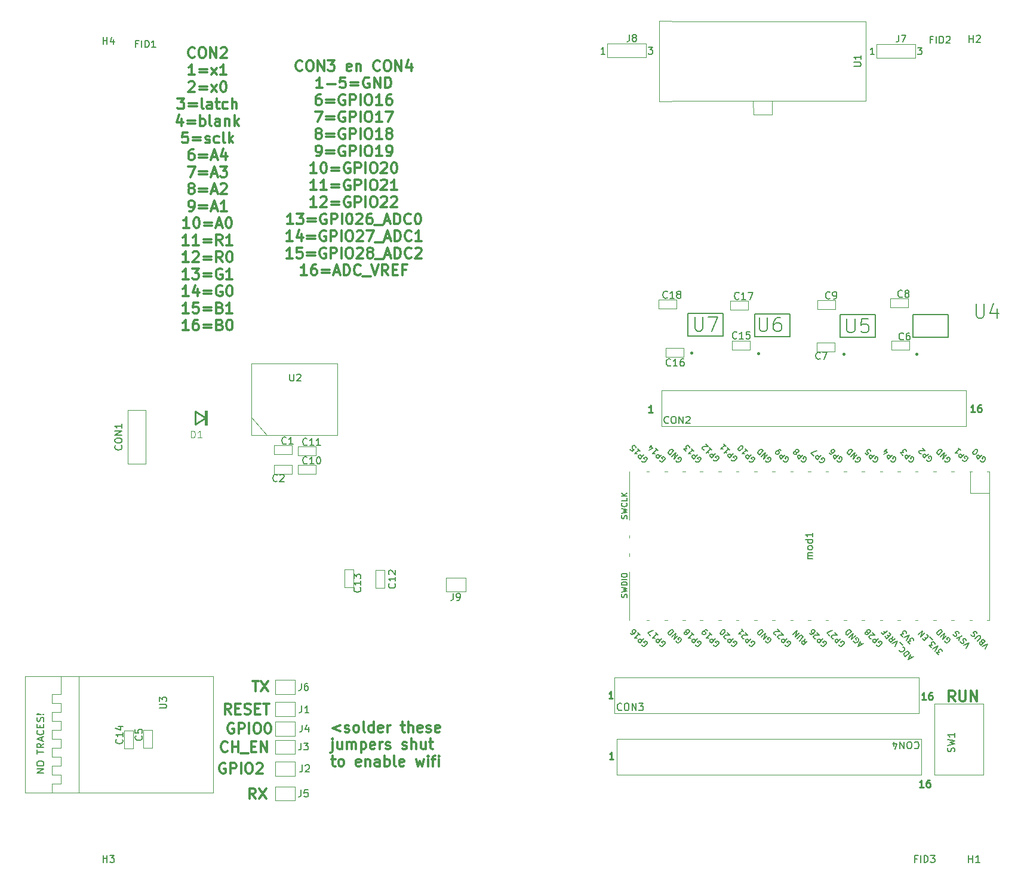
<source format=gbr>
%TF.GenerationSoftware,KiCad,Pcbnew,(5.99.0-10065-g0a0935e0f3)*%
%TF.CreationDate,2021-04-15T14:15:54+02:00*%
%TF.ProjectId,pimop,70696d6f-702e-46b6-9963-61645f706362,rev?*%
%TF.SameCoordinates,Original*%
%TF.FileFunction,Legend,Top*%
%TF.FilePolarity,Positive*%
%FSLAX46Y46*%
G04 Gerber Fmt 4.6, Leading zero omitted, Abs format (unit mm)*
G04 Created by KiCad (PCBNEW (5.99.0-10065-g0a0935e0f3)) date 2021-04-15 14:15:54*
%MOMM*%
%LPD*%
G01*
G04 APERTURE LIST*
%ADD10C,0.250000*%
%ADD11C,0.300000*%
%ADD12C,0.150000*%
%ADD13C,0.203200*%
%ADD14C,0.015000*%
%ADD15C,0.120000*%
%ADD16C,0.400000*%
%ADD17C,0.254000*%
%ADD18C,0.010000*%
G04 APERTURE END LIST*
D10*
X195879523Y-137432380D02*
X195308095Y-137432380D01*
X195593809Y-137432380D02*
X195593809Y-136432380D01*
X195498571Y-136575238D01*
X195403333Y-136670476D01*
X195308095Y-136718095D01*
X196736666Y-136432380D02*
X196546190Y-136432380D01*
X196450952Y-136480000D01*
X196403333Y-136527619D01*
X196308095Y-136670476D01*
X196260476Y-136860952D01*
X196260476Y-137241904D01*
X196308095Y-137337142D01*
X196355714Y-137384761D01*
X196450952Y-137432380D01*
X196641428Y-137432380D01*
X196736666Y-137384761D01*
X196784285Y-137337142D01*
X196831904Y-137241904D01*
X196831904Y-137003809D01*
X196784285Y-136908571D01*
X196736666Y-136860952D01*
X196641428Y-136813333D01*
X196450952Y-136813333D01*
X196355714Y-136860952D01*
X196308095Y-136908571D01*
X196260476Y-137003809D01*
D11*
X113175714Y-128633571D02*
X112032857Y-129062142D01*
X113175714Y-129490714D01*
X113818571Y-129562142D02*
X113961428Y-129633571D01*
X114247142Y-129633571D01*
X114390000Y-129562142D01*
X114461428Y-129419285D01*
X114461428Y-129347857D01*
X114390000Y-129205000D01*
X114247142Y-129133571D01*
X114032857Y-129133571D01*
X113890000Y-129062142D01*
X113818571Y-128919285D01*
X113818571Y-128847857D01*
X113890000Y-128705000D01*
X114032857Y-128633571D01*
X114247142Y-128633571D01*
X114390000Y-128705000D01*
X115318571Y-129633571D02*
X115175714Y-129562142D01*
X115104285Y-129490714D01*
X115032857Y-129347857D01*
X115032857Y-128919285D01*
X115104285Y-128776428D01*
X115175714Y-128705000D01*
X115318571Y-128633571D01*
X115532857Y-128633571D01*
X115675714Y-128705000D01*
X115747142Y-128776428D01*
X115818571Y-128919285D01*
X115818571Y-129347857D01*
X115747142Y-129490714D01*
X115675714Y-129562142D01*
X115532857Y-129633571D01*
X115318571Y-129633571D01*
X116675714Y-129633571D02*
X116532857Y-129562142D01*
X116461428Y-129419285D01*
X116461428Y-128133571D01*
X117890000Y-129633571D02*
X117890000Y-128133571D01*
X117890000Y-129562142D02*
X117747142Y-129633571D01*
X117461428Y-129633571D01*
X117318571Y-129562142D01*
X117247142Y-129490714D01*
X117175714Y-129347857D01*
X117175714Y-128919285D01*
X117247142Y-128776428D01*
X117318571Y-128705000D01*
X117461428Y-128633571D01*
X117747142Y-128633571D01*
X117890000Y-128705000D01*
X119175714Y-129562142D02*
X119032857Y-129633571D01*
X118747142Y-129633571D01*
X118604285Y-129562142D01*
X118532857Y-129419285D01*
X118532857Y-128847857D01*
X118604285Y-128705000D01*
X118747142Y-128633571D01*
X119032857Y-128633571D01*
X119175714Y-128705000D01*
X119247142Y-128847857D01*
X119247142Y-128990714D01*
X118532857Y-129133571D01*
X119890000Y-129633571D02*
X119890000Y-128633571D01*
X119890000Y-128919285D02*
X119961428Y-128776428D01*
X120032857Y-128705000D01*
X120175714Y-128633571D01*
X120318571Y-128633571D01*
X121747142Y-128633571D02*
X122318571Y-128633571D01*
X121961428Y-128133571D02*
X121961428Y-129419285D01*
X122032857Y-129562142D01*
X122175714Y-129633571D01*
X122318571Y-129633571D01*
X122818571Y-129633571D02*
X122818571Y-128133571D01*
X123461428Y-129633571D02*
X123461428Y-128847857D01*
X123390000Y-128705000D01*
X123247142Y-128633571D01*
X123032857Y-128633571D01*
X122890000Y-128705000D01*
X122818571Y-128776428D01*
X124747142Y-129562142D02*
X124604285Y-129633571D01*
X124318571Y-129633571D01*
X124175714Y-129562142D01*
X124104285Y-129419285D01*
X124104285Y-128847857D01*
X124175714Y-128705000D01*
X124318571Y-128633571D01*
X124604285Y-128633571D01*
X124747142Y-128705000D01*
X124818571Y-128847857D01*
X124818571Y-128990714D01*
X124104285Y-129133571D01*
X125390000Y-129562142D02*
X125532857Y-129633571D01*
X125818571Y-129633571D01*
X125961428Y-129562142D01*
X126032857Y-129419285D01*
X126032857Y-129347857D01*
X125961428Y-129205000D01*
X125818571Y-129133571D01*
X125604285Y-129133571D01*
X125461428Y-129062142D01*
X125390000Y-128919285D01*
X125390000Y-128847857D01*
X125461428Y-128705000D01*
X125604285Y-128633571D01*
X125818571Y-128633571D01*
X125961428Y-128705000D01*
X127247142Y-129562142D02*
X127104285Y-129633571D01*
X126818571Y-129633571D01*
X126675714Y-129562142D01*
X126604285Y-129419285D01*
X126604285Y-128847857D01*
X126675714Y-128705000D01*
X126818571Y-128633571D01*
X127104285Y-128633571D01*
X127247142Y-128705000D01*
X127318571Y-128847857D01*
X127318571Y-128990714D01*
X126604285Y-129133571D01*
X112032857Y-131048571D02*
X112032857Y-132334285D01*
X111961428Y-132477142D01*
X111818571Y-132548571D01*
X111747142Y-132548571D01*
X112032857Y-130548571D02*
X111961428Y-130620000D01*
X112032857Y-130691428D01*
X112104285Y-130620000D01*
X112032857Y-130548571D01*
X112032857Y-130691428D01*
X113390000Y-131048571D02*
X113390000Y-132048571D01*
X112747142Y-131048571D02*
X112747142Y-131834285D01*
X112818571Y-131977142D01*
X112961428Y-132048571D01*
X113175714Y-132048571D01*
X113318571Y-131977142D01*
X113390000Y-131905714D01*
X114104285Y-132048571D02*
X114104285Y-131048571D01*
X114104285Y-131191428D02*
X114175714Y-131120000D01*
X114318571Y-131048571D01*
X114532857Y-131048571D01*
X114675714Y-131120000D01*
X114747142Y-131262857D01*
X114747142Y-132048571D01*
X114747142Y-131262857D02*
X114818571Y-131120000D01*
X114961428Y-131048571D01*
X115175714Y-131048571D01*
X115318571Y-131120000D01*
X115390000Y-131262857D01*
X115390000Y-132048571D01*
X116104285Y-131048571D02*
X116104285Y-132548571D01*
X116104285Y-131120000D02*
X116247142Y-131048571D01*
X116532857Y-131048571D01*
X116675714Y-131120000D01*
X116747142Y-131191428D01*
X116818571Y-131334285D01*
X116818571Y-131762857D01*
X116747142Y-131905714D01*
X116675714Y-131977142D01*
X116532857Y-132048571D01*
X116247142Y-132048571D01*
X116104285Y-131977142D01*
X118032857Y-131977142D02*
X117890000Y-132048571D01*
X117604285Y-132048571D01*
X117461428Y-131977142D01*
X117390000Y-131834285D01*
X117390000Y-131262857D01*
X117461428Y-131120000D01*
X117604285Y-131048571D01*
X117890000Y-131048571D01*
X118032857Y-131120000D01*
X118104285Y-131262857D01*
X118104285Y-131405714D01*
X117390000Y-131548571D01*
X118747142Y-132048571D02*
X118747142Y-131048571D01*
X118747142Y-131334285D02*
X118818571Y-131191428D01*
X118890000Y-131120000D01*
X119032857Y-131048571D01*
X119175714Y-131048571D01*
X119604285Y-131977142D02*
X119747142Y-132048571D01*
X120032857Y-132048571D01*
X120175714Y-131977142D01*
X120247142Y-131834285D01*
X120247142Y-131762857D01*
X120175714Y-131620000D01*
X120032857Y-131548571D01*
X119818571Y-131548571D01*
X119675714Y-131477142D01*
X119604285Y-131334285D01*
X119604285Y-131262857D01*
X119675714Y-131120000D01*
X119818571Y-131048571D01*
X120032857Y-131048571D01*
X120175714Y-131120000D01*
X121961428Y-131977142D02*
X122104285Y-132048571D01*
X122390000Y-132048571D01*
X122532857Y-131977142D01*
X122604285Y-131834285D01*
X122604285Y-131762857D01*
X122532857Y-131620000D01*
X122390000Y-131548571D01*
X122175714Y-131548571D01*
X122032857Y-131477142D01*
X121961428Y-131334285D01*
X121961428Y-131262857D01*
X122032857Y-131120000D01*
X122175714Y-131048571D01*
X122390000Y-131048571D01*
X122532857Y-131120000D01*
X123247142Y-132048571D02*
X123247142Y-130548571D01*
X123890000Y-132048571D02*
X123890000Y-131262857D01*
X123818571Y-131120000D01*
X123675714Y-131048571D01*
X123461428Y-131048571D01*
X123318571Y-131120000D01*
X123247142Y-131191428D01*
X125247142Y-131048571D02*
X125247142Y-132048571D01*
X124604285Y-131048571D02*
X124604285Y-131834285D01*
X124675714Y-131977142D01*
X124818571Y-132048571D01*
X125032857Y-132048571D01*
X125175714Y-131977142D01*
X125247142Y-131905714D01*
X125747142Y-131048571D02*
X126318571Y-131048571D01*
X125961428Y-130548571D02*
X125961428Y-131834285D01*
X126032857Y-131977142D01*
X126175714Y-132048571D01*
X126318571Y-132048571D01*
X111890000Y-133463571D02*
X112461428Y-133463571D01*
X112104285Y-132963571D02*
X112104285Y-134249285D01*
X112175714Y-134392142D01*
X112318571Y-134463571D01*
X112461428Y-134463571D01*
X113175714Y-134463571D02*
X113032857Y-134392142D01*
X112961428Y-134320714D01*
X112890000Y-134177857D01*
X112890000Y-133749285D01*
X112961428Y-133606428D01*
X113032857Y-133535000D01*
X113175714Y-133463571D01*
X113390000Y-133463571D01*
X113532857Y-133535000D01*
X113604285Y-133606428D01*
X113675714Y-133749285D01*
X113675714Y-134177857D01*
X113604285Y-134320714D01*
X113532857Y-134392142D01*
X113390000Y-134463571D01*
X113175714Y-134463571D01*
X116032857Y-134392142D02*
X115890000Y-134463571D01*
X115604285Y-134463571D01*
X115461428Y-134392142D01*
X115390000Y-134249285D01*
X115390000Y-133677857D01*
X115461428Y-133535000D01*
X115604285Y-133463571D01*
X115890000Y-133463571D01*
X116032857Y-133535000D01*
X116104285Y-133677857D01*
X116104285Y-133820714D01*
X115390000Y-133963571D01*
X116747142Y-133463571D02*
X116747142Y-134463571D01*
X116747142Y-133606428D02*
X116818571Y-133535000D01*
X116961428Y-133463571D01*
X117175714Y-133463571D01*
X117318571Y-133535000D01*
X117390000Y-133677857D01*
X117390000Y-134463571D01*
X118747142Y-134463571D02*
X118747142Y-133677857D01*
X118675714Y-133535000D01*
X118532857Y-133463571D01*
X118247142Y-133463571D01*
X118104285Y-133535000D01*
X118747142Y-134392142D02*
X118604285Y-134463571D01*
X118247142Y-134463571D01*
X118104285Y-134392142D01*
X118032857Y-134249285D01*
X118032857Y-134106428D01*
X118104285Y-133963571D01*
X118247142Y-133892142D01*
X118604285Y-133892142D01*
X118747142Y-133820714D01*
X119461428Y-134463571D02*
X119461428Y-132963571D01*
X119461428Y-133535000D02*
X119604285Y-133463571D01*
X119890000Y-133463571D01*
X120032857Y-133535000D01*
X120104285Y-133606428D01*
X120175714Y-133749285D01*
X120175714Y-134177857D01*
X120104285Y-134320714D01*
X120032857Y-134392142D01*
X119890000Y-134463571D01*
X119604285Y-134463571D01*
X119461428Y-134392142D01*
X121032857Y-134463571D02*
X120890000Y-134392142D01*
X120818571Y-134249285D01*
X120818571Y-132963571D01*
X122175714Y-134392142D02*
X122032857Y-134463571D01*
X121747142Y-134463571D01*
X121604285Y-134392142D01*
X121532857Y-134249285D01*
X121532857Y-133677857D01*
X121604285Y-133535000D01*
X121747142Y-133463571D01*
X122032857Y-133463571D01*
X122175714Y-133535000D01*
X122247142Y-133677857D01*
X122247142Y-133820714D01*
X121532857Y-133963571D01*
X123890000Y-133463571D02*
X124175714Y-134463571D01*
X124461428Y-133749285D01*
X124747142Y-134463571D01*
X125032857Y-133463571D01*
X125604285Y-134463571D02*
X125604285Y-133463571D01*
X125604285Y-132963571D02*
X125532857Y-133035000D01*
X125604285Y-133106428D01*
X125675714Y-133035000D01*
X125604285Y-132963571D01*
X125604285Y-133106428D01*
X126104285Y-133463571D02*
X126675714Y-133463571D01*
X126318571Y-134463571D02*
X126318571Y-133177857D01*
X126390000Y-133035000D01*
X126532857Y-132963571D01*
X126675714Y-132963571D01*
X127175714Y-134463571D02*
X127175714Y-133463571D01*
X127175714Y-132963571D02*
X127104285Y-133035000D01*
X127175714Y-133106428D01*
X127247142Y-133035000D01*
X127175714Y-132963571D01*
X127175714Y-133106428D01*
D10*
X151895714Y-133462380D02*
X151324285Y-133462380D01*
X151610000Y-133462380D02*
X151610000Y-132462380D01*
X151514761Y-132605238D01*
X151419523Y-132700476D01*
X151324285Y-132748095D01*
D11*
X98025714Y-128410000D02*
X97882857Y-128338571D01*
X97668571Y-128338571D01*
X97454285Y-128410000D01*
X97311428Y-128552857D01*
X97240000Y-128695714D01*
X97168571Y-128981428D01*
X97168571Y-129195714D01*
X97240000Y-129481428D01*
X97311428Y-129624285D01*
X97454285Y-129767142D01*
X97668571Y-129838571D01*
X97811428Y-129838571D01*
X98025714Y-129767142D01*
X98097142Y-129695714D01*
X98097142Y-129195714D01*
X97811428Y-129195714D01*
X98740000Y-129838571D02*
X98740000Y-128338571D01*
X99311428Y-128338571D01*
X99454285Y-128410000D01*
X99525714Y-128481428D01*
X99597142Y-128624285D01*
X99597142Y-128838571D01*
X99525714Y-128981428D01*
X99454285Y-129052857D01*
X99311428Y-129124285D01*
X98740000Y-129124285D01*
X100240000Y-129838571D02*
X100240000Y-128338571D01*
X101240000Y-128338571D02*
X101525714Y-128338571D01*
X101668571Y-128410000D01*
X101811428Y-128552857D01*
X101882857Y-128838571D01*
X101882857Y-129338571D01*
X101811428Y-129624285D01*
X101668571Y-129767142D01*
X101525714Y-129838571D01*
X101240000Y-129838571D01*
X101097142Y-129767142D01*
X100954285Y-129624285D01*
X100882857Y-129338571D01*
X100882857Y-128838571D01*
X100954285Y-128552857D01*
X101097142Y-128410000D01*
X101240000Y-128338571D01*
X102811428Y-128338571D02*
X102954285Y-128338571D01*
X103097142Y-128410000D01*
X103168571Y-128481428D01*
X103240000Y-128624285D01*
X103311428Y-128910000D01*
X103311428Y-129267142D01*
X103240000Y-129552857D01*
X103168571Y-129695714D01*
X103097142Y-129767142D01*
X102954285Y-129838571D01*
X102811428Y-129838571D01*
X102668571Y-129767142D01*
X102597142Y-129695714D01*
X102525714Y-129552857D01*
X102454285Y-129267142D01*
X102454285Y-128910000D01*
X102525714Y-128624285D01*
X102597142Y-128481428D01*
X102668571Y-128410000D01*
X102811428Y-128338571D01*
X97661428Y-127088571D02*
X97161428Y-126374285D01*
X96804285Y-127088571D02*
X96804285Y-125588571D01*
X97375714Y-125588571D01*
X97518571Y-125660000D01*
X97590000Y-125731428D01*
X97661428Y-125874285D01*
X97661428Y-126088571D01*
X97590000Y-126231428D01*
X97518571Y-126302857D01*
X97375714Y-126374285D01*
X96804285Y-126374285D01*
X98304285Y-126302857D02*
X98804285Y-126302857D01*
X99018571Y-127088571D02*
X98304285Y-127088571D01*
X98304285Y-125588571D01*
X99018571Y-125588571D01*
X99590000Y-127017142D02*
X99804285Y-127088571D01*
X100161428Y-127088571D01*
X100304285Y-127017142D01*
X100375714Y-126945714D01*
X100447142Y-126802857D01*
X100447142Y-126660000D01*
X100375714Y-126517142D01*
X100304285Y-126445714D01*
X100161428Y-126374285D01*
X99875714Y-126302857D01*
X99732857Y-126231428D01*
X99661428Y-126160000D01*
X99590000Y-126017142D01*
X99590000Y-125874285D01*
X99661428Y-125731428D01*
X99732857Y-125660000D01*
X99875714Y-125588571D01*
X100232857Y-125588571D01*
X100447142Y-125660000D01*
X101090000Y-126302857D02*
X101590000Y-126302857D01*
X101804285Y-127088571D02*
X101090000Y-127088571D01*
X101090000Y-125588571D01*
X101804285Y-125588571D01*
X102232857Y-125588571D02*
X103090000Y-125588571D01*
X102661428Y-127088571D02*
X102661428Y-125588571D01*
X97172857Y-132305714D02*
X97101428Y-132377142D01*
X96887142Y-132448571D01*
X96744285Y-132448571D01*
X96530000Y-132377142D01*
X96387142Y-132234285D01*
X96315714Y-132091428D01*
X96244285Y-131805714D01*
X96244285Y-131591428D01*
X96315714Y-131305714D01*
X96387142Y-131162857D01*
X96530000Y-131020000D01*
X96744285Y-130948571D01*
X96887142Y-130948571D01*
X97101428Y-131020000D01*
X97172857Y-131091428D01*
X97815714Y-132448571D02*
X97815714Y-130948571D01*
X97815714Y-131662857D02*
X98672857Y-131662857D01*
X98672857Y-132448571D02*
X98672857Y-130948571D01*
X99030000Y-132591428D02*
X100172857Y-132591428D01*
X100530000Y-131662857D02*
X101030000Y-131662857D01*
X101244285Y-132448571D02*
X100530000Y-132448571D01*
X100530000Y-130948571D01*
X101244285Y-130948571D01*
X101887142Y-132448571D02*
X101887142Y-130948571D01*
X102744285Y-132448571D01*
X102744285Y-130948571D01*
X101160000Y-139108571D02*
X100660000Y-138394285D01*
X100302857Y-139108571D02*
X100302857Y-137608571D01*
X100874285Y-137608571D01*
X101017142Y-137680000D01*
X101088571Y-137751428D01*
X101160000Y-137894285D01*
X101160000Y-138108571D01*
X101088571Y-138251428D01*
X101017142Y-138322857D01*
X100874285Y-138394285D01*
X100302857Y-138394285D01*
X101660000Y-137608571D02*
X102660000Y-139108571D01*
X102660000Y-137608571D02*
X101660000Y-139108571D01*
X100717142Y-122348571D02*
X101574285Y-122348571D01*
X101145714Y-123848571D02*
X101145714Y-122348571D01*
X101931428Y-122348571D02*
X102931428Y-123848571D01*
X102931428Y-122348571D02*
X101931428Y-123848571D01*
X96865714Y-134070000D02*
X96722857Y-133998571D01*
X96508571Y-133998571D01*
X96294285Y-134070000D01*
X96151428Y-134212857D01*
X96080000Y-134355714D01*
X96008571Y-134641428D01*
X96008571Y-134855714D01*
X96080000Y-135141428D01*
X96151428Y-135284285D01*
X96294285Y-135427142D01*
X96508571Y-135498571D01*
X96651428Y-135498571D01*
X96865714Y-135427142D01*
X96937142Y-135355714D01*
X96937142Y-134855714D01*
X96651428Y-134855714D01*
X97580000Y-135498571D02*
X97580000Y-133998571D01*
X98151428Y-133998571D01*
X98294285Y-134070000D01*
X98365714Y-134141428D01*
X98437142Y-134284285D01*
X98437142Y-134498571D01*
X98365714Y-134641428D01*
X98294285Y-134712857D01*
X98151428Y-134784285D01*
X97580000Y-134784285D01*
X99080000Y-135498571D02*
X99080000Y-133998571D01*
X100080000Y-133998571D02*
X100365714Y-133998571D01*
X100508571Y-134070000D01*
X100651428Y-134212857D01*
X100722857Y-134498571D01*
X100722857Y-134998571D01*
X100651428Y-135284285D01*
X100508571Y-135427142D01*
X100365714Y-135498571D01*
X100080000Y-135498571D01*
X99937142Y-135427142D01*
X99794285Y-135284285D01*
X99722857Y-134998571D01*
X99722857Y-134498571D01*
X99794285Y-134212857D01*
X99937142Y-134070000D01*
X100080000Y-133998571D01*
X101294285Y-134141428D02*
X101365714Y-134070000D01*
X101508571Y-133998571D01*
X101865714Y-133998571D01*
X102008571Y-134070000D01*
X102080000Y-134141428D01*
X102151428Y-134284285D01*
X102151428Y-134427142D01*
X102080000Y-134641428D01*
X101222857Y-135498571D01*
X102151428Y-135498571D01*
D10*
X157465714Y-84252380D02*
X156894285Y-84252380D01*
X157180000Y-84252380D02*
X157180000Y-83252380D01*
X157084761Y-83395238D01*
X156989523Y-83490476D01*
X156894285Y-83538095D01*
X203149523Y-84212380D02*
X202578095Y-84212380D01*
X202863809Y-84212380D02*
X202863809Y-83212380D01*
X202768571Y-83355238D01*
X202673333Y-83450476D01*
X202578095Y-83498095D01*
X204006666Y-83212380D02*
X203816190Y-83212380D01*
X203720952Y-83260000D01*
X203673333Y-83307619D01*
X203578095Y-83450476D01*
X203530476Y-83640952D01*
X203530476Y-84021904D01*
X203578095Y-84117142D01*
X203625714Y-84164761D01*
X203720952Y-84212380D01*
X203911428Y-84212380D01*
X204006666Y-84164761D01*
X204054285Y-84117142D01*
X204101904Y-84021904D01*
X204101904Y-83783809D01*
X204054285Y-83688571D01*
X204006666Y-83640952D01*
X203911428Y-83593333D01*
X203720952Y-83593333D01*
X203625714Y-83640952D01*
X203578095Y-83688571D01*
X203530476Y-83783809D01*
X151815714Y-124852380D02*
X151244285Y-124852380D01*
X151530000Y-124852380D02*
X151530000Y-123852380D01*
X151434761Y-123995238D01*
X151339523Y-124090476D01*
X151244285Y-124138095D01*
D11*
X200342857Y-125268571D02*
X199842857Y-124554285D01*
X199485714Y-125268571D02*
X199485714Y-123768571D01*
X200057142Y-123768571D01*
X200200000Y-123840000D01*
X200271428Y-123911428D01*
X200342857Y-124054285D01*
X200342857Y-124268571D01*
X200271428Y-124411428D01*
X200200000Y-124482857D01*
X200057142Y-124554285D01*
X199485714Y-124554285D01*
X200985714Y-123768571D02*
X200985714Y-124982857D01*
X201057142Y-125125714D01*
X201128571Y-125197142D01*
X201271428Y-125268571D01*
X201557142Y-125268571D01*
X201700000Y-125197142D01*
X201771428Y-125125714D01*
X201842857Y-124982857D01*
X201842857Y-123768571D01*
X202557142Y-125268571D02*
X202557142Y-123768571D01*
X203414285Y-125268571D01*
X203414285Y-123768571D01*
D10*
X196189523Y-125012380D02*
X195618095Y-125012380D01*
X195903809Y-125012380D02*
X195903809Y-124012380D01*
X195808571Y-124155238D01*
X195713333Y-124250476D01*
X195618095Y-124298095D01*
X197046666Y-124012380D02*
X196856190Y-124012380D01*
X196760952Y-124060000D01*
X196713333Y-124107619D01*
X196618095Y-124250476D01*
X196570476Y-124440952D01*
X196570476Y-124821904D01*
X196618095Y-124917142D01*
X196665714Y-124964761D01*
X196760952Y-125012380D01*
X196951428Y-125012380D01*
X197046666Y-124964761D01*
X197094285Y-124917142D01*
X197141904Y-124821904D01*
X197141904Y-124583809D01*
X197094285Y-124488571D01*
X197046666Y-124440952D01*
X196951428Y-124393333D01*
X196760952Y-124393333D01*
X196665714Y-124440952D01*
X196618095Y-124488571D01*
X196570476Y-124583809D01*
D11*
X107778571Y-35695714D02*
X107707142Y-35767142D01*
X107492857Y-35838571D01*
X107350000Y-35838571D01*
X107135714Y-35767142D01*
X106992857Y-35624285D01*
X106921428Y-35481428D01*
X106850000Y-35195714D01*
X106850000Y-34981428D01*
X106921428Y-34695714D01*
X106992857Y-34552857D01*
X107135714Y-34410000D01*
X107350000Y-34338571D01*
X107492857Y-34338571D01*
X107707142Y-34410000D01*
X107778571Y-34481428D01*
X108707142Y-34338571D02*
X108992857Y-34338571D01*
X109135714Y-34410000D01*
X109278571Y-34552857D01*
X109350000Y-34838571D01*
X109350000Y-35338571D01*
X109278571Y-35624285D01*
X109135714Y-35767142D01*
X108992857Y-35838571D01*
X108707142Y-35838571D01*
X108564285Y-35767142D01*
X108421428Y-35624285D01*
X108350000Y-35338571D01*
X108350000Y-34838571D01*
X108421428Y-34552857D01*
X108564285Y-34410000D01*
X108707142Y-34338571D01*
X109992857Y-35838571D02*
X109992857Y-34338571D01*
X110850000Y-35838571D01*
X110850000Y-34338571D01*
X111421428Y-34338571D02*
X112350000Y-34338571D01*
X111850000Y-34910000D01*
X112064285Y-34910000D01*
X112207142Y-34981428D01*
X112278571Y-35052857D01*
X112350000Y-35195714D01*
X112350000Y-35552857D01*
X112278571Y-35695714D01*
X112207142Y-35767142D01*
X112064285Y-35838571D01*
X111635714Y-35838571D01*
X111492857Y-35767142D01*
X111421428Y-35695714D01*
X114707142Y-35767142D02*
X114564285Y-35838571D01*
X114278571Y-35838571D01*
X114135714Y-35767142D01*
X114064285Y-35624285D01*
X114064285Y-35052857D01*
X114135714Y-34910000D01*
X114278571Y-34838571D01*
X114564285Y-34838571D01*
X114707142Y-34910000D01*
X114778571Y-35052857D01*
X114778571Y-35195714D01*
X114064285Y-35338571D01*
X115421428Y-34838571D02*
X115421428Y-35838571D01*
X115421428Y-34981428D02*
X115492857Y-34910000D01*
X115635714Y-34838571D01*
X115850000Y-34838571D01*
X115992857Y-34910000D01*
X116064285Y-35052857D01*
X116064285Y-35838571D01*
X118778571Y-35695714D02*
X118707142Y-35767142D01*
X118492857Y-35838571D01*
X118350000Y-35838571D01*
X118135714Y-35767142D01*
X117992857Y-35624285D01*
X117921428Y-35481428D01*
X117850000Y-35195714D01*
X117850000Y-34981428D01*
X117921428Y-34695714D01*
X117992857Y-34552857D01*
X118135714Y-34410000D01*
X118350000Y-34338571D01*
X118492857Y-34338571D01*
X118707142Y-34410000D01*
X118778571Y-34481428D01*
X119707142Y-34338571D02*
X119992857Y-34338571D01*
X120135714Y-34410000D01*
X120278571Y-34552857D01*
X120350000Y-34838571D01*
X120350000Y-35338571D01*
X120278571Y-35624285D01*
X120135714Y-35767142D01*
X119992857Y-35838571D01*
X119707142Y-35838571D01*
X119564285Y-35767142D01*
X119421428Y-35624285D01*
X119350000Y-35338571D01*
X119350000Y-34838571D01*
X119421428Y-34552857D01*
X119564285Y-34410000D01*
X119707142Y-34338571D01*
X120992857Y-35838571D02*
X120992857Y-34338571D01*
X121850000Y-35838571D01*
X121850000Y-34338571D01*
X123207142Y-34838571D02*
X123207142Y-35838571D01*
X122850000Y-34267142D02*
X122492857Y-35338571D01*
X123421428Y-35338571D01*
X110671428Y-38253571D02*
X109814285Y-38253571D01*
X110242857Y-38253571D02*
X110242857Y-36753571D01*
X110100000Y-36967857D01*
X109957142Y-37110714D01*
X109814285Y-37182142D01*
X111314285Y-37682142D02*
X112457142Y-37682142D01*
X113885714Y-36753571D02*
X113171428Y-36753571D01*
X113100000Y-37467857D01*
X113171428Y-37396428D01*
X113314285Y-37325000D01*
X113671428Y-37325000D01*
X113814285Y-37396428D01*
X113885714Y-37467857D01*
X113957142Y-37610714D01*
X113957142Y-37967857D01*
X113885714Y-38110714D01*
X113814285Y-38182142D01*
X113671428Y-38253571D01*
X113314285Y-38253571D01*
X113171428Y-38182142D01*
X113100000Y-38110714D01*
X114600000Y-37467857D02*
X115742857Y-37467857D01*
X115742857Y-37896428D02*
X114600000Y-37896428D01*
X117242857Y-36825000D02*
X117100000Y-36753571D01*
X116885714Y-36753571D01*
X116671428Y-36825000D01*
X116528571Y-36967857D01*
X116457142Y-37110714D01*
X116385714Y-37396428D01*
X116385714Y-37610714D01*
X116457142Y-37896428D01*
X116528571Y-38039285D01*
X116671428Y-38182142D01*
X116885714Y-38253571D01*
X117028571Y-38253571D01*
X117242857Y-38182142D01*
X117314285Y-38110714D01*
X117314285Y-37610714D01*
X117028571Y-37610714D01*
X117957142Y-38253571D02*
X117957142Y-36753571D01*
X118814285Y-38253571D01*
X118814285Y-36753571D01*
X119528571Y-38253571D02*
X119528571Y-36753571D01*
X119885714Y-36753571D01*
X120100000Y-36825000D01*
X120242857Y-36967857D01*
X120314285Y-37110714D01*
X120385714Y-37396428D01*
X120385714Y-37610714D01*
X120314285Y-37896428D01*
X120242857Y-38039285D01*
X120100000Y-38182142D01*
X119885714Y-38253571D01*
X119528571Y-38253571D01*
X110385714Y-39168571D02*
X110100000Y-39168571D01*
X109957142Y-39240000D01*
X109885714Y-39311428D01*
X109742857Y-39525714D01*
X109671428Y-39811428D01*
X109671428Y-40382857D01*
X109742857Y-40525714D01*
X109814285Y-40597142D01*
X109957142Y-40668571D01*
X110242857Y-40668571D01*
X110385714Y-40597142D01*
X110457142Y-40525714D01*
X110528571Y-40382857D01*
X110528571Y-40025714D01*
X110457142Y-39882857D01*
X110385714Y-39811428D01*
X110242857Y-39740000D01*
X109957142Y-39740000D01*
X109814285Y-39811428D01*
X109742857Y-39882857D01*
X109671428Y-40025714D01*
X111171428Y-39882857D02*
X112314285Y-39882857D01*
X112314285Y-40311428D02*
X111171428Y-40311428D01*
X113814285Y-39240000D02*
X113671428Y-39168571D01*
X113457142Y-39168571D01*
X113242857Y-39240000D01*
X113100000Y-39382857D01*
X113028571Y-39525714D01*
X112957142Y-39811428D01*
X112957142Y-40025714D01*
X113028571Y-40311428D01*
X113100000Y-40454285D01*
X113242857Y-40597142D01*
X113457142Y-40668571D01*
X113600000Y-40668571D01*
X113814285Y-40597142D01*
X113885714Y-40525714D01*
X113885714Y-40025714D01*
X113600000Y-40025714D01*
X114528571Y-40668571D02*
X114528571Y-39168571D01*
X115100000Y-39168571D01*
X115242857Y-39240000D01*
X115314285Y-39311428D01*
X115385714Y-39454285D01*
X115385714Y-39668571D01*
X115314285Y-39811428D01*
X115242857Y-39882857D01*
X115100000Y-39954285D01*
X114528571Y-39954285D01*
X116028571Y-40668571D02*
X116028571Y-39168571D01*
X117028571Y-39168571D02*
X117314285Y-39168571D01*
X117457142Y-39240000D01*
X117600000Y-39382857D01*
X117671428Y-39668571D01*
X117671428Y-40168571D01*
X117600000Y-40454285D01*
X117457142Y-40597142D01*
X117314285Y-40668571D01*
X117028571Y-40668571D01*
X116885714Y-40597142D01*
X116742857Y-40454285D01*
X116671428Y-40168571D01*
X116671428Y-39668571D01*
X116742857Y-39382857D01*
X116885714Y-39240000D01*
X117028571Y-39168571D01*
X119100000Y-40668571D02*
X118242857Y-40668571D01*
X118671428Y-40668571D02*
X118671428Y-39168571D01*
X118528571Y-39382857D01*
X118385714Y-39525714D01*
X118242857Y-39597142D01*
X120385714Y-39168571D02*
X120100000Y-39168571D01*
X119957142Y-39240000D01*
X119885714Y-39311428D01*
X119742857Y-39525714D01*
X119671428Y-39811428D01*
X119671428Y-40382857D01*
X119742857Y-40525714D01*
X119814285Y-40597142D01*
X119957142Y-40668571D01*
X120242857Y-40668571D01*
X120385714Y-40597142D01*
X120457142Y-40525714D01*
X120528571Y-40382857D01*
X120528571Y-40025714D01*
X120457142Y-39882857D01*
X120385714Y-39811428D01*
X120242857Y-39740000D01*
X119957142Y-39740000D01*
X119814285Y-39811428D01*
X119742857Y-39882857D01*
X119671428Y-40025714D01*
X109600000Y-41583571D02*
X110600000Y-41583571D01*
X109957142Y-43083571D01*
X111171428Y-42297857D02*
X112314285Y-42297857D01*
X112314285Y-42726428D02*
X111171428Y-42726428D01*
X113814285Y-41655000D02*
X113671428Y-41583571D01*
X113457142Y-41583571D01*
X113242857Y-41655000D01*
X113100000Y-41797857D01*
X113028571Y-41940714D01*
X112957142Y-42226428D01*
X112957142Y-42440714D01*
X113028571Y-42726428D01*
X113100000Y-42869285D01*
X113242857Y-43012142D01*
X113457142Y-43083571D01*
X113600000Y-43083571D01*
X113814285Y-43012142D01*
X113885714Y-42940714D01*
X113885714Y-42440714D01*
X113600000Y-42440714D01*
X114528571Y-43083571D02*
X114528571Y-41583571D01*
X115100000Y-41583571D01*
X115242857Y-41655000D01*
X115314285Y-41726428D01*
X115385714Y-41869285D01*
X115385714Y-42083571D01*
X115314285Y-42226428D01*
X115242857Y-42297857D01*
X115100000Y-42369285D01*
X114528571Y-42369285D01*
X116028571Y-43083571D02*
X116028571Y-41583571D01*
X117028571Y-41583571D02*
X117314285Y-41583571D01*
X117457142Y-41655000D01*
X117600000Y-41797857D01*
X117671428Y-42083571D01*
X117671428Y-42583571D01*
X117600000Y-42869285D01*
X117457142Y-43012142D01*
X117314285Y-43083571D01*
X117028571Y-43083571D01*
X116885714Y-43012142D01*
X116742857Y-42869285D01*
X116671428Y-42583571D01*
X116671428Y-42083571D01*
X116742857Y-41797857D01*
X116885714Y-41655000D01*
X117028571Y-41583571D01*
X119100000Y-43083571D02*
X118242857Y-43083571D01*
X118671428Y-43083571D02*
X118671428Y-41583571D01*
X118528571Y-41797857D01*
X118385714Y-41940714D01*
X118242857Y-42012142D01*
X119600000Y-41583571D02*
X120600000Y-41583571D01*
X119957142Y-43083571D01*
X109957142Y-44641428D02*
X109814285Y-44570000D01*
X109742857Y-44498571D01*
X109671428Y-44355714D01*
X109671428Y-44284285D01*
X109742857Y-44141428D01*
X109814285Y-44070000D01*
X109957142Y-43998571D01*
X110242857Y-43998571D01*
X110385714Y-44070000D01*
X110457142Y-44141428D01*
X110528571Y-44284285D01*
X110528571Y-44355714D01*
X110457142Y-44498571D01*
X110385714Y-44570000D01*
X110242857Y-44641428D01*
X109957142Y-44641428D01*
X109814285Y-44712857D01*
X109742857Y-44784285D01*
X109671428Y-44927142D01*
X109671428Y-45212857D01*
X109742857Y-45355714D01*
X109814285Y-45427142D01*
X109957142Y-45498571D01*
X110242857Y-45498571D01*
X110385714Y-45427142D01*
X110457142Y-45355714D01*
X110528571Y-45212857D01*
X110528571Y-44927142D01*
X110457142Y-44784285D01*
X110385714Y-44712857D01*
X110242857Y-44641428D01*
X111171428Y-44712857D02*
X112314285Y-44712857D01*
X112314285Y-45141428D02*
X111171428Y-45141428D01*
X113814285Y-44070000D02*
X113671428Y-43998571D01*
X113457142Y-43998571D01*
X113242857Y-44070000D01*
X113100000Y-44212857D01*
X113028571Y-44355714D01*
X112957142Y-44641428D01*
X112957142Y-44855714D01*
X113028571Y-45141428D01*
X113100000Y-45284285D01*
X113242857Y-45427142D01*
X113457142Y-45498571D01*
X113600000Y-45498571D01*
X113814285Y-45427142D01*
X113885714Y-45355714D01*
X113885714Y-44855714D01*
X113600000Y-44855714D01*
X114528571Y-45498571D02*
X114528571Y-43998571D01*
X115100000Y-43998571D01*
X115242857Y-44070000D01*
X115314285Y-44141428D01*
X115385714Y-44284285D01*
X115385714Y-44498571D01*
X115314285Y-44641428D01*
X115242857Y-44712857D01*
X115100000Y-44784285D01*
X114528571Y-44784285D01*
X116028571Y-45498571D02*
X116028571Y-43998571D01*
X117028571Y-43998571D02*
X117314285Y-43998571D01*
X117457142Y-44070000D01*
X117600000Y-44212857D01*
X117671428Y-44498571D01*
X117671428Y-44998571D01*
X117600000Y-45284285D01*
X117457142Y-45427142D01*
X117314285Y-45498571D01*
X117028571Y-45498571D01*
X116885714Y-45427142D01*
X116742857Y-45284285D01*
X116671428Y-44998571D01*
X116671428Y-44498571D01*
X116742857Y-44212857D01*
X116885714Y-44070000D01*
X117028571Y-43998571D01*
X119100000Y-45498571D02*
X118242857Y-45498571D01*
X118671428Y-45498571D02*
X118671428Y-43998571D01*
X118528571Y-44212857D01*
X118385714Y-44355714D01*
X118242857Y-44427142D01*
X119957142Y-44641428D02*
X119814285Y-44570000D01*
X119742857Y-44498571D01*
X119671428Y-44355714D01*
X119671428Y-44284285D01*
X119742857Y-44141428D01*
X119814285Y-44070000D01*
X119957142Y-43998571D01*
X120242857Y-43998571D01*
X120385714Y-44070000D01*
X120457142Y-44141428D01*
X120528571Y-44284285D01*
X120528571Y-44355714D01*
X120457142Y-44498571D01*
X120385714Y-44570000D01*
X120242857Y-44641428D01*
X119957142Y-44641428D01*
X119814285Y-44712857D01*
X119742857Y-44784285D01*
X119671428Y-44927142D01*
X119671428Y-45212857D01*
X119742857Y-45355714D01*
X119814285Y-45427142D01*
X119957142Y-45498571D01*
X120242857Y-45498571D01*
X120385714Y-45427142D01*
X120457142Y-45355714D01*
X120528571Y-45212857D01*
X120528571Y-44927142D01*
X120457142Y-44784285D01*
X120385714Y-44712857D01*
X120242857Y-44641428D01*
X109814285Y-47913571D02*
X110100000Y-47913571D01*
X110242857Y-47842142D01*
X110314285Y-47770714D01*
X110457142Y-47556428D01*
X110528571Y-47270714D01*
X110528571Y-46699285D01*
X110457142Y-46556428D01*
X110385714Y-46485000D01*
X110242857Y-46413571D01*
X109957142Y-46413571D01*
X109814285Y-46485000D01*
X109742857Y-46556428D01*
X109671428Y-46699285D01*
X109671428Y-47056428D01*
X109742857Y-47199285D01*
X109814285Y-47270714D01*
X109957142Y-47342142D01*
X110242857Y-47342142D01*
X110385714Y-47270714D01*
X110457142Y-47199285D01*
X110528571Y-47056428D01*
X111171428Y-47127857D02*
X112314285Y-47127857D01*
X112314285Y-47556428D02*
X111171428Y-47556428D01*
X113814285Y-46485000D02*
X113671428Y-46413571D01*
X113457142Y-46413571D01*
X113242857Y-46485000D01*
X113100000Y-46627857D01*
X113028571Y-46770714D01*
X112957142Y-47056428D01*
X112957142Y-47270714D01*
X113028571Y-47556428D01*
X113100000Y-47699285D01*
X113242857Y-47842142D01*
X113457142Y-47913571D01*
X113600000Y-47913571D01*
X113814285Y-47842142D01*
X113885714Y-47770714D01*
X113885714Y-47270714D01*
X113600000Y-47270714D01*
X114528571Y-47913571D02*
X114528571Y-46413571D01*
X115100000Y-46413571D01*
X115242857Y-46485000D01*
X115314285Y-46556428D01*
X115385714Y-46699285D01*
X115385714Y-46913571D01*
X115314285Y-47056428D01*
X115242857Y-47127857D01*
X115100000Y-47199285D01*
X114528571Y-47199285D01*
X116028571Y-47913571D02*
X116028571Y-46413571D01*
X117028571Y-46413571D02*
X117314285Y-46413571D01*
X117457142Y-46485000D01*
X117600000Y-46627857D01*
X117671428Y-46913571D01*
X117671428Y-47413571D01*
X117600000Y-47699285D01*
X117457142Y-47842142D01*
X117314285Y-47913571D01*
X117028571Y-47913571D01*
X116885714Y-47842142D01*
X116742857Y-47699285D01*
X116671428Y-47413571D01*
X116671428Y-46913571D01*
X116742857Y-46627857D01*
X116885714Y-46485000D01*
X117028571Y-46413571D01*
X119100000Y-47913571D02*
X118242857Y-47913571D01*
X118671428Y-47913571D02*
X118671428Y-46413571D01*
X118528571Y-46627857D01*
X118385714Y-46770714D01*
X118242857Y-46842142D01*
X119814285Y-47913571D02*
X120100000Y-47913571D01*
X120242857Y-47842142D01*
X120314285Y-47770714D01*
X120457142Y-47556428D01*
X120528571Y-47270714D01*
X120528571Y-46699285D01*
X120457142Y-46556428D01*
X120385714Y-46485000D01*
X120242857Y-46413571D01*
X119957142Y-46413571D01*
X119814285Y-46485000D01*
X119742857Y-46556428D01*
X119671428Y-46699285D01*
X119671428Y-47056428D01*
X119742857Y-47199285D01*
X119814285Y-47270714D01*
X119957142Y-47342142D01*
X120242857Y-47342142D01*
X120385714Y-47270714D01*
X120457142Y-47199285D01*
X120528571Y-47056428D01*
X109814285Y-50328571D02*
X108957142Y-50328571D01*
X109385714Y-50328571D02*
X109385714Y-48828571D01*
X109242857Y-49042857D01*
X109100000Y-49185714D01*
X108957142Y-49257142D01*
X110742857Y-48828571D02*
X110885714Y-48828571D01*
X111028571Y-48900000D01*
X111100000Y-48971428D01*
X111171428Y-49114285D01*
X111242857Y-49400000D01*
X111242857Y-49757142D01*
X111171428Y-50042857D01*
X111100000Y-50185714D01*
X111028571Y-50257142D01*
X110885714Y-50328571D01*
X110742857Y-50328571D01*
X110600000Y-50257142D01*
X110528571Y-50185714D01*
X110457142Y-50042857D01*
X110385714Y-49757142D01*
X110385714Y-49400000D01*
X110457142Y-49114285D01*
X110528571Y-48971428D01*
X110600000Y-48900000D01*
X110742857Y-48828571D01*
X111885714Y-49542857D02*
X113028571Y-49542857D01*
X113028571Y-49971428D02*
X111885714Y-49971428D01*
X114528571Y-48900000D02*
X114385714Y-48828571D01*
X114171428Y-48828571D01*
X113957142Y-48900000D01*
X113814285Y-49042857D01*
X113742857Y-49185714D01*
X113671428Y-49471428D01*
X113671428Y-49685714D01*
X113742857Y-49971428D01*
X113814285Y-50114285D01*
X113957142Y-50257142D01*
X114171428Y-50328571D01*
X114314285Y-50328571D01*
X114528571Y-50257142D01*
X114600000Y-50185714D01*
X114600000Y-49685714D01*
X114314285Y-49685714D01*
X115242857Y-50328571D02*
X115242857Y-48828571D01*
X115814285Y-48828571D01*
X115957142Y-48900000D01*
X116028571Y-48971428D01*
X116100000Y-49114285D01*
X116100000Y-49328571D01*
X116028571Y-49471428D01*
X115957142Y-49542857D01*
X115814285Y-49614285D01*
X115242857Y-49614285D01*
X116742857Y-50328571D02*
X116742857Y-48828571D01*
X117742857Y-48828571D02*
X118028571Y-48828571D01*
X118171428Y-48900000D01*
X118314285Y-49042857D01*
X118385714Y-49328571D01*
X118385714Y-49828571D01*
X118314285Y-50114285D01*
X118171428Y-50257142D01*
X118028571Y-50328571D01*
X117742857Y-50328571D01*
X117600000Y-50257142D01*
X117457142Y-50114285D01*
X117385714Y-49828571D01*
X117385714Y-49328571D01*
X117457142Y-49042857D01*
X117600000Y-48900000D01*
X117742857Y-48828571D01*
X118957142Y-48971428D02*
X119028571Y-48900000D01*
X119171428Y-48828571D01*
X119528571Y-48828571D01*
X119671428Y-48900000D01*
X119742857Y-48971428D01*
X119814285Y-49114285D01*
X119814285Y-49257142D01*
X119742857Y-49471428D01*
X118885714Y-50328571D01*
X119814285Y-50328571D01*
X120742857Y-48828571D02*
X120885714Y-48828571D01*
X121028571Y-48900000D01*
X121100000Y-48971428D01*
X121171428Y-49114285D01*
X121242857Y-49400000D01*
X121242857Y-49757142D01*
X121171428Y-50042857D01*
X121100000Y-50185714D01*
X121028571Y-50257142D01*
X120885714Y-50328571D01*
X120742857Y-50328571D01*
X120600000Y-50257142D01*
X120528571Y-50185714D01*
X120457142Y-50042857D01*
X120385714Y-49757142D01*
X120385714Y-49400000D01*
X120457142Y-49114285D01*
X120528571Y-48971428D01*
X120600000Y-48900000D01*
X120742857Y-48828571D01*
X109814285Y-52743571D02*
X108957142Y-52743571D01*
X109385714Y-52743571D02*
X109385714Y-51243571D01*
X109242857Y-51457857D01*
X109100000Y-51600714D01*
X108957142Y-51672142D01*
X111242857Y-52743571D02*
X110385714Y-52743571D01*
X110814285Y-52743571D02*
X110814285Y-51243571D01*
X110671428Y-51457857D01*
X110528571Y-51600714D01*
X110385714Y-51672142D01*
X111885714Y-51957857D02*
X113028571Y-51957857D01*
X113028571Y-52386428D02*
X111885714Y-52386428D01*
X114528571Y-51315000D02*
X114385714Y-51243571D01*
X114171428Y-51243571D01*
X113957142Y-51315000D01*
X113814285Y-51457857D01*
X113742857Y-51600714D01*
X113671428Y-51886428D01*
X113671428Y-52100714D01*
X113742857Y-52386428D01*
X113814285Y-52529285D01*
X113957142Y-52672142D01*
X114171428Y-52743571D01*
X114314285Y-52743571D01*
X114528571Y-52672142D01*
X114600000Y-52600714D01*
X114600000Y-52100714D01*
X114314285Y-52100714D01*
X115242857Y-52743571D02*
X115242857Y-51243571D01*
X115814285Y-51243571D01*
X115957142Y-51315000D01*
X116028571Y-51386428D01*
X116100000Y-51529285D01*
X116100000Y-51743571D01*
X116028571Y-51886428D01*
X115957142Y-51957857D01*
X115814285Y-52029285D01*
X115242857Y-52029285D01*
X116742857Y-52743571D02*
X116742857Y-51243571D01*
X117742857Y-51243571D02*
X118028571Y-51243571D01*
X118171428Y-51315000D01*
X118314285Y-51457857D01*
X118385714Y-51743571D01*
X118385714Y-52243571D01*
X118314285Y-52529285D01*
X118171428Y-52672142D01*
X118028571Y-52743571D01*
X117742857Y-52743571D01*
X117600000Y-52672142D01*
X117457142Y-52529285D01*
X117385714Y-52243571D01*
X117385714Y-51743571D01*
X117457142Y-51457857D01*
X117600000Y-51315000D01*
X117742857Y-51243571D01*
X118957142Y-51386428D02*
X119028571Y-51315000D01*
X119171428Y-51243571D01*
X119528571Y-51243571D01*
X119671428Y-51315000D01*
X119742857Y-51386428D01*
X119814285Y-51529285D01*
X119814285Y-51672142D01*
X119742857Y-51886428D01*
X118885714Y-52743571D01*
X119814285Y-52743571D01*
X121242857Y-52743571D02*
X120385714Y-52743571D01*
X120814285Y-52743571D02*
X120814285Y-51243571D01*
X120671428Y-51457857D01*
X120528571Y-51600714D01*
X120385714Y-51672142D01*
X109814285Y-55158571D02*
X108957142Y-55158571D01*
X109385714Y-55158571D02*
X109385714Y-53658571D01*
X109242857Y-53872857D01*
X109100000Y-54015714D01*
X108957142Y-54087142D01*
X110385714Y-53801428D02*
X110457142Y-53730000D01*
X110600000Y-53658571D01*
X110957142Y-53658571D01*
X111100000Y-53730000D01*
X111171428Y-53801428D01*
X111242857Y-53944285D01*
X111242857Y-54087142D01*
X111171428Y-54301428D01*
X110314285Y-55158571D01*
X111242857Y-55158571D01*
X111885714Y-54372857D02*
X113028571Y-54372857D01*
X113028571Y-54801428D02*
X111885714Y-54801428D01*
X114528571Y-53730000D02*
X114385714Y-53658571D01*
X114171428Y-53658571D01*
X113957142Y-53730000D01*
X113814285Y-53872857D01*
X113742857Y-54015714D01*
X113671428Y-54301428D01*
X113671428Y-54515714D01*
X113742857Y-54801428D01*
X113814285Y-54944285D01*
X113957142Y-55087142D01*
X114171428Y-55158571D01*
X114314285Y-55158571D01*
X114528571Y-55087142D01*
X114600000Y-55015714D01*
X114600000Y-54515714D01*
X114314285Y-54515714D01*
X115242857Y-55158571D02*
X115242857Y-53658571D01*
X115814285Y-53658571D01*
X115957142Y-53730000D01*
X116028571Y-53801428D01*
X116100000Y-53944285D01*
X116100000Y-54158571D01*
X116028571Y-54301428D01*
X115957142Y-54372857D01*
X115814285Y-54444285D01*
X115242857Y-54444285D01*
X116742857Y-55158571D02*
X116742857Y-53658571D01*
X117742857Y-53658571D02*
X118028571Y-53658571D01*
X118171428Y-53730000D01*
X118314285Y-53872857D01*
X118385714Y-54158571D01*
X118385714Y-54658571D01*
X118314285Y-54944285D01*
X118171428Y-55087142D01*
X118028571Y-55158571D01*
X117742857Y-55158571D01*
X117600000Y-55087142D01*
X117457142Y-54944285D01*
X117385714Y-54658571D01*
X117385714Y-54158571D01*
X117457142Y-53872857D01*
X117600000Y-53730000D01*
X117742857Y-53658571D01*
X118957142Y-53801428D02*
X119028571Y-53730000D01*
X119171428Y-53658571D01*
X119528571Y-53658571D01*
X119671428Y-53730000D01*
X119742857Y-53801428D01*
X119814285Y-53944285D01*
X119814285Y-54087142D01*
X119742857Y-54301428D01*
X118885714Y-55158571D01*
X119814285Y-55158571D01*
X120385714Y-53801428D02*
X120457142Y-53730000D01*
X120600000Y-53658571D01*
X120957142Y-53658571D01*
X121100000Y-53730000D01*
X121171428Y-53801428D01*
X121242857Y-53944285D01*
X121242857Y-54087142D01*
X121171428Y-54301428D01*
X120314285Y-55158571D01*
X121242857Y-55158571D01*
X106457142Y-57573571D02*
X105600000Y-57573571D01*
X106028571Y-57573571D02*
X106028571Y-56073571D01*
X105885714Y-56287857D01*
X105742857Y-56430714D01*
X105600000Y-56502142D01*
X106957142Y-56073571D02*
X107885714Y-56073571D01*
X107385714Y-56645000D01*
X107600000Y-56645000D01*
X107742857Y-56716428D01*
X107814285Y-56787857D01*
X107885714Y-56930714D01*
X107885714Y-57287857D01*
X107814285Y-57430714D01*
X107742857Y-57502142D01*
X107600000Y-57573571D01*
X107171428Y-57573571D01*
X107028571Y-57502142D01*
X106957142Y-57430714D01*
X108528571Y-56787857D02*
X109671428Y-56787857D01*
X109671428Y-57216428D02*
X108528571Y-57216428D01*
X111171428Y-56145000D02*
X111028571Y-56073571D01*
X110814285Y-56073571D01*
X110600000Y-56145000D01*
X110457142Y-56287857D01*
X110385714Y-56430714D01*
X110314285Y-56716428D01*
X110314285Y-56930714D01*
X110385714Y-57216428D01*
X110457142Y-57359285D01*
X110600000Y-57502142D01*
X110814285Y-57573571D01*
X110957142Y-57573571D01*
X111171428Y-57502142D01*
X111242857Y-57430714D01*
X111242857Y-56930714D01*
X110957142Y-56930714D01*
X111885714Y-57573571D02*
X111885714Y-56073571D01*
X112457142Y-56073571D01*
X112600000Y-56145000D01*
X112671428Y-56216428D01*
X112742857Y-56359285D01*
X112742857Y-56573571D01*
X112671428Y-56716428D01*
X112600000Y-56787857D01*
X112457142Y-56859285D01*
X111885714Y-56859285D01*
X113385714Y-57573571D02*
X113385714Y-56073571D01*
X114385714Y-56073571D02*
X114528571Y-56073571D01*
X114671428Y-56145000D01*
X114742857Y-56216428D01*
X114814285Y-56359285D01*
X114885714Y-56645000D01*
X114885714Y-57002142D01*
X114814285Y-57287857D01*
X114742857Y-57430714D01*
X114671428Y-57502142D01*
X114528571Y-57573571D01*
X114385714Y-57573571D01*
X114242857Y-57502142D01*
X114171428Y-57430714D01*
X114100000Y-57287857D01*
X114028571Y-57002142D01*
X114028571Y-56645000D01*
X114100000Y-56359285D01*
X114171428Y-56216428D01*
X114242857Y-56145000D01*
X114385714Y-56073571D01*
X115457142Y-56216428D02*
X115528571Y-56145000D01*
X115671428Y-56073571D01*
X116028571Y-56073571D01*
X116171428Y-56145000D01*
X116242857Y-56216428D01*
X116314285Y-56359285D01*
X116314285Y-56502142D01*
X116242857Y-56716428D01*
X115385714Y-57573571D01*
X116314285Y-57573571D01*
X117600000Y-56073571D02*
X117314285Y-56073571D01*
X117171428Y-56145000D01*
X117100000Y-56216428D01*
X116957142Y-56430714D01*
X116885714Y-56716428D01*
X116885714Y-57287857D01*
X116957142Y-57430714D01*
X117028571Y-57502142D01*
X117171428Y-57573571D01*
X117457142Y-57573571D01*
X117600000Y-57502142D01*
X117671428Y-57430714D01*
X117742857Y-57287857D01*
X117742857Y-56930714D01*
X117671428Y-56787857D01*
X117600000Y-56716428D01*
X117457142Y-56645000D01*
X117171428Y-56645000D01*
X117028571Y-56716428D01*
X116957142Y-56787857D01*
X116885714Y-56930714D01*
X118028571Y-57716428D02*
X119171428Y-57716428D01*
X119457142Y-57145000D02*
X120171428Y-57145000D01*
X119314285Y-57573571D02*
X119814285Y-56073571D01*
X120314285Y-57573571D01*
X120814285Y-57573571D02*
X120814285Y-56073571D01*
X121171428Y-56073571D01*
X121385714Y-56145000D01*
X121528571Y-56287857D01*
X121600000Y-56430714D01*
X121671428Y-56716428D01*
X121671428Y-56930714D01*
X121600000Y-57216428D01*
X121528571Y-57359285D01*
X121385714Y-57502142D01*
X121171428Y-57573571D01*
X120814285Y-57573571D01*
X123171428Y-57430714D02*
X123100000Y-57502142D01*
X122885714Y-57573571D01*
X122742857Y-57573571D01*
X122528571Y-57502142D01*
X122385714Y-57359285D01*
X122314285Y-57216428D01*
X122242857Y-56930714D01*
X122242857Y-56716428D01*
X122314285Y-56430714D01*
X122385714Y-56287857D01*
X122528571Y-56145000D01*
X122742857Y-56073571D01*
X122885714Y-56073571D01*
X123100000Y-56145000D01*
X123171428Y-56216428D01*
X124100000Y-56073571D02*
X124242857Y-56073571D01*
X124385714Y-56145000D01*
X124457142Y-56216428D01*
X124528571Y-56359285D01*
X124600000Y-56645000D01*
X124600000Y-57002142D01*
X124528571Y-57287857D01*
X124457142Y-57430714D01*
X124385714Y-57502142D01*
X124242857Y-57573571D01*
X124100000Y-57573571D01*
X123957142Y-57502142D01*
X123885714Y-57430714D01*
X123814285Y-57287857D01*
X123742857Y-57002142D01*
X123742857Y-56645000D01*
X123814285Y-56359285D01*
X123885714Y-56216428D01*
X123957142Y-56145000D01*
X124100000Y-56073571D01*
X106385714Y-59988571D02*
X105528571Y-59988571D01*
X105957142Y-59988571D02*
X105957142Y-58488571D01*
X105814285Y-58702857D01*
X105671428Y-58845714D01*
X105528571Y-58917142D01*
X107671428Y-58988571D02*
X107671428Y-59988571D01*
X107314285Y-58417142D02*
X106957142Y-59488571D01*
X107885714Y-59488571D01*
X108457142Y-59202857D02*
X109600000Y-59202857D01*
X109600000Y-59631428D02*
X108457142Y-59631428D01*
X111100000Y-58560000D02*
X110957142Y-58488571D01*
X110742857Y-58488571D01*
X110528571Y-58560000D01*
X110385714Y-58702857D01*
X110314285Y-58845714D01*
X110242857Y-59131428D01*
X110242857Y-59345714D01*
X110314285Y-59631428D01*
X110385714Y-59774285D01*
X110528571Y-59917142D01*
X110742857Y-59988571D01*
X110885714Y-59988571D01*
X111100000Y-59917142D01*
X111171428Y-59845714D01*
X111171428Y-59345714D01*
X110885714Y-59345714D01*
X111814285Y-59988571D02*
X111814285Y-58488571D01*
X112385714Y-58488571D01*
X112528571Y-58560000D01*
X112600000Y-58631428D01*
X112671428Y-58774285D01*
X112671428Y-58988571D01*
X112600000Y-59131428D01*
X112528571Y-59202857D01*
X112385714Y-59274285D01*
X111814285Y-59274285D01*
X113314285Y-59988571D02*
X113314285Y-58488571D01*
X114314285Y-58488571D02*
X114600000Y-58488571D01*
X114742857Y-58560000D01*
X114885714Y-58702857D01*
X114957142Y-58988571D01*
X114957142Y-59488571D01*
X114885714Y-59774285D01*
X114742857Y-59917142D01*
X114600000Y-59988571D01*
X114314285Y-59988571D01*
X114171428Y-59917142D01*
X114028571Y-59774285D01*
X113957142Y-59488571D01*
X113957142Y-58988571D01*
X114028571Y-58702857D01*
X114171428Y-58560000D01*
X114314285Y-58488571D01*
X115528571Y-58631428D02*
X115600000Y-58560000D01*
X115742857Y-58488571D01*
X116100000Y-58488571D01*
X116242857Y-58560000D01*
X116314285Y-58631428D01*
X116385714Y-58774285D01*
X116385714Y-58917142D01*
X116314285Y-59131428D01*
X115457142Y-59988571D01*
X116385714Y-59988571D01*
X116885714Y-58488571D02*
X117885714Y-58488571D01*
X117242857Y-59988571D01*
X118100000Y-60131428D02*
X119242857Y-60131428D01*
X119528571Y-59560000D02*
X120242857Y-59560000D01*
X119385714Y-59988571D02*
X119885714Y-58488571D01*
X120385714Y-59988571D01*
X120885714Y-59988571D02*
X120885714Y-58488571D01*
X121242857Y-58488571D01*
X121457142Y-58560000D01*
X121600000Y-58702857D01*
X121671428Y-58845714D01*
X121742857Y-59131428D01*
X121742857Y-59345714D01*
X121671428Y-59631428D01*
X121600000Y-59774285D01*
X121457142Y-59917142D01*
X121242857Y-59988571D01*
X120885714Y-59988571D01*
X123242857Y-59845714D02*
X123171428Y-59917142D01*
X122957142Y-59988571D01*
X122814285Y-59988571D01*
X122600000Y-59917142D01*
X122457142Y-59774285D01*
X122385714Y-59631428D01*
X122314285Y-59345714D01*
X122314285Y-59131428D01*
X122385714Y-58845714D01*
X122457142Y-58702857D01*
X122600000Y-58560000D01*
X122814285Y-58488571D01*
X122957142Y-58488571D01*
X123171428Y-58560000D01*
X123242857Y-58631428D01*
X124671428Y-59988571D02*
X123814285Y-59988571D01*
X124242857Y-59988571D02*
X124242857Y-58488571D01*
X124100000Y-58702857D01*
X123957142Y-58845714D01*
X123814285Y-58917142D01*
X106385714Y-62403571D02*
X105528571Y-62403571D01*
X105957142Y-62403571D02*
X105957142Y-60903571D01*
X105814285Y-61117857D01*
X105671428Y-61260714D01*
X105528571Y-61332142D01*
X107742857Y-60903571D02*
X107028571Y-60903571D01*
X106957142Y-61617857D01*
X107028571Y-61546428D01*
X107171428Y-61475000D01*
X107528571Y-61475000D01*
X107671428Y-61546428D01*
X107742857Y-61617857D01*
X107814285Y-61760714D01*
X107814285Y-62117857D01*
X107742857Y-62260714D01*
X107671428Y-62332142D01*
X107528571Y-62403571D01*
X107171428Y-62403571D01*
X107028571Y-62332142D01*
X106957142Y-62260714D01*
X108457142Y-61617857D02*
X109600000Y-61617857D01*
X109600000Y-62046428D02*
X108457142Y-62046428D01*
X111100000Y-60975000D02*
X110957142Y-60903571D01*
X110742857Y-60903571D01*
X110528571Y-60975000D01*
X110385714Y-61117857D01*
X110314285Y-61260714D01*
X110242857Y-61546428D01*
X110242857Y-61760714D01*
X110314285Y-62046428D01*
X110385714Y-62189285D01*
X110528571Y-62332142D01*
X110742857Y-62403571D01*
X110885714Y-62403571D01*
X111100000Y-62332142D01*
X111171428Y-62260714D01*
X111171428Y-61760714D01*
X110885714Y-61760714D01*
X111814285Y-62403571D02*
X111814285Y-60903571D01*
X112385714Y-60903571D01*
X112528571Y-60975000D01*
X112600000Y-61046428D01*
X112671428Y-61189285D01*
X112671428Y-61403571D01*
X112600000Y-61546428D01*
X112528571Y-61617857D01*
X112385714Y-61689285D01*
X111814285Y-61689285D01*
X113314285Y-62403571D02*
X113314285Y-60903571D01*
X114314285Y-60903571D02*
X114600000Y-60903571D01*
X114742857Y-60975000D01*
X114885714Y-61117857D01*
X114957142Y-61403571D01*
X114957142Y-61903571D01*
X114885714Y-62189285D01*
X114742857Y-62332142D01*
X114600000Y-62403571D01*
X114314285Y-62403571D01*
X114171428Y-62332142D01*
X114028571Y-62189285D01*
X113957142Y-61903571D01*
X113957142Y-61403571D01*
X114028571Y-61117857D01*
X114171428Y-60975000D01*
X114314285Y-60903571D01*
X115528571Y-61046428D02*
X115600000Y-60975000D01*
X115742857Y-60903571D01*
X116100000Y-60903571D01*
X116242857Y-60975000D01*
X116314285Y-61046428D01*
X116385714Y-61189285D01*
X116385714Y-61332142D01*
X116314285Y-61546428D01*
X115457142Y-62403571D01*
X116385714Y-62403571D01*
X117242857Y-61546428D02*
X117100000Y-61475000D01*
X117028571Y-61403571D01*
X116957142Y-61260714D01*
X116957142Y-61189285D01*
X117028571Y-61046428D01*
X117100000Y-60975000D01*
X117242857Y-60903571D01*
X117528571Y-60903571D01*
X117671428Y-60975000D01*
X117742857Y-61046428D01*
X117814285Y-61189285D01*
X117814285Y-61260714D01*
X117742857Y-61403571D01*
X117671428Y-61475000D01*
X117528571Y-61546428D01*
X117242857Y-61546428D01*
X117100000Y-61617857D01*
X117028571Y-61689285D01*
X116957142Y-61832142D01*
X116957142Y-62117857D01*
X117028571Y-62260714D01*
X117100000Y-62332142D01*
X117242857Y-62403571D01*
X117528571Y-62403571D01*
X117671428Y-62332142D01*
X117742857Y-62260714D01*
X117814285Y-62117857D01*
X117814285Y-61832142D01*
X117742857Y-61689285D01*
X117671428Y-61617857D01*
X117528571Y-61546428D01*
X118100000Y-62546428D02*
X119242857Y-62546428D01*
X119528571Y-61975000D02*
X120242857Y-61975000D01*
X119385714Y-62403571D02*
X119885714Y-60903571D01*
X120385714Y-62403571D01*
X120885714Y-62403571D02*
X120885714Y-60903571D01*
X121242857Y-60903571D01*
X121457142Y-60975000D01*
X121600000Y-61117857D01*
X121671428Y-61260714D01*
X121742857Y-61546428D01*
X121742857Y-61760714D01*
X121671428Y-62046428D01*
X121600000Y-62189285D01*
X121457142Y-62332142D01*
X121242857Y-62403571D01*
X120885714Y-62403571D01*
X123242857Y-62260714D02*
X123171428Y-62332142D01*
X122957142Y-62403571D01*
X122814285Y-62403571D01*
X122600000Y-62332142D01*
X122457142Y-62189285D01*
X122385714Y-62046428D01*
X122314285Y-61760714D01*
X122314285Y-61546428D01*
X122385714Y-61260714D01*
X122457142Y-61117857D01*
X122600000Y-60975000D01*
X122814285Y-60903571D01*
X122957142Y-60903571D01*
X123171428Y-60975000D01*
X123242857Y-61046428D01*
X123814285Y-61046428D02*
X123885714Y-60975000D01*
X124028571Y-60903571D01*
X124385714Y-60903571D01*
X124528571Y-60975000D01*
X124600000Y-61046428D01*
X124671428Y-61189285D01*
X124671428Y-61332142D01*
X124600000Y-61546428D01*
X123742857Y-62403571D01*
X124671428Y-62403571D01*
X108457142Y-64818571D02*
X107600000Y-64818571D01*
X108028571Y-64818571D02*
X108028571Y-63318571D01*
X107885714Y-63532857D01*
X107742857Y-63675714D01*
X107600000Y-63747142D01*
X109742857Y-63318571D02*
X109457142Y-63318571D01*
X109314285Y-63390000D01*
X109242857Y-63461428D01*
X109100000Y-63675714D01*
X109028571Y-63961428D01*
X109028571Y-64532857D01*
X109100000Y-64675714D01*
X109171428Y-64747142D01*
X109314285Y-64818571D01*
X109600000Y-64818571D01*
X109742857Y-64747142D01*
X109814285Y-64675714D01*
X109885714Y-64532857D01*
X109885714Y-64175714D01*
X109814285Y-64032857D01*
X109742857Y-63961428D01*
X109600000Y-63890000D01*
X109314285Y-63890000D01*
X109171428Y-63961428D01*
X109100000Y-64032857D01*
X109028571Y-64175714D01*
X110528571Y-64032857D02*
X111671428Y-64032857D01*
X111671428Y-64461428D02*
X110528571Y-64461428D01*
X112314285Y-64390000D02*
X113028571Y-64390000D01*
X112171428Y-64818571D02*
X112671428Y-63318571D01*
X113171428Y-64818571D01*
X113671428Y-64818571D02*
X113671428Y-63318571D01*
X114028571Y-63318571D01*
X114242857Y-63390000D01*
X114385714Y-63532857D01*
X114457142Y-63675714D01*
X114528571Y-63961428D01*
X114528571Y-64175714D01*
X114457142Y-64461428D01*
X114385714Y-64604285D01*
X114242857Y-64747142D01*
X114028571Y-64818571D01*
X113671428Y-64818571D01*
X116028571Y-64675714D02*
X115957142Y-64747142D01*
X115742857Y-64818571D01*
X115600000Y-64818571D01*
X115385714Y-64747142D01*
X115242857Y-64604285D01*
X115171428Y-64461428D01*
X115100000Y-64175714D01*
X115100000Y-63961428D01*
X115171428Y-63675714D01*
X115242857Y-63532857D01*
X115385714Y-63390000D01*
X115600000Y-63318571D01*
X115742857Y-63318571D01*
X115957142Y-63390000D01*
X116028571Y-63461428D01*
X116314285Y-64961428D02*
X117457142Y-64961428D01*
X117600000Y-63318571D02*
X118100000Y-64818571D01*
X118600000Y-63318571D01*
X119957142Y-64818571D02*
X119457142Y-64104285D01*
X119100000Y-64818571D02*
X119100000Y-63318571D01*
X119671428Y-63318571D01*
X119814285Y-63390000D01*
X119885714Y-63461428D01*
X119957142Y-63604285D01*
X119957142Y-63818571D01*
X119885714Y-63961428D01*
X119814285Y-64032857D01*
X119671428Y-64104285D01*
X119100000Y-64104285D01*
X120600000Y-64032857D02*
X121100000Y-64032857D01*
X121314285Y-64818571D02*
X120600000Y-64818571D01*
X120600000Y-63318571D01*
X121314285Y-63318571D01*
X122457142Y-64032857D02*
X121957142Y-64032857D01*
X121957142Y-64818571D02*
X121957142Y-63318571D01*
X122671428Y-63318571D01*
X92528571Y-33840714D02*
X92457142Y-33912142D01*
X92242857Y-33983571D01*
X92100000Y-33983571D01*
X91885714Y-33912142D01*
X91742857Y-33769285D01*
X91671428Y-33626428D01*
X91600000Y-33340714D01*
X91600000Y-33126428D01*
X91671428Y-32840714D01*
X91742857Y-32697857D01*
X91885714Y-32555000D01*
X92100000Y-32483571D01*
X92242857Y-32483571D01*
X92457142Y-32555000D01*
X92528571Y-32626428D01*
X93457142Y-32483571D02*
X93742857Y-32483571D01*
X93885714Y-32555000D01*
X94028571Y-32697857D01*
X94100000Y-32983571D01*
X94100000Y-33483571D01*
X94028571Y-33769285D01*
X93885714Y-33912142D01*
X93742857Y-33983571D01*
X93457142Y-33983571D01*
X93314285Y-33912142D01*
X93171428Y-33769285D01*
X93100000Y-33483571D01*
X93100000Y-32983571D01*
X93171428Y-32697857D01*
X93314285Y-32555000D01*
X93457142Y-32483571D01*
X94742857Y-33983571D02*
X94742857Y-32483571D01*
X95600000Y-33983571D01*
X95600000Y-32483571D01*
X96242857Y-32626428D02*
X96314285Y-32555000D01*
X96457142Y-32483571D01*
X96814285Y-32483571D01*
X96957142Y-32555000D01*
X97028571Y-32626428D01*
X97100000Y-32769285D01*
X97100000Y-32912142D01*
X97028571Y-33126428D01*
X96171428Y-33983571D01*
X97100000Y-33983571D01*
X92528571Y-36398571D02*
X91671428Y-36398571D01*
X92100000Y-36398571D02*
X92100000Y-34898571D01*
X91957142Y-35112857D01*
X91814285Y-35255714D01*
X91671428Y-35327142D01*
X93171428Y-35612857D02*
X94314285Y-35612857D01*
X94314285Y-36041428D02*
X93171428Y-36041428D01*
X94885714Y-36398571D02*
X95671428Y-35398571D01*
X94885714Y-35398571D02*
X95671428Y-36398571D01*
X97028571Y-36398571D02*
X96171428Y-36398571D01*
X96600000Y-36398571D02*
X96600000Y-34898571D01*
X96457142Y-35112857D01*
X96314285Y-35255714D01*
X96171428Y-35327142D01*
X91671428Y-37456428D02*
X91742857Y-37385000D01*
X91885714Y-37313571D01*
X92242857Y-37313571D01*
X92385714Y-37385000D01*
X92457142Y-37456428D01*
X92528571Y-37599285D01*
X92528571Y-37742142D01*
X92457142Y-37956428D01*
X91600000Y-38813571D01*
X92528571Y-38813571D01*
X93171428Y-38027857D02*
X94314285Y-38027857D01*
X94314285Y-38456428D02*
X93171428Y-38456428D01*
X94885714Y-38813571D02*
X95671428Y-37813571D01*
X94885714Y-37813571D02*
X95671428Y-38813571D01*
X96528571Y-37313571D02*
X96671428Y-37313571D01*
X96814285Y-37385000D01*
X96885714Y-37456428D01*
X96957142Y-37599285D01*
X97028571Y-37885000D01*
X97028571Y-38242142D01*
X96957142Y-38527857D01*
X96885714Y-38670714D01*
X96814285Y-38742142D01*
X96671428Y-38813571D01*
X96528571Y-38813571D01*
X96385714Y-38742142D01*
X96314285Y-38670714D01*
X96242857Y-38527857D01*
X96171428Y-38242142D01*
X96171428Y-37885000D01*
X96242857Y-37599285D01*
X96314285Y-37456428D01*
X96385714Y-37385000D01*
X96528571Y-37313571D01*
X90100000Y-39728571D02*
X91028571Y-39728571D01*
X90528571Y-40300000D01*
X90742857Y-40300000D01*
X90885714Y-40371428D01*
X90957142Y-40442857D01*
X91028571Y-40585714D01*
X91028571Y-40942857D01*
X90957142Y-41085714D01*
X90885714Y-41157142D01*
X90742857Y-41228571D01*
X90314285Y-41228571D01*
X90171428Y-41157142D01*
X90100000Y-41085714D01*
X91671428Y-40442857D02*
X92814285Y-40442857D01*
X92814285Y-40871428D02*
X91671428Y-40871428D01*
X93742857Y-41228571D02*
X93600000Y-41157142D01*
X93528571Y-41014285D01*
X93528571Y-39728571D01*
X94957142Y-41228571D02*
X94957142Y-40442857D01*
X94885714Y-40300000D01*
X94742857Y-40228571D01*
X94457142Y-40228571D01*
X94314285Y-40300000D01*
X94957142Y-41157142D02*
X94814285Y-41228571D01*
X94457142Y-41228571D01*
X94314285Y-41157142D01*
X94242857Y-41014285D01*
X94242857Y-40871428D01*
X94314285Y-40728571D01*
X94457142Y-40657142D01*
X94814285Y-40657142D01*
X94957142Y-40585714D01*
X95457142Y-40228571D02*
X96028571Y-40228571D01*
X95671428Y-39728571D02*
X95671428Y-41014285D01*
X95742857Y-41157142D01*
X95885714Y-41228571D01*
X96028571Y-41228571D01*
X97171428Y-41157142D02*
X97028571Y-41228571D01*
X96742857Y-41228571D01*
X96600000Y-41157142D01*
X96528571Y-41085714D01*
X96457142Y-40942857D01*
X96457142Y-40514285D01*
X96528571Y-40371428D01*
X96600000Y-40300000D01*
X96742857Y-40228571D01*
X97028571Y-40228571D01*
X97171428Y-40300000D01*
X97814285Y-41228571D02*
X97814285Y-39728571D01*
X98457142Y-41228571D02*
X98457142Y-40442857D01*
X98385714Y-40300000D01*
X98242857Y-40228571D01*
X98028571Y-40228571D01*
X97885714Y-40300000D01*
X97814285Y-40371428D01*
X90671428Y-42643571D02*
X90671428Y-43643571D01*
X90314285Y-42072142D02*
X89957142Y-43143571D01*
X90885714Y-43143571D01*
X91457142Y-42857857D02*
X92600000Y-42857857D01*
X92600000Y-43286428D02*
X91457142Y-43286428D01*
X93314285Y-43643571D02*
X93314285Y-42143571D01*
X93314285Y-42715000D02*
X93457142Y-42643571D01*
X93742857Y-42643571D01*
X93885714Y-42715000D01*
X93957142Y-42786428D01*
X94028571Y-42929285D01*
X94028571Y-43357857D01*
X93957142Y-43500714D01*
X93885714Y-43572142D01*
X93742857Y-43643571D01*
X93457142Y-43643571D01*
X93314285Y-43572142D01*
X94885714Y-43643571D02*
X94742857Y-43572142D01*
X94671428Y-43429285D01*
X94671428Y-42143571D01*
X96100000Y-43643571D02*
X96100000Y-42857857D01*
X96028571Y-42715000D01*
X95885714Y-42643571D01*
X95600000Y-42643571D01*
X95457142Y-42715000D01*
X96100000Y-43572142D02*
X95957142Y-43643571D01*
X95600000Y-43643571D01*
X95457142Y-43572142D01*
X95385714Y-43429285D01*
X95385714Y-43286428D01*
X95457142Y-43143571D01*
X95600000Y-43072142D01*
X95957142Y-43072142D01*
X96100000Y-43000714D01*
X96814285Y-42643571D02*
X96814285Y-43643571D01*
X96814285Y-42786428D02*
X96885714Y-42715000D01*
X97028571Y-42643571D01*
X97242857Y-42643571D01*
X97385714Y-42715000D01*
X97457142Y-42857857D01*
X97457142Y-43643571D01*
X98171428Y-43643571D02*
X98171428Y-42143571D01*
X98314285Y-43072142D02*
X98742857Y-43643571D01*
X98742857Y-42643571D02*
X98171428Y-43215000D01*
X91528571Y-44558571D02*
X90814285Y-44558571D01*
X90742857Y-45272857D01*
X90814285Y-45201428D01*
X90957142Y-45130000D01*
X91314285Y-45130000D01*
X91457142Y-45201428D01*
X91528571Y-45272857D01*
X91600000Y-45415714D01*
X91600000Y-45772857D01*
X91528571Y-45915714D01*
X91457142Y-45987142D01*
X91314285Y-46058571D01*
X90957142Y-46058571D01*
X90814285Y-45987142D01*
X90742857Y-45915714D01*
X92242857Y-45272857D02*
X93385714Y-45272857D01*
X93385714Y-45701428D02*
X92242857Y-45701428D01*
X94028571Y-45987142D02*
X94171428Y-46058571D01*
X94457142Y-46058571D01*
X94600000Y-45987142D01*
X94671428Y-45844285D01*
X94671428Y-45772857D01*
X94600000Y-45630000D01*
X94457142Y-45558571D01*
X94242857Y-45558571D01*
X94100000Y-45487142D01*
X94028571Y-45344285D01*
X94028571Y-45272857D01*
X94100000Y-45130000D01*
X94242857Y-45058571D01*
X94457142Y-45058571D01*
X94600000Y-45130000D01*
X95957142Y-45987142D02*
X95814285Y-46058571D01*
X95528571Y-46058571D01*
X95385714Y-45987142D01*
X95314285Y-45915714D01*
X95242857Y-45772857D01*
X95242857Y-45344285D01*
X95314285Y-45201428D01*
X95385714Y-45130000D01*
X95528571Y-45058571D01*
X95814285Y-45058571D01*
X95957142Y-45130000D01*
X96814285Y-46058571D02*
X96671428Y-45987142D01*
X96600000Y-45844285D01*
X96600000Y-44558571D01*
X97385714Y-46058571D02*
X97385714Y-44558571D01*
X97528571Y-45487142D02*
X97957142Y-46058571D01*
X97957142Y-45058571D02*
X97385714Y-45630000D01*
X92350000Y-46973571D02*
X92064285Y-46973571D01*
X91921428Y-47045000D01*
X91850000Y-47116428D01*
X91707142Y-47330714D01*
X91635714Y-47616428D01*
X91635714Y-48187857D01*
X91707142Y-48330714D01*
X91778571Y-48402142D01*
X91921428Y-48473571D01*
X92207142Y-48473571D01*
X92350000Y-48402142D01*
X92421428Y-48330714D01*
X92492857Y-48187857D01*
X92492857Y-47830714D01*
X92421428Y-47687857D01*
X92350000Y-47616428D01*
X92207142Y-47545000D01*
X91921428Y-47545000D01*
X91778571Y-47616428D01*
X91707142Y-47687857D01*
X91635714Y-47830714D01*
X93135714Y-47687857D02*
X94278571Y-47687857D01*
X94278571Y-48116428D02*
X93135714Y-48116428D01*
X94921428Y-48045000D02*
X95635714Y-48045000D01*
X94778571Y-48473571D02*
X95278571Y-46973571D01*
X95778571Y-48473571D01*
X96921428Y-47473571D02*
X96921428Y-48473571D01*
X96564285Y-46902142D02*
X96207142Y-47973571D01*
X97135714Y-47973571D01*
X91564285Y-49388571D02*
X92564285Y-49388571D01*
X91921428Y-50888571D01*
X93135714Y-50102857D02*
X94278571Y-50102857D01*
X94278571Y-50531428D02*
X93135714Y-50531428D01*
X94921428Y-50460000D02*
X95635714Y-50460000D01*
X94778571Y-50888571D02*
X95278571Y-49388571D01*
X95778571Y-50888571D01*
X96135714Y-49388571D02*
X97064285Y-49388571D01*
X96564285Y-49960000D01*
X96778571Y-49960000D01*
X96921428Y-50031428D01*
X96992857Y-50102857D01*
X97064285Y-50245714D01*
X97064285Y-50602857D01*
X96992857Y-50745714D01*
X96921428Y-50817142D01*
X96778571Y-50888571D01*
X96350000Y-50888571D01*
X96207142Y-50817142D01*
X96135714Y-50745714D01*
X91921428Y-52446428D02*
X91778571Y-52375000D01*
X91707142Y-52303571D01*
X91635714Y-52160714D01*
X91635714Y-52089285D01*
X91707142Y-51946428D01*
X91778571Y-51875000D01*
X91921428Y-51803571D01*
X92207142Y-51803571D01*
X92350000Y-51875000D01*
X92421428Y-51946428D01*
X92492857Y-52089285D01*
X92492857Y-52160714D01*
X92421428Y-52303571D01*
X92350000Y-52375000D01*
X92207142Y-52446428D01*
X91921428Y-52446428D01*
X91778571Y-52517857D01*
X91707142Y-52589285D01*
X91635714Y-52732142D01*
X91635714Y-53017857D01*
X91707142Y-53160714D01*
X91778571Y-53232142D01*
X91921428Y-53303571D01*
X92207142Y-53303571D01*
X92350000Y-53232142D01*
X92421428Y-53160714D01*
X92492857Y-53017857D01*
X92492857Y-52732142D01*
X92421428Y-52589285D01*
X92350000Y-52517857D01*
X92207142Y-52446428D01*
X93135714Y-52517857D02*
X94278571Y-52517857D01*
X94278571Y-52946428D02*
X93135714Y-52946428D01*
X94921428Y-52875000D02*
X95635714Y-52875000D01*
X94778571Y-53303571D02*
X95278571Y-51803571D01*
X95778571Y-53303571D01*
X96207142Y-51946428D02*
X96278571Y-51875000D01*
X96421428Y-51803571D01*
X96778571Y-51803571D01*
X96921428Y-51875000D01*
X96992857Y-51946428D01*
X97064285Y-52089285D01*
X97064285Y-52232142D01*
X96992857Y-52446428D01*
X96135714Y-53303571D01*
X97064285Y-53303571D01*
X91778571Y-55718571D02*
X92064285Y-55718571D01*
X92207142Y-55647142D01*
X92278571Y-55575714D01*
X92421428Y-55361428D01*
X92492857Y-55075714D01*
X92492857Y-54504285D01*
X92421428Y-54361428D01*
X92350000Y-54290000D01*
X92207142Y-54218571D01*
X91921428Y-54218571D01*
X91778571Y-54290000D01*
X91707142Y-54361428D01*
X91635714Y-54504285D01*
X91635714Y-54861428D01*
X91707142Y-55004285D01*
X91778571Y-55075714D01*
X91921428Y-55147142D01*
X92207142Y-55147142D01*
X92350000Y-55075714D01*
X92421428Y-55004285D01*
X92492857Y-54861428D01*
X93135714Y-54932857D02*
X94278571Y-54932857D01*
X94278571Y-55361428D02*
X93135714Y-55361428D01*
X94921428Y-55290000D02*
X95635714Y-55290000D01*
X94778571Y-55718571D02*
X95278571Y-54218571D01*
X95778571Y-55718571D01*
X97064285Y-55718571D02*
X96207142Y-55718571D01*
X96635714Y-55718571D02*
X96635714Y-54218571D01*
X96492857Y-54432857D01*
X96350000Y-54575714D01*
X96207142Y-54647142D01*
X91778571Y-58133571D02*
X90921428Y-58133571D01*
X91350000Y-58133571D02*
X91350000Y-56633571D01*
X91207142Y-56847857D01*
X91064285Y-56990714D01*
X90921428Y-57062142D01*
X92707142Y-56633571D02*
X92850000Y-56633571D01*
X92992857Y-56705000D01*
X93064285Y-56776428D01*
X93135714Y-56919285D01*
X93207142Y-57205000D01*
X93207142Y-57562142D01*
X93135714Y-57847857D01*
X93064285Y-57990714D01*
X92992857Y-58062142D01*
X92850000Y-58133571D01*
X92707142Y-58133571D01*
X92564285Y-58062142D01*
X92492857Y-57990714D01*
X92421428Y-57847857D01*
X92350000Y-57562142D01*
X92350000Y-57205000D01*
X92421428Y-56919285D01*
X92492857Y-56776428D01*
X92564285Y-56705000D01*
X92707142Y-56633571D01*
X93850000Y-57347857D02*
X94992857Y-57347857D01*
X94992857Y-57776428D02*
X93850000Y-57776428D01*
X95635714Y-57705000D02*
X96350000Y-57705000D01*
X95492857Y-58133571D02*
X95992857Y-56633571D01*
X96492857Y-58133571D01*
X97278571Y-56633571D02*
X97421428Y-56633571D01*
X97564285Y-56705000D01*
X97635714Y-56776428D01*
X97707142Y-56919285D01*
X97778571Y-57205000D01*
X97778571Y-57562142D01*
X97707142Y-57847857D01*
X97635714Y-57990714D01*
X97564285Y-58062142D01*
X97421428Y-58133571D01*
X97278571Y-58133571D01*
X97135714Y-58062142D01*
X97064285Y-57990714D01*
X96992857Y-57847857D01*
X96921428Y-57562142D01*
X96921428Y-57205000D01*
X96992857Y-56919285D01*
X97064285Y-56776428D01*
X97135714Y-56705000D01*
X97278571Y-56633571D01*
X91671428Y-60548571D02*
X90814285Y-60548571D01*
X91242857Y-60548571D02*
X91242857Y-59048571D01*
X91100000Y-59262857D01*
X90957142Y-59405714D01*
X90814285Y-59477142D01*
X93100000Y-60548571D02*
X92242857Y-60548571D01*
X92671428Y-60548571D02*
X92671428Y-59048571D01*
X92528571Y-59262857D01*
X92385714Y-59405714D01*
X92242857Y-59477142D01*
X93742857Y-59762857D02*
X94885714Y-59762857D01*
X94885714Y-60191428D02*
X93742857Y-60191428D01*
X96457142Y-60548571D02*
X95957142Y-59834285D01*
X95600000Y-60548571D02*
X95600000Y-59048571D01*
X96171428Y-59048571D01*
X96314285Y-59120000D01*
X96385714Y-59191428D01*
X96457142Y-59334285D01*
X96457142Y-59548571D01*
X96385714Y-59691428D01*
X96314285Y-59762857D01*
X96171428Y-59834285D01*
X95600000Y-59834285D01*
X97885714Y-60548571D02*
X97028571Y-60548571D01*
X97457142Y-60548571D02*
X97457142Y-59048571D01*
X97314285Y-59262857D01*
X97171428Y-59405714D01*
X97028571Y-59477142D01*
X91671428Y-62963571D02*
X90814285Y-62963571D01*
X91242857Y-62963571D02*
X91242857Y-61463571D01*
X91100000Y-61677857D01*
X90957142Y-61820714D01*
X90814285Y-61892142D01*
X92242857Y-61606428D02*
X92314285Y-61535000D01*
X92457142Y-61463571D01*
X92814285Y-61463571D01*
X92957142Y-61535000D01*
X93028571Y-61606428D01*
X93100000Y-61749285D01*
X93100000Y-61892142D01*
X93028571Y-62106428D01*
X92171428Y-62963571D01*
X93100000Y-62963571D01*
X93742857Y-62177857D02*
X94885714Y-62177857D01*
X94885714Y-62606428D02*
X93742857Y-62606428D01*
X96457142Y-62963571D02*
X95957142Y-62249285D01*
X95600000Y-62963571D02*
X95600000Y-61463571D01*
X96171428Y-61463571D01*
X96314285Y-61535000D01*
X96385714Y-61606428D01*
X96457142Y-61749285D01*
X96457142Y-61963571D01*
X96385714Y-62106428D01*
X96314285Y-62177857D01*
X96171428Y-62249285D01*
X95600000Y-62249285D01*
X97385714Y-61463571D02*
X97528571Y-61463571D01*
X97671428Y-61535000D01*
X97742857Y-61606428D01*
X97814285Y-61749285D01*
X97885714Y-62035000D01*
X97885714Y-62392142D01*
X97814285Y-62677857D01*
X97742857Y-62820714D01*
X97671428Y-62892142D01*
X97528571Y-62963571D01*
X97385714Y-62963571D01*
X97242857Y-62892142D01*
X97171428Y-62820714D01*
X97100000Y-62677857D01*
X97028571Y-62392142D01*
X97028571Y-62035000D01*
X97100000Y-61749285D01*
X97171428Y-61606428D01*
X97242857Y-61535000D01*
X97385714Y-61463571D01*
X91671428Y-65378571D02*
X90814285Y-65378571D01*
X91242857Y-65378571D02*
X91242857Y-63878571D01*
X91100000Y-64092857D01*
X90957142Y-64235714D01*
X90814285Y-64307142D01*
X92171428Y-63878571D02*
X93100000Y-63878571D01*
X92600000Y-64450000D01*
X92814285Y-64450000D01*
X92957142Y-64521428D01*
X93028571Y-64592857D01*
X93100000Y-64735714D01*
X93100000Y-65092857D01*
X93028571Y-65235714D01*
X92957142Y-65307142D01*
X92814285Y-65378571D01*
X92385714Y-65378571D01*
X92242857Y-65307142D01*
X92171428Y-65235714D01*
X93742857Y-64592857D02*
X94885714Y-64592857D01*
X94885714Y-65021428D02*
X93742857Y-65021428D01*
X96385714Y-63950000D02*
X96242857Y-63878571D01*
X96028571Y-63878571D01*
X95814285Y-63950000D01*
X95671428Y-64092857D01*
X95600000Y-64235714D01*
X95528571Y-64521428D01*
X95528571Y-64735714D01*
X95600000Y-65021428D01*
X95671428Y-65164285D01*
X95814285Y-65307142D01*
X96028571Y-65378571D01*
X96171428Y-65378571D01*
X96385714Y-65307142D01*
X96457142Y-65235714D01*
X96457142Y-64735714D01*
X96171428Y-64735714D01*
X97885714Y-65378571D02*
X97028571Y-65378571D01*
X97457142Y-65378571D02*
X97457142Y-63878571D01*
X97314285Y-64092857D01*
X97171428Y-64235714D01*
X97028571Y-64307142D01*
X91671428Y-67793571D02*
X90814285Y-67793571D01*
X91242857Y-67793571D02*
X91242857Y-66293571D01*
X91100000Y-66507857D01*
X90957142Y-66650714D01*
X90814285Y-66722142D01*
X92957142Y-66793571D02*
X92957142Y-67793571D01*
X92600000Y-66222142D02*
X92242857Y-67293571D01*
X93171428Y-67293571D01*
X93742857Y-67007857D02*
X94885714Y-67007857D01*
X94885714Y-67436428D02*
X93742857Y-67436428D01*
X96385714Y-66365000D02*
X96242857Y-66293571D01*
X96028571Y-66293571D01*
X95814285Y-66365000D01*
X95671428Y-66507857D01*
X95600000Y-66650714D01*
X95528571Y-66936428D01*
X95528571Y-67150714D01*
X95600000Y-67436428D01*
X95671428Y-67579285D01*
X95814285Y-67722142D01*
X96028571Y-67793571D01*
X96171428Y-67793571D01*
X96385714Y-67722142D01*
X96457142Y-67650714D01*
X96457142Y-67150714D01*
X96171428Y-67150714D01*
X97385714Y-66293571D02*
X97528571Y-66293571D01*
X97671428Y-66365000D01*
X97742857Y-66436428D01*
X97814285Y-66579285D01*
X97885714Y-66865000D01*
X97885714Y-67222142D01*
X97814285Y-67507857D01*
X97742857Y-67650714D01*
X97671428Y-67722142D01*
X97528571Y-67793571D01*
X97385714Y-67793571D01*
X97242857Y-67722142D01*
X97171428Y-67650714D01*
X97100000Y-67507857D01*
X97028571Y-67222142D01*
X97028571Y-66865000D01*
X97100000Y-66579285D01*
X97171428Y-66436428D01*
X97242857Y-66365000D01*
X97385714Y-66293571D01*
X91671428Y-70208571D02*
X90814285Y-70208571D01*
X91242857Y-70208571D02*
X91242857Y-68708571D01*
X91100000Y-68922857D01*
X90957142Y-69065714D01*
X90814285Y-69137142D01*
X93028571Y-68708571D02*
X92314285Y-68708571D01*
X92242857Y-69422857D01*
X92314285Y-69351428D01*
X92457142Y-69280000D01*
X92814285Y-69280000D01*
X92957142Y-69351428D01*
X93028571Y-69422857D01*
X93100000Y-69565714D01*
X93100000Y-69922857D01*
X93028571Y-70065714D01*
X92957142Y-70137142D01*
X92814285Y-70208571D01*
X92457142Y-70208571D01*
X92314285Y-70137142D01*
X92242857Y-70065714D01*
X93742857Y-69422857D02*
X94885714Y-69422857D01*
X94885714Y-69851428D02*
X93742857Y-69851428D01*
X96100000Y-69422857D02*
X96314285Y-69494285D01*
X96385714Y-69565714D01*
X96457142Y-69708571D01*
X96457142Y-69922857D01*
X96385714Y-70065714D01*
X96314285Y-70137142D01*
X96171428Y-70208571D01*
X95600000Y-70208571D01*
X95600000Y-68708571D01*
X96100000Y-68708571D01*
X96242857Y-68780000D01*
X96314285Y-68851428D01*
X96385714Y-68994285D01*
X96385714Y-69137142D01*
X96314285Y-69280000D01*
X96242857Y-69351428D01*
X96100000Y-69422857D01*
X95600000Y-69422857D01*
X97885714Y-70208571D02*
X97028571Y-70208571D01*
X97457142Y-70208571D02*
X97457142Y-68708571D01*
X97314285Y-68922857D01*
X97171428Y-69065714D01*
X97028571Y-69137142D01*
X91671428Y-72623571D02*
X90814285Y-72623571D01*
X91242857Y-72623571D02*
X91242857Y-71123571D01*
X91100000Y-71337857D01*
X90957142Y-71480714D01*
X90814285Y-71552142D01*
X92957142Y-71123571D02*
X92671428Y-71123571D01*
X92528571Y-71195000D01*
X92457142Y-71266428D01*
X92314285Y-71480714D01*
X92242857Y-71766428D01*
X92242857Y-72337857D01*
X92314285Y-72480714D01*
X92385714Y-72552142D01*
X92528571Y-72623571D01*
X92814285Y-72623571D01*
X92957142Y-72552142D01*
X93028571Y-72480714D01*
X93100000Y-72337857D01*
X93100000Y-71980714D01*
X93028571Y-71837857D01*
X92957142Y-71766428D01*
X92814285Y-71695000D01*
X92528571Y-71695000D01*
X92385714Y-71766428D01*
X92314285Y-71837857D01*
X92242857Y-71980714D01*
X93742857Y-71837857D02*
X94885714Y-71837857D01*
X94885714Y-72266428D02*
X93742857Y-72266428D01*
X96100000Y-71837857D02*
X96314285Y-71909285D01*
X96385714Y-71980714D01*
X96457142Y-72123571D01*
X96457142Y-72337857D01*
X96385714Y-72480714D01*
X96314285Y-72552142D01*
X96171428Y-72623571D01*
X95600000Y-72623571D01*
X95600000Y-71123571D01*
X96100000Y-71123571D01*
X96242857Y-71195000D01*
X96314285Y-71266428D01*
X96385714Y-71409285D01*
X96385714Y-71552142D01*
X96314285Y-71695000D01*
X96242857Y-71766428D01*
X96100000Y-71837857D01*
X95600000Y-71837857D01*
X97385714Y-71123571D02*
X97528571Y-71123571D01*
X97671428Y-71195000D01*
X97742857Y-71266428D01*
X97814285Y-71409285D01*
X97885714Y-71695000D01*
X97885714Y-72052142D01*
X97814285Y-72337857D01*
X97742857Y-72480714D01*
X97671428Y-72552142D01*
X97528571Y-72623571D01*
X97385714Y-72623571D01*
X97242857Y-72552142D01*
X97171428Y-72480714D01*
X97100000Y-72337857D01*
X97028571Y-72052142D01*
X97028571Y-71695000D01*
X97100000Y-71409285D01*
X97171428Y-71266428D01*
X97242857Y-71195000D01*
X97385714Y-71123571D01*
D12*
%TO.C,C7*%
X181208333Y-76642142D02*
X181160714Y-76689761D01*
X181017857Y-76737380D01*
X180922619Y-76737380D01*
X180779761Y-76689761D01*
X180684523Y-76594523D01*
X180636904Y-76499285D01*
X180589285Y-76308809D01*
X180589285Y-76165952D01*
X180636904Y-75975476D01*
X180684523Y-75880238D01*
X180779761Y-75785000D01*
X180922619Y-75737380D01*
X181017857Y-75737380D01*
X181160714Y-75785000D01*
X181208333Y-75832619D01*
X181541666Y-75737380D02*
X182208333Y-75737380D01*
X181779761Y-76737380D01*
%TO.C,C8*%
X192858333Y-67862142D02*
X192810714Y-67909761D01*
X192667857Y-67957380D01*
X192572619Y-67957380D01*
X192429761Y-67909761D01*
X192334523Y-67814523D01*
X192286904Y-67719285D01*
X192239285Y-67528809D01*
X192239285Y-67385952D01*
X192286904Y-67195476D01*
X192334523Y-67100238D01*
X192429761Y-67005000D01*
X192572619Y-66957380D01*
X192667857Y-66957380D01*
X192810714Y-67005000D01*
X192858333Y-67052619D01*
X193429761Y-67385952D02*
X193334523Y-67338333D01*
X193286904Y-67290714D01*
X193239285Y-67195476D01*
X193239285Y-67147857D01*
X193286904Y-67052619D01*
X193334523Y-67005000D01*
X193429761Y-66957380D01*
X193620238Y-66957380D01*
X193715476Y-67005000D01*
X193763095Y-67052619D01*
X193810714Y-67147857D01*
X193810714Y-67195476D01*
X193763095Y-67290714D01*
X193715476Y-67338333D01*
X193620238Y-67385952D01*
X193429761Y-67385952D01*
X193334523Y-67433571D01*
X193286904Y-67481190D01*
X193239285Y-67576428D01*
X193239285Y-67766904D01*
X193286904Y-67862142D01*
X193334523Y-67909761D01*
X193429761Y-67957380D01*
X193620238Y-67957380D01*
X193715476Y-67909761D01*
X193763095Y-67862142D01*
X193810714Y-67766904D01*
X193810714Y-67576428D01*
X193763095Y-67481190D01*
X193715476Y-67433571D01*
X193620238Y-67385952D01*
%TO.C,J9*%
X129186666Y-109952380D02*
X129186666Y-110666666D01*
X129139047Y-110809523D01*
X129043809Y-110904761D01*
X128900952Y-110952380D01*
X128805714Y-110952380D01*
X129710476Y-110952380D02*
X129900952Y-110952380D01*
X129996190Y-110904761D01*
X130043809Y-110857142D01*
X130139047Y-110714285D01*
X130186666Y-110523809D01*
X130186666Y-110142857D01*
X130139047Y-110047619D01*
X130091428Y-110000000D01*
X129996190Y-109952380D01*
X129805714Y-109952380D01*
X129710476Y-110000000D01*
X129662857Y-110047619D01*
X129615238Y-110142857D01*
X129615238Y-110380952D01*
X129662857Y-110476190D01*
X129710476Y-110523809D01*
X129805714Y-110571428D01*
X129996190Y-110571428D01*
X130091428Y-110523809D01*
X130139047Y-110476190D01*
X130186666Y-110380952D01*
%TO.C,U2*%
X106015095Y-78829380D02*
X106015095Y-79638904D01*
X106062714Y-79734142D01*
X106110333Y-79781761D01*
X106205571Y-79829380D01*
X106396047Y-79829380D01*
X106491285Y-79781761D01*
X106538904Y-79734142D01*
X106586523Y-79638904D01*
X106586523Y-78829380D01*
X107015095Y-78924619D02*
X107062714Y-78877000D01*
X107157952Y-78829380D01*
X107396047Y-78829380D01*
X107491285Y-78877000D01*
X107538904Y-78924619D01*
X107586523Y-79019857D01*
X107586523Y-79115095D01*
X107538904Y-79257952D01*
X106967476Y-79829380D01*
X107586523Y-79829380D01*
D13*
%TO.C,U4*%
X203316967Y-68885320D02*
X203316967Y-70503542D01*
X203412157Y-70693921D01*
X203507346Y-70789110D01*
X203697725Y-70884300D01*
X204078483Y-70884300D01*
X204268862Y-70789110D01*
X204364052Y-70693921D01*
X204459241Y-70503542D01*
X204459241Y-68885320D01*
X206267842Y-69551647D02*
X206267842Y-70884300D01*
X205791895Y-68790130D02*
X205315947Y-70217973D01*
X206553411Y-70217973D01*
D12*
%TO.C,SW1*%
X200249761Y-132418333D02*
X200297380Y-132275476D01*
X200297380Y-132037380D01*
X200249761Y-131942142D01*
X200202142Y-131894523D01*
X200106904Y-131846904D01*
X200011666Y-131846904D01*
X199916428Y-131894523D01*
X199868809Y-131942142D01*
X199821190Y-132037380D01*
X199773571Y-132227857D01*
X199725952Y-132323095D01*
X199678333Y-132370714D01*
X199583095Y-132418333D01*
X199487857Y-132418333D01*
X199392619Y-132370714D01*
X199345000Y-132323095D01*
X199297380Y-132227857D01*
X199297380Y-131989761D01*
X199345000Y-131846904D01*
X199297380Y-131513571D02*
X200297380Y-131275476D01*
X199583095Y-131085000D01*
X200297380Y-130894523D01*
X199297380Y-130656428D01*
X200297380Y-129751666D02*
X200297380Y-130323095D01*
X200297380Y-130037380D02*
X199297380Y-130037380D01*
X199440238Y-130132619D01*
X199535476Y-130227857D01*
X199583095Y-130323095D01*
%TO.C,C6*%
X193018333Y-73892142D02*
X192970714Y-73939761D01*
X192827857Y-73987380D01*
X192732619Y-73987380D01*
X192589761Y-73939761D01*
X192494523Y-73844523D01*
X192446904Y-73749285D01*
X192399285Y-73558809D01*
X192399285Y-73415952D01*
X192446904Y-73225476D01*
X192494523Y-73130238D01*
X192589761Y-73035000D01*
X192732619Y-72987380D01*
X192827857Y-72987380D01*
X192970714Y-73035000D01*
X193018333Y-73082619D01*
X193875476Y-72987380D02*
X193685000Y-72987380D01*
X193589761Y-73035000D01*
X193542142Y-73082619D01*
X193446904Y-73225476D01*
X193399285Y-73415952D01*
X193399285Y-73796904D01*
X193446904Y-73892142D01*
X193494523Y-73939761D01*
X193589761Y-73987380D01*
X193780238Y-73987380D01*
X193875476Y-73939761D01*
X193923095Y-73892142D01*
X193970714Y-73796904D01*
X193970714Y-73558809D01*
X193923095Y-73463571D01*
X193875476Y-73415952D01*
X193780238Y-73368333D01*
X193589761Y-73368333D01*
X193494523Y-73415952D01*
X193446904Y-73463571D01*
X193399285Y-73558809D01*
D13*
%TO.C,U5*%
X184986967Y-70955320D02*
X184986967Y-72573542D01*
X185082157Y-72763921D01*
X185177346Y-72859110D01*
X185367725Y-72954300D01*
X185748483Y-72954300D01*
X185938862Y-72859110D01*
X186034052Y-72763921D01*
X186129241Y-72573542D01*
X186129241Y-70955320D01*
X188033032Y-70955320D02*
X187081137Y-70955320D01*
X186985947Y-71907215D01*
X187081137Y-71812026D01*
X187271516Y-71716836D01*
X187747463Y-71716836D01*
X187937842Y-71812026D01*
X188033032Y-71907215D01*
X188128221Y-72097594D01*
X188128221Y-72573542D01*
X188033032Y-72763921D01*
X187937842Y-72859110D01*
X187747463Y-72954300D01*
X187271516Y-72954300D01*
X187081137Y-72859110D01*
X186985947Y-72763921D01*
D12*
%TO.C,J4*%
X107756666Y-128612380D02*
X107756666Y-129326666D01*
X107709047Y-129469523D01*
X107613809Y-129564761D01*
X107470952Y-129612380D01*
X107375714Y-129612380D01*
X108661428Y-128945714D02*
X108661428Y-129612380D01*
X108423333Y-128564761D02*
X108185238Y-129279047D01*
X108804285Y-129279047D01*
%TO.C,CON1*%
X82112142Y-88979285D02*
X82159761Y-89026904D01*
X82207380Y-89169761D01*
X82207380Y-89265000D01*
X82159761Y-89407857D01*
X82064523Y-89503095D01*
X81969285Y-89550714D01*
X81778809Y-89598333D01*
X81635952Y-89598333D01*
X81445476Y-89550714D01*
X81350238Y-89503095D01*
X81255000Y-89407857D01*
X81207380Y-89265000D01*
X81207380Y-89169761D01*
X81255000Y-89026904D01*
X81302619Y-88979285D01*
X81207380Y-88360238D02*
X81207380Y-88169761D01*
X81255000Y-88074523D01*
X81350238Y-87979285D01*
X81540714Y-87931666D01*
X81874047Y-87931666D01*
X82064523Y-87979285D01*
X82159761Y-88074523D01*
X82207380Y-88169761D01*
X82207380Y-88360238D01*
X82159761Y-88455476D01*
X82064523Y-88550714D01*
X81874047Y-88598333D01*
X81540714Y-88598333D01*
X81350238Y-88550714D01*
X81255000Y-88455476D01*
X81207380Y-88360238D01*
X82207380Y-87503095D02*
X81207380Y-87503095D01*
X82207380Y-86931666D01*
X81207380Y-86931666D01*
X82207380Y-85931666D02*
X82207380Y-86503095D01*
X82207380Y-86217380D02*
X81207380Y-86217380D01*
X81350238Y-86312619D01*
X81445476Y-86407857D01*
X81493095Y-86503095D01*
%TO.C,H4*%
X79538095Y-32057380D02*
X79538095Y-31057380D01*
X79538095Y-31533571D02*
X80109523Y-31533571D01*
X80109523Y-32057380D02*
X80109523Y-31057380D01*
X81014285Y-31390714D02*
X81014285Y-32057380D01*
X80776190Y-31009761D02*
X80538095Y-31724047D01*
X81157142Y-31724047D01*
%TO.C,C1*%
X105493333Y-88692142D02*
X105445714Y-88739761D01*
X105302857Y-88787380D01*
X105207619Y-88787380D01*
X105064761Y-88739761D01*
X104969523Y-88644523D01*
X104921904Y-88549285D01*
X104874285Y-88358809D01*
X104874285Y-88215952D01*
X104921904Y-88025476D01*
X104969523Y-87930238D01*
X105064761Y-87835000D01*
X105207619Y-87787380D01*
X105302857Y-87787380D01*
X105445714Y-87835000D01*
X105493333Y-87882619D01*
X106445714Y-88787380D02*
X105874285Y-88787380D01*
X106160000Y-88787380D02*
X106160000Y-87787380D01*
X106064761Y-87930238D01*
X105969523Y-88025476D01*
X105874285Y-88073095D01*
%TO.C,C13*%
X115987142Y-109132857D02*
X116034761Y-109180476D01*
X116082380Y-109323333D01*
X116082380Y-109418571D01*
X116034761Y-109561428D01*
X115939523Y-109656666D01*
X115844285Y-109704285D01*
X115653809Y-109751904D01*
X115510952Y-109751904D01*
X115320476Y-109704285D01*
X115225238Y-109656666D01*
X115130000Y-109561428D01*
X115082380Y-109418571D01*
X115082380Y-109323333D01*
X115130000Y-109180476D01*
X115177619Y-109132857D01*
X116082380Y-108180476D02*
X116082380Y-108751904D01*
X116082380Y-108466190D02*
X115082380Y-108466190D01*
X115225238Y-108561428D01*
X115320476Y-108656666D01*
X115368095Y-108751904D01*
X115082380Y-107847142D02*
X115082380Y-107228095D01*
X115463333Y-107561428D01*
X115463333Y-107418571D01*
X115510952Y-107323333D01*
X115558571Y-107275714D01*
X115653809Y-107228095D01*
X115891904Y-107228095D01*
X115987142Y-107275714D01*
X116034761Y-107323333D01*
X116082380Y-107418571D01*
X116082380Y-107704285D01*
X116034761Y-107799523D01*
X115987142Y-107847142D01*
%TO.C,H1*%
X202278095Y-148107380D02*
X202278095Y-147107380D01*
X202278095Y-147583571D02*
X202849523Y-147583571D01*
X202849523Y-148107380D02*
X202849523Y-147107380D01*
X203849523Y-148107380D02*
X203278095Y-148107380D01*
X203563809Y-148107380D02*
X203563809Y-147107380D01*
X203468571Y-147250238D01*
X203373333Y-147345476D01*
X203278095Y-147393095D01*
%TO.C,C9*%
X182598333Y-68082142D02*
X182550714Y-68129761D01*
X182407857Y-68177380D01*
X182312619Y-68177380D01*
X182169761Y-68129761D01*
X182074523Y-68034523D01*
X182026904Y-67939285D01*
X181979285Y-67748809D01*
X181979285Y-67605952D01*
X182026904Y-67415476D01*
X182074523Y-67320238D01*
X182169761Y-67225000D01*
X182312619Y-67177380D01*
X182407857Y-67177380D01*
X182550714Y-67225000D01*
X182598333Y-67272619D01*
X183074523Y-68177380D02*
X183265000Y-68177380D01*
X183360238Y-68129761D01*
X183407857Y-68082142D01*
X183503095Y-67939285D01*
X183550714Y-67748809D01*
X183550714Y-67367857D01*
X183503095Y-67272619D01*
X183455476Y-67225000D01*
X183360238Y-67177380D01*
X183169761Y-67177380D01*
X183074523Y-67225000D01*
X183026904Y-67272619D01*
X182979285Y-67367857D01*
X182979285Y-67605952D01*
X183026904Y-67701190D01*
X183074523Y-67748809D01*
X183169761Y-67796428D01*
X183360238Y-67796428D01*
X183455476Y-67748809D01*
X183503095Y-67701190D01*
X183550714Y-67605952D01*
%TO.C,C15*%
X169377142Y-73747142D02*
X169329523Y-73794761D01*
X169186666Y-73842380D01*
X169091428Y-73842380D01*
X168948571Y-73794761D01*
X168853333Y-73699523D01*
X168805714Y-73604285D01*
X168758095Y-73413809D01*
X168758095Y-73270952D01*
X168805714Y-73080476D01*
X168853333Y-72985238D01*
X168948571Y-72890000D01*
X169091428Y-72842380D01*
X169186666Y-72842380D01*
X169329523Y-72890000D01*
X169377142Y-72937619D01*
X170329523Y-73842380D02*
X169758095Y-73842380D01*
X170043809Y-73842380D02*
X170043809Y-72842380D01*
X169948571Y-72985238D01*
X169853333Y-73080476D01*
X169758095Y-73128095D01*
X171234285Y-72842380D02*
X170758095Y-72842380D01*
X170710476Y-73318571D01*
X170758095Y-73270952D01*
X170853333Y-73223333D01*
X171091428Y-73223333D01*
X171186666Y-73270952D01*
X171234285Y-73318571D01*
X171281904Y-73413809D01*
X171281904Y-73651904D01*
X171234285Y-73747142D01*
X171186666Y-73794761D01*
X171091428Y-73842380D01*
X170853333Y-73842380D01*
X170758095Y-73794761D01*
X170710476Y-73747142D01*
%TO.C,C16*%
X160012142Y-77602142D02*
X159964523Y-77649761D01*
X159821666Y-77697380D01*
X159726428Y-77697380D01*
X159583571Y-77649761D01*
X159488333Y-77554523D01*
X159440714Y-77459285D01*
X159393095Y-77268809D01*
X159393095Y-77125952D01*
X159440714Y-76935476D01*
X159488333Y-76840238D01*
X159583571Y-76745000D01*
X159726428Y-76697380D01*
X159821666Y-76697380D01*
X159964523Y-76745000D01*
X160012142Y-76792619D01*
X160964523Y-77697380D02*
X160393095Y-77697380D01*
X160678809Y-77697380D02*
X160678809Y-76697380D01*
X160583571Y-76840238D01*
X160488333Y-76935476D01*
X160393095Y-76983095D01*
X161821666Y-76697380D02*
X161631190Y-76697380D01*
X161535952Y-76745000D01*
X161488333Y-76792619D01*
X161393095Y-76935476D01*
X161345476Y-77125952D01*
X161345476Y-77506904D01*
X161393095Y-77602142D01*
X161440714Y-77649761D01*
X161535952Y-77697380D01*
X161726428Y-77697380D01*
X161821666Y-77649761D01*
X161869285Y-77602142D01*
X161916904Y-77506904D01*
X161916904Y-77268809D01*
X161869285Y-77173571D01*
X161821666Y-77125952D01*
X161726428Y-77078333D01*
X161535952Y-77078333D01*
X161440714Y-77125952D01*
X161393095Y-77173571D01*
X161345476Y-77268809D01*
%TO.C,FID2*%
X197128571Y-31388571D02*
X196795238Y-31388571D01*
X196795238Y-31912380D02*
X196795238Y-30912380D01*
X197271428Y-30912380D01*
X197652380Y-31912380D02*
X197652380Y-30912380D01*
X198128571Y-31912380D02*
X198128571Y-30912380D01*
X198366666Y-30912380D01*
X198509523Y-30960000D01*
X198604761Y-31055238D01*
X198652380Y-31150476D01*
X198700000Y-31340952D01*
X198700000Y-31483809D01*
X198652380Y-31674285D01*
X198604761Y-31769523D01*
X198509523Y-31864761D01*
X198366666Y-31912380D01*
X198128571Y-31912380D01*
X199080952Y-31007619D02*
X199128571Y-30960000D01*
X199223809Y-30912380D01*
X199461904Y-30912380D01*
X199557142Y-30960000D01*
X199604761Y-31007619D01*
X199652380Y-31102857D01*
X199652380Y-31198095D01*
X199604761Y-31340952D01*
X199033333Y-31912380D01*
X199652380Y-31912380D01*
%TO.C,CON3*%
X153060714Y-126452142D02*
X153013095Y-126499761D01*
X152870238Y-126547380D01*
X152775000Y-126547380D01*
X152632142Y-126499761D01*
X152536904Y-126404523D01*
X152489285Y-126309285D01*
X152441666Y-126118809D01*
X152441666Y-125975952D01*
X152489285Y-125785476D01*
X152536904Y-125690238D01*
X152632142Y-125595000D01*
X152775000Y-125547380D01*
X152870238Y-125547380D01*
X153013095Y-125595000D01*
X153060714Y-125642619D01*
X153679761Y-125547380D02*
X153870238Y-125547380D01*
X153965476Y-125595000D01*
X154060714Y-125690238D01*
X154108333Y-125880714D01*
X154108333Y-126214047D01*
X154060714Y-126404523D01*
X153965476Y-126499761D01*
X153870238Y-126547380D01*
X153679761Y-126547380D01*
X153584523Y-126499761D01*
X153489285Y-126404523D01*
X153441666Y-126214047D01*
X153441666Y-125880714D01*
X153489285Y-125690238D01*
X153584523Y-125595000D01*
X153679761Y-125547380D01*
X154536904Y-126547380D02*
X154536904Y-125547380D01*
X155108333Y-126547380D01*
X155108333Y-125547380D01*
X155489285Y-125547380D02*
X156108333Y-125547380D01*
X155775000Y-125928333D01*
X155917857Y-125928333D01*
X156013095Y-125975952D01*
X156060714Y-126023571D01*
X156108333Y-126118809D01*
X156108333Y-126356904D01*
X156060714Y-126452142D01*
X156013095Y-126499761D01*
X155917857Y-126547380D01*
X155632142Y-126547380D01*
X155536904Y-126499761D01*
X155489285Y-126452142D01*
%TO.C,U1*%
X185992380Y-35196904D02*
X186801904Y-35196904D01*
X186897142Y-35149285D01*
X186944761Y-35101666D01*
X186992380Y-35006428D01*
X186992380Y-34815952D01*
X186944761Y-34720714D01*
X186897142Y-34673095D01*
X186801904Y-34625476D01*
X185992380Y-34625476D01*
X186992380Y-33625476D02*
X186992380Y-34196904D01*
X186992380Y-33911190D02*
X185992380Y-33911190D01*
X186135238Y-34006428D01*
X186230476Y-34101666D01*
X186278095Y-34196904D01*
%TO.C,mod1*%
X180127380Y-105019523D02*
X179460714Y-105019523D01*
X179555952Y-105019523D02*
X179508333Y-104971904D01*
X179460714Y-104876666D01*
X179460714Y-104733809D01*
X179508333Y-104638571D01*
X179603571Y-104590952D01*
X180127380Y-104590952D01*
X179603571Y-104590952D02*
X179508333Y-104543333D01*
X179460714Y-104448095D01*
X179460714Y-104305238D01*
X179508333Y-104210000D01*
X179603571Y-104162380D01*
X180127380Y-104162380D01*
X180127380Y-103543333D02*
X180079761Y-103638571D01*
X180032142Y-103686190D01*
X179936904Y-103733809D01*
X179651190Y-103733809D01*
X179555952Y-103686190D01*
X179508333Y-103638571D01*
X179460714Y-103543333D01*
X179460714Y-103400476D01*
X179508333Y-103305238D01*
X179555952Y-103257619D01*
X179651190Y-103210000D01*
X179936904Y-103210000D01*
X180032142Y-103257619D01*
X180079761Y-103305238D01*
X180127380Y-103400476D01*
X180127380Y-103543333D01*
X180127380Y-102352857D02*
X179127380Y-102352857D01*
X180079761Y-102352857D02*
X180127380Y-102448095D01*
X180127380Y-102638571D01*
X180079761Y-102733809D01*
X180032142Y-102781428D01*
X179936904Y-102829047D01*
X179651190Y-102829047D01*
X179555952Y-102781428D01*
X179508333Y-102733809D01*
X179460714Y-102638571D01*
X179460714Y-102448095D01*
X179508333Y-102352857D01*
X180127380Y-101352857D02*
X180127380Y-101924285D01*
X180127380Y-101638571D02*
X179127380Y-101638571D01*
X179270238Y-101733809D01*
X179365476Y-101829047D01*
X179413095Y-101924285D01*
X194208773Y-119055211D02*
X193939399Y-118785837D01*
X194424272Y-118947462D02*
X193670025Y-119324585D01*
X194047149Y-118570338D01*
X193858587Y-118381776D02*
X193292902Y-118947462D01*
X193158215Y-118812775D01*
X193104340Y-118705025D01*
X193104340Y-118597276D01*
X193131277Y-118516463D01*
X193212089Y-118381776D01*
X193292902Y-118300964D01*
X193427589Y-118220152D01*
X193508401Y-118193215D01*
X193616150Y-118193215D01*
X193723900Y-118247089D01*
X193858587Y-118381776D01*
X192915778Y-117546717D02*
X192969653Y-117546717D01*
X193077402Y-117600592D01*
X193131277Y-117654467D01*
X193185152Y-117762216D01*
X193185152Y-117869966D01*
X193158215Y-117950778D01*
X193077402Y-118085465D01*
X192996590Y-118166277D01*
X192861903Y-118247089D01*
X192781091Y-118274027D01*
X192673341Y-118274027D01*
X192565592Y-118220152D01*
X192511717Y-118166277D01*
X192457842Y-118058528D01*
X192457842Y-118004653D01*
X192915778Y-117331218D02*
X192484780Y-116900219D01*
X191811345Y-117465905D02*
X192188468Y-116711658D01*
X191434221Y-117088781D01*
X191488096Y-116011285D02*
X191407284Y-116469221D01*
X191811345Y-116334534D02*
X191245659Y-116900219D01*
X191030160Y-116684720D01*
X191003223Y-116603908D01*
X191003223Y-116550033D01*
X191030160Y-116469221D01*
X191110972Y-116388409D01*
X191191784Y-116361471D01*
X191245659Y-116361471D01*
X191326471Y-116388409D01*
X191541971Y-116603908D01*
X190949348Y-116065160D02*
X190760786Y-115876598D01*
X190976285Y-115499475D02*
X191245659Y-115768849D01*
X190679974Y-116334534D01*
X190410600Y-116065160D01*
X190248975Y-115364788D02*
X190437537Y-115553349D01*
X190733849Y-115257038D02*
X190168163Y-115822723D01*
X189898789Y-115553349D01*
X193766218Y-91096903D02*
X193793155Y-91177715D01*
X193873967Y-91258528D01*
X193981717Y-91312402D01*
X194089467Y-91312402D01*
X194170279Y-91285465D01*
X194304966Y-91204653D01*
X194385778Y-91123841D01*
X194466590Y-90989154D01*
X194493528Y-90908341D01*
X194493528Y-90800592D01*
X194439653Y-90692842D01*
X194385778Y-90638967D01*
X194278028Y-90585093D01*
X194224154Y-90585093D01*
X194035592Y-90773654D01*
X194143341Y-90881404D01*
X194035592Y-90288781D02*
X193469906Y-90854467D01*
X193254407Y-90638967D01*
X193227470Y-90558155D01*
X193227470Y-90504280D01*
X193254407Y-90423468D01*
X193335219Y-90342656D01*
X193416032Y-90315719D01*
X193469906Y-90315719D01*
X193550719Y-90342656D01*
X193766218Y-90558155D01*
X192958096Y-90342656D02*
X192607910Y-89992470D01*
X193011971Y-89965532D01*
X192931158Y-89884720D01*
X192904221Y-89803908D01*
X192904221Y-89750033D01*
X192931158Y-89669221D01*
X193065845Y-89534534D01*
X193146658Y-89507597D01*
X193200532Y-89507597D01*
X193281345Y-89534534D01*
X193442969Y-89696158D01*
X193469906Y-89776971D01*
X193469906Y-89830845D01*
X168635592Y-90966277D02*
X168662529Y-91047089D01*
X168743341Y-91127902D01*
X168851091Y-91181776D01*
X168958841Y-91181776D01*
X169039653Y-91154839D01*
X169174340Y-91074027D01*
X169255152Y-90993215D01*
X169335964Y-90858528D01*
X169362902Y-90777715D01*
X169362902Y-90669966D01*
X169309027Y-90562216D01*
X169255152Y-90508341D01*
X169147402Y-90454467D01*
X169093528Y-90454467D01*
X168904966Y-90643028D01*
X169012715Y-90750778D01*
X168904966Y-90158155D02*
X168339280Y-90723841D01*
X168123781Y-90508341D01*
X168096844Y-90427529D01*
X168096844Y-90373654D01*
X168123781Y-90292842D01*
X168204593Y-90212030D01*
X168285406Y-90185093D01*
X168339280Y-90185093D01*
X168420093Y-90212030D01*
X168635592Y-90427529D01*
X168042969Y-89296158D02*
X168366218Y-89619407D01*
X168204593Y-89457783D02*
X167638908Y-90023468D01*
X167773595Y-89996531D01*
X167881345Y-89996531D01*
X167962157Y-90023468D01*
X167504221Y-88757410D02*
X167827470Y-89080659D01*
X167665845Y-88919035D02*
X167100160Y-89484720D01*
X167234847Y-89457783D01*
X167342597Y-89457783D01*
X167423409Y-89484720D01*
X155935592Y-117220277D02*
X155962529Y-117301089D01*
X156043341Y-117381902D01*
X156151091Y-117435776D01*
X156258841Y-117435776D01*
X156339653Y-117408839D01*
X156474340Y-117328027D01*
X156555152Y-117247215D01*
X156635964Y-117112528D01*
X156662902Y-117031715D01*
X156662902Y-116923966D01*
X156609027Y-116816216D01*
X156555152Y-116762341D01*
X156447402Y-116708467D01*
X156393528Y-116708467D01*
X156204966Y-116897028D01*
X156312715Y-117004778D01*
X156204966Y-116412155D02*
X155639280Y-116977841D01*
X155423781Y-116762341D01*
X155396844Y-116681529D01*
X155396844Y-116627654D01*
X155423781Y-116546842D01*
X155504593Y-116466030D01*
X155585406Y-116439093D01*
X155639280Y-116439093D01*
X155720093Y-116466030D01*
X155935592Y-116681529D01*
X155342969Y-115550158D02*
X155666218Y-115873407D01*
X155504593Y-115711783D02*
X154938908Y-116277468D01*
X155073595Y-116250531D01*
X155181345Y-116250531D01*
X155262157Y-116277468D01*
X154292410Y-115630971D02*
X154400160Y-115738720D01*
X154480972Y-115765658D01*
X154534847Y-115765658D01*
X154669534Y-115738720D01*
X154804221Y-115657908D01*
X155019720Y-115442409D01*
X155046658Y-115361597D01*
X155046658Y-115307722D01*
X155019720Y-115226910D01*
X154911971Y-115119160D01*
X154831158Y-115092223D01*
X154777284Y-115092223D01*
X154696471Y-115119160D01*
X154561784Y-115253847D01*
X154534847Y-115334659D01*
X154534847Y-115388534D01*
X154561784Y-115469346D01*
X154669534Y-115577096D01*
X154750346Y-115604033D01*
X154804221Y-115604033D01*
X154885033Y-115577096D01*
X171175592Y-91112277D02*
X171202529Y-91193089D01*
X171283341Y-91273902D01*
X171391091Y-91327776D01*
X171498841Y-91327776D01*
X171579653Y-91300839D01*
X171714340Y-91220027D01*
X171795152Y-91139215D01*
X171875964Y-91004528D01*
X171902902Y-90923715D01*
X171902902Y-90815966D01*
X171849027Y-90708216D01*
X171795152Y-90654341D01*
X171687402Y-90600467D01*
X171633528Y-90600467D01*
X171444966Y-90789028D01*
X171552715Y-90896778D01*
X171444966Y-90304155D02*
X170879280Y-90869841D01*
X170663781Y-90654341D01*
X170636844Y-90573529D01*
X170636844Y-90519654D01*
X170663781Y-90438842D01*
X170744593Y-90358030D01*
X170825406Y-90331093D01*
X170879280Y-90331093D01*
X170960093Y-90358030D01*
X171175592Y-90573529D01*
X170582969Y-89442158D02*
X170906218Y-89765407D01*
X170744593Y-89603783D02*
X170178908Y-90169468D01*
X170313595Y-90142531D01*
X170421345Y-90142531D01*
X170502157Y-90169468D01*
X169667097Y-89657658D02*
X169613223Y-89603783D01*
X169586285Y-89522971D01*
X169586285Y-89469096D01*
X169613223Y-89388284D01*
X169694035Y-89253597D01*
X169828722Y-89118910D01*
X169963409Y-89038097D01*
X170044221Y-89011160D01*
X170098096Y-89011160D01*
X170178908Y-89038097D01*
X170232783Y-89091972D01*
X170259720Y-89172784D01*
X170259720Y-89226659D01*
X170232783Y-89307471D01*
X170151971Y-89442158D01*
X170017284Y-89576845D01*
X169882597Y-89657658D01*
X169801784Y-89684595D01*
X169747910Y-89684595D01*
X169667097Y-89657658D01*
X198033308Y-118687868D02*
X197683122Y-118337682D01*
X198087183Y-118310744D01*
X198006370Y-118229932D01*
X197979433Y-118149120D01*
X197979433Y-118095245D01*
X198006370Y-118014433D01*
X198141057Y-117879746D01*
X198221870Y-117852809D01*
X198275744Y-117852809D01*
X198356557Y-117879746D01*
X198518181Y-118041370D01*
X198545118Y-118122183D01*
X198545118Y-118176057D01*
X197521497Y-118176057D02*
X197898621Y-117421810D01*
X197144374Y-117798934D01*
X197009687Y-117664247D02*
X196659500Y-117314061D01*
X197063561Y-117287123D01*
X196982749Y-117206311D01*
X196955812Y-117125499D01*
X196955812Y-117071624D01*
X196982749Y-116990812D01*
X197117436Y-116856125D01*
X197198248Y-116829187D01*
X197252123Y-116829187D01*
X197332935Y-116856125D01*
X197494560Y-117017749D01*
X197521497Y-117098561D01*
X197521497Y-117152436D01*
X197171311Y-116586751D02*
X196740312Y-116155752D01*
X196255439Y-116371251D02*
X196066877Y-116182690D01*
X196282377Y-115805566D02*
X196551751Y-116074940D01*
X195986065Y-116640625D01*
X195716691Y-116371251D01*
X196039940Y-115563129D02*
X195474255Y-116128815D01*
X195716691Y-115239881D01*
X195151006Y-115805566D01*
X168635592Y-117220277D02*
X168662529Y-117301089D01*
X168743341Y-117381902D01*
X168851091Y-117435776D01*
X168958841Y-117435776D01*
X169039653Y-117408839D01*
X169174340Y-117328027D01*
X169255152Y-117247215D01*
X169335964Y-117112528D01*
X169362902Y-117031715D01*
X169362902Y-116923966D01*
X169309027Y-116816216D01*
X169255152Y-116762341D01*
X169147402Y-116708467D01*
X169093528Y-116708467D01*
X168904966Y-116897028D01*
X169012715Y-117004778D01*
X168904966Y-116412155D02*
X168339280Y-116977841D01*
X168123781Y-116762341D01*
X168096844Y-116681529D01*
X168096844Y-116627654D01*
X168123781Y-116546842D01*
X168204593Y-116466030D01*
X168285406Y-116439093D01*
X168339280Y-116439093D01*
X168420093Y-116466030D01*
X168635592Y-116681529D01*
X167854407Y-116385218D02*
X167800532Y-116385218D01*
X167719720Y-116358280D01*
X167585033Y-116223593D01*
X167558096Y-116142781D01*
X167558096Y-116088906D01*
X167585033Y-116008094D01*
X167638908Y-115954219D01*
X167746658Y-115900345D01*
X168393155Y-115900345D01*
X168042969Y-115550158D01*
X167127097Y-115765658D02*
X167073223Y-115711783D01*
X167046285Y-115630971D01*
X167046285Y-115577096D01*
X167073223Y-115496284D01*
X167154035Y-115361597D01*
X167288722Y-115226910D01*
X167423409Y-115146097D01*
X167504221Y-115119160D01*
X167558096Y-115119160D01*
X167638908Y-115146097D01*
X167692783Y-115199972D01*
X167719720Y-115280784D01*
X167719720Y-115334659D01*
X167692783Y-115415471D01*
X167611971Y-115550158D01*
X167477284Y-115684845D01*
X167342597Y-115765658D01*
X167261784Y-115792595D01*
X167207910Y-115792595D01*
X167127097Y-115765658D01*
X175986218Y-91096903D02*
X176013155Y-91177715D01*
X176093967Y-91258528D01*
X176201717Y-91312402D01*
X176309467Y-91312402D01*
X176390279Y-91285465D01*
X176524966Y-91204653D01*
X176605778Y-91123841D01*
X176686590Y-90989154D01*
X176713528Y-90908341D01*
X176713528Y-90800592D01*
X176659653Y-90692842D01*
X176605778Y-90638967D01*
X176498028Y-90585093D01*
X176444154Y-90585093D01*
X176255592Y-90773654D01*
X176363341Y-90881404D01*
X176255592Y-90288781D02*
X175689906Y-90854467D01*
X175474407Y-90638967D01*
X175447470Y-90558155D01*
X175447470Y-90504280D01*
X175474407Y-90423468D01*
X175555219Y-90342656D01*
X175636032Y-90315719D01*
X175689906Y-90315719D01*
X175770719Y-90342656D01*
X175986218Y-90558155D01*
X175662969Y-89696158D02*
X175555219Y-89588409D01*
X175474407Y-89561471D01*
X175420532Y-89561471D01*
X175285845Y-89588409D01*
X175151158Y-89669221D01*
X174935659Y-89884720D01*
X174908722Y-89965532D01*
X174908722Y-90019407D01*
X174935659Y-90100219D01*
X175043409Y-90207969D01*
X175124221Y-90234906D01*
X175178096Y-90234906D01*
X175258908Y-90207969D01*
X175393595Y-90073282D01*
X175420532Y-89992470D01*
X175420532Y-89938595D01*
X175393595Y-89857783D01*
X175285845Y-89750033D01*
X175205033Y-89723096D01*
X175151158Y-89723096D01*
X175070346Y-89750033D01*
X188686218Y-91096903D02*
X188713155Y-91177715D01*
X188793967Y-91258528D01*
X188901717Y-91312402D01*
X189009467Y-91312402D01*
X189090279Y-91285465D01*
X189224966Y-91204653D01*
X189305778Y-91123841D01*
X189386590Y-90989154D01*
X189413528Y-90908341D01*
X189413528Y-90800592D01*
X189359653Y-90692842D01*
X189305778Y-90638967D01*
X189198028Y-90585093D01*
X189144154Y-90585093D01*
X188955592Y-90773654D01*
X189063341Y-90881404D01*
X188955592Y-90288781D02*
X188389906Y-90854467D01*
X188174407Y-90638967D01*
X188147470Y-90558155D01*
X188147470Y-90504280D01*
X188174407Y-90423468D01*
X188255219Y-90342656D01*
X188336032Y-90315719D01*
X188389906Y-90315719D01*
X188470719Y-90342656D01*
X188686218Y-90558155D01*
X187554847Y-90019407D02*
X187824221Y-90288781D01*
X188120532Y-90046345D01*
X188066658Y-90046345D01*
X187985845Y-90019407D01*
X187851158Y-89884720D01*
X187824221Y-89803908D01*
X187824221Y-89750033D01*
X187851158Y-89669221D01*
X187985845Y-89534534D01*
X188066658Y-89507597D01*
X188120532Y-89507597D01*
X188201345Y-89534534D01*
X188336032Y-89669221D01*
X188362969Y-89750033D01*
X188362969Y-89803908D01*
X163555592Y-117220277D02*
X163582529Y-117301089D01*
X163663341Y-117381902D01*
X163771091Y-117435776D01*
X163878841Y-117435776D01*
X163959653Y-117408839D01*
X164094340Y-117328027D01*
X164175152Y-117247215D01*
X164255964Y-117112528D01*
X164282902Y-117031715D01*
X164282902Y-116923966D01*
X164229027Y-116816216D01*
X164175152Y-116762341D01*
X164067402Y-116708467D01*
X164013528Y-116708467D01*
X163824966Y-116897028D01*
X163932715Y-117004778D01*
X163824966Y-116412155D02*
X163259280Y-116977841D01*
X163043781Y-116762341D01*
X163016844Y-116681529D01*
X163016844Y-116627654D01*
X163043781Y-116546842D01*
X163124593Y-116466030D01*
X163205406Y-116439093D01*
X163259280Y-116439093D01*
X163340093Y-116466030D01*
X163555592Y-116681529D01*
X162962969Y-115550158D02*
X163286218Y-115873407D01*
X163124593Y-115711783D02*
X162558908Y-116277468D01*
X162693595Y-116250531D01*
X162801345Y-116250531D01*
X162882157Y-116277468D01*
X162316471Y-115550158D02*
X162343409Y-115630971D01*
X162343409Y-115684845D01*
X162316471Y-115765658D01*
X162289534Y-115792595D01*
X162208722Y-115819532D01*
X162154847Y-115819532D01*
X162074035Y-115792595D01*
X161966285Y-115684845D01*
X161939348Y-115604033D01*
X161939348Y-115550158D01*
X161966285Y-115469346D01*
X161993223Y-115442409D01*
X162074035Y-115415471D01*
X162127910Y-115415471D01*
X162208722Y-115442409D01*
X162316471Y-115550158D01*
X162397284Y-115577096D01*
X162451158Y-115577096D01*
X162531971Y-115550158D01*
X162639720Y-115442409D01*
X162666658Y-115361597D01*
X162666658Y-115307722D01*
X162639720Y-115226910D01*
X162531971Y-115119160D01*
X162451158Y-115092223D01*
X162397284Y-115092223D01*
X162316471Y-115119160D01*
X162208722Y-115226910D01*
X162181784Y-115307722D01*
X162181784Y-115361597D01*
X162208722Y-115442409D01*
X187115964Y-117166402D02*
X186846590Y-116897028D01*
X187331463Y-117058653D02*
X186577216Y-117435776D01*
X186954340Y-116681529D01*
X185930719Y-116735404D02*
X185957656Y-116816216D01*
X186038468Y-116897028D01*
X186146218Y-116950903D01*
X186253967Y-116950903D01*
X186334780Y-116923966D01*
X186469467Y-116843154D01*
X186550279Y-116762341D01*
X186631091Y-116627654D01*
X186658028Y-116546842D01*
X186658028Y-116439093D01*
X186604154Y-116331343D01*
X186550279Y-116277468D01*
X186442529Y-116223593D01*
X186388654Y-116223593D01*
X186200093Y-116412155D01*
X186307842Y-116519905D01*
X186200093Y-115927282D02*
X185634407Y-116492967D01*
X185876844Y-115604033D01*
X185311158Y-116169719D01*
X185607470Y-115334659D02*
X185041784Y-115900345D01*
X184907097Y-115765658D01*
X184853223Y-115657908D01*
X184853223Y-115550158D01*
X184880160Y-115469346D01*
X184960972Y-115334659D01*
X185041784Y-115253847D01*
X185176471Y-115173035D01*
X185257284Y-115146097D01*
X185365033Y-115146097D01*
X185472783Y-115199972D01*
X185607470Y-115334659D01*
X155935592Y-91112277D02*
X155962529Y-91193089D01*
X156043341Y-91273902D01*
X156151091Y-91327776D01*
X156258841Y-91327776D01*
X156339653Y-91300839D01*
X156474340Y-91220027D01*
X156555152Y-91139215D01*
X156635964Y-91004528D01*
X156662902Y-90923715D01*
X156662902Y-90815966D01*
X156609027Y-90708216D01*
X156555152Y-90654341D01*
X156447402Y-90600467D01*
X156393528Y-90600467D01*
X156204966Y-90789028D01*
X156312715Y-90896778D01*
X156204966Y-90304155D02*
X155639280Y-90869841D01*
X155423781Y-90654341D01*
X155396844Y-90573529D01*
X155396844Y-90519654D01*
X155423781Y-90438842D01*
X155504593Y-90358030D01*
X155585406Y-90331093D01*
X155639280Y-90331093D01*
X155720093Y-90358030D01*
X155935592Y-90573529D01*
X155342969Y-89442158D02*
X155666218Y-89765407D01*
X155504593Y-89603783D02*
X154938908Y-90169468D01*
X155073595Y-90142531D01*
X155181345Y-90142531D01*
X155262157Y-90169468D01*
X154265473Y-89496033D02*
X154534847Y-89765407D01*
X154831158Y-89522971D01*
X154777284Y-89522971D01*
X154696471Y-89496033D01*
X154561784Y-89361346D01*
X154534847Y-89280534D01*
X154534847Y-89226659D01*
X154561784Y-89145847D01*
X154696471Y-89011160D01*
X154777284Y-88984223D01*
X154831158Y-88984223D01*
X154911971Y-89011160D01*
X155046658Y-89145847D01*
X155073595Y-89226659D01*
X155073595Y-89280534D01*
X160773155Y-91123841D02*
X160800093Y-91204653D01*
X160880905Y-91285465D01*
X160988654Y-91339340D01*
X161096404Y-91339340D01*
X161177216Y-91312402D01*
X161311903Y-91231590D01*
X161392715Y-91150778D01*
X161473528Y-91016091D01*
X161500465Y-90935279D01*
X161500465Y-90827529D01*
X161446590Y-90719780D01*
X161392715Y-90665905D01*
X161284966Y-90612030D01*
X161231091Y-90612030D01*
X161042529Y-90800592D01*
X161150279Y-90908341D01*
X161042529Y-90315719D02*
X160476844Y-90881404D01*
X160719280Y-89992470D01*
X160153595Y-90558155D01*
X160449906Y-89723096D02*
X159884221Y-90288781D01*
X159749534Y-90154094D01*
X159695659Y-90046345D01*
X159695659Y-89938595D01*
X159722597Y-89857783D01*
X159803409Y-89723096D01*
X159884221Y-89642284D01*
X160018908Y-89561471D01*
X160099720Y-89534534D01*
X160207470Y-89534534D01*
X160315219Y-89588409D01*
X160449906Y-89723096D01*
X153798809Y-99319523D02*
X153836904Y-99205238D01*
X153836904Y-99014761D01*
X153798809Y-98938571D01*
X153760714Y-98900476D01*
X153684523Y-98862380D01*
X153608333Y-98862380D01*
X153532142Y-98900476D01*
X153494047Y-98938571D01*
X153455952Y-99014761D01*
X153417857Y-99167142D01*
X153379761Y-99243333D01*
X153341666Y-99281428D01*
X153265476Y-99319523D01*
X153189285Y-99319523D01*
X153113095Y-99281428D01*
X153075000Y-99243333D01*
X153036904Y-99167142D01*
X153036904Y-98976666D01*
X153075000Y-98862380D01*
X153036904Y-98595714D02*
X153836904Y-98405238D01*
X153265476Y-98252857D01*
X153836904Y-98100476D01*
X153036904Y-97910000D01*
X153760714Y-97148095D02*
X153798809Y-97186190D01*
X153836904Y-97300476D01*
X153836904Y-97376666D01*
X153798809Y-97490952D01*
X153722619Y-97567142D01*
X153646428Y-97605238D01*
X153494047Y-97643333D01*
X153379761Y-97643333D01*
X153227380Y-97605238D01*
X153151190Y-97567142D01*
X153075000Y-97490952D01*
X153036904Y-97376666D01*
X153036904Y-97300476D01*
X153075000Y-97186190D01*
X153113095Y-97148095D01*
X153836904Y-96424285D02*
X153836904Y-96805238D01*
X153036904Y-96805238D01*
X153836904Y-96157619D02*
X153036904Y-96157619D01*
X153836904Y-95700476D02*
X153379761Y-96043333D01*
X153036904Y-95700476D02*
X153494047Y-96157619D01*
X171165592Y-117220277D02*
X171192529Y-117301089D01*
X171273341Y-117381902D01*
X171381091Y-117435776D01*
X171488841Y-117435776D01*
X171569653Y-117408839D01*
X171704340Y-117328027D01*
X171785152Y-117247215D01*
X171865964Y-117112528D01*
X171892902Y-117031715D01*
X171892902Y-116923966D01*
X171839027Y-116816216D01*
X171785152Y-116762341D01*
X171677402Y-116708467D01*
X171623528Y-116708467D01*
X171434966Y-116897028D01*
X171542715Y-117004778D01*
X171434966Y-116412155D02*
X170869280Y-116977841D01*
X170653781Y-116762341D01*
X170626844Y-116681529D01*
X170626844Y-116627654D01*
X170653781Y-116546842D01*
X170734593Y-116466030D01*
X170815406Y-116439093D01*
X170869280Y-116439093D01*
X170950093Y-116466030D01*
X171165592Y-116681529D01*
X170384407Y-116385218D02*
X170330532Y-116385218D01*
X170249720Y-116358280D01*
X170115033Y-116223593D01*
X170088096Y-116142781D01*
X170088096Y-116088906D01*
X170115033Y-116008094D01*
X170168908Y-115954219D01*
X170276658Y-115900345D01*
X170923155Y-115900345D01*
X170572969Y-115550158D01*
X170034221Y-115011410D02*
X170357470Y-115334659D01*
X170195845Y-115173035D02*
X169630160Y-115738720D01*
X169764847Y-115711783D01*
X169872597Y-115711783D01*
X169953409Y-115738720D01*
X166095592Y-117220277D02*
X166122529Y-117301089D01*
X166203341Y-117381902D01*
X166311091Y-117435776D01*
X166418841Y-117435776D01*
X166499653Y-117408839D01*
X166634340Y-117328027D01*
X166715152Y-117247215D01*
X166795964Y-117112528D01*
X166822902Y-117031715D01*
X166822902Y-116923966D01*
X166769027Y-116816216D01*
X166715152Y-116762341D01*
X166607402Y-116708467D01*
X166553528Y-116708467D01*
X166364966Y-116897028D01*
X166472715Y-117004778D01*
X166364966Y-116412155D02*
X165799280Y-116977841D01*
X165583781Y-116762341D01*
X165556844Y-116681529D01*
X165556844Y-116627654D01*
X165583781Y-116546842D01*
X165664593Y-116466030D01*
X165745406Y-116439093D01*
X165799280Y-116439093D01*
X165880093Y-116466030D01*
X166095592Y-116681529D01*
X165502969Y-115550158D02*
X165826218Y-115873407D01*
X165664593Y-115711783D02*
X165098908Y-116277468D01*
X165233595Y-116250531D01*
X165341345Y-116250531D01*
X165422157Y-116277468D01*
X165233595Y-115280784D02*
X165125845Y-115173035D01*
X165045033Y-115146097D01*
X164991158Y-115146097D01*
X164856471Y-115173035D01*
X164721784Y-115253847D01*
X164506285Y-115469346D01*
X164479348Y-115550158D01*
X164479348Y-115604033D01*
X164506285Y-115684845D01*
X164614035Y-115792595D01*
X164694847Y-115819532D01*
X164748722Y-115819532D01*
X164829534Y-115792595D01*
X164964221Y-115657908D01*
X164991158Y-115577096D01*
X164991158Y-115523221D01*
X164964221Y-115442409D01*
X164856471Y-115334659D01*
X164775659Y-115307722D01*
X164721784Y-115307722D01*
X164640972Y-115334659D01*
X201924966Y-117689526D02*
X202302089Y-116935279D01*
X201547842Y-117312402D01*
X201924966Y-116612030D02*
X201871091Y-116504280D01*
X201736404Y-116369593D01*
X201655592Y-116342656D01*
X201601717Y-116342656D01*
X201520905Y-116369593D01*
X201467030Y-116423468D01*
X201440093Y-116504280D01*
X201440093Y-116558155D01*
X201467030Y-116638967D01*
X201547842Y-116773654D01*
X201574780Y-116854467D01*
X201574780Y-116908341D01*
X201547842Y-116989154D01*
X201493967Y-117043028D01*
X201413155Y-117069966D01*
X201359280Y-117069966D01*
X201278468Y-117043028D01*
X201143781Y-116908341D01*
X201089906Y-116800592D01*
X201009094Y-116181032D02*
X201278468Y-115911658D01*
X200901345Y-116665905D02*
X201009094Y-116181032D01*
X200524221Y-116288781D01*
X200901345Y-115588409D02*
X200847470Y-115480659D01*
X200712783Y-115345972D01*
X200631971Y-115319035D01*
X200578096Y-115319035D01*
X200497284Y-115345972D01*
X200443409Y-115399847D01*
X200416471Y-115480659D01*
X200416471Y-115534534D01*
X200443409Y-115615346D01*
X200524221Y-115750033D01*
X200551158Y-115830845D01*
X200551158Y-115884720D01*
X200524221Y-115965532D01*
X200470346Y-116019407D01*
X200389534Y-116046345D01*
X200335659Y-116046345D01*
X200254847Y-116019407D01*
X200120160Y-115884720D01*
X200066285Y-115776971D01*
X163555592Y-91112277D02*
X163582529Y-91193089D01*
X163663341Y-91273902D01*
X163771091Y-91327776D01*
X163878841Y-91327776D01*
X163959653Y-91300839D01*
X164094340Y-91220027D01*
X164175152Y-91139215D01*
X164255964Y-91004528D01*
X164282902Y-90923715D01*
X164282902Y-90815966D01*
X164229027Y-90708216D01*
X164175152Y-90654341D01*
X164067402Y-90600467D01*
X164013528Y-90600467D01*
X163824966Y-90789028D01*
X163932715Y-90896778D01*
X163824966Y-90304155D02*
X163259280Y-90869841D01*
X163043781Y-90654341D01*
X163016844Y-90573529D01*
X163016844Y-90519654D01*
X163043781Y-90438842D01*
X163124593Y-90358030D01*
X163205406Y-90331093D01*
X163259280Y-90331093D01*
X163340093Y-90358030D01*
X163555592Y-90573529D01*
X162962969Y-89442158D02*
X163286218Y-89765407D01*
X163124593Y-89603783D02*
X162558908Y-90169468D01*
X162693595Y-90142531D01*
X162801345Y-90142531D01*
X162882157Y-90169468D01*
X162208722Y-89819282D02*
X161858536Y-89469096D01*
X162262597Y-89442158D01*
X162181784Y-89361346D01*
X162154847Y-89280534D01*
X162154847Y-89226659D01*
X162181784Y-89145847D01*
X162316471Y-89011160D01*
X162397284Y-88984223D01*
X162451158Y-88984223D01*
X162531971Y-89011160D01*
X162693595Y-89172784D01*
X162720532Y-89253597D01*
X162720532Y-89307471D01*
X196306218Y-90996903D02*
X196333155Y-91077715D01*
X196413967Y-91158528D01*
X196521717Y-91212402D01*
X196629467Y-91212402D01*
X196710279Y-91185465D01*
X196844966Y-91104653D01*
X196925778Y-91023841D01*
X197006590Y-90889154D01*
X197033528Y-90808341D01*
X197033528Y-90700592D01*
X196979653Y-90592842D01*
X196925778Y-90538967D01*
X196818028Y-90485093D01*
X196764154Y-90485093D01*
X196575592Y-90673654D01*
X196683341Y-90781404D01*
X196575592Y-90188781D02*
X196009906Y-90754467D01*
X195794407Y-90538967D01*
X195767470Y-90458155D01*
X195767470Y-90404280D01*
X195794407Y-90323468D01*
X195875219Y-90242656D01*
X195956032Y-90215719D01*
X196009906Y-90215719D01*
X196090719Y-90242656D01*
X196306218Y-90458155D01*
X195525033Y-90161844D02*
X195471158Y-90161844D01*
X195390346Y-90134906D01*
X195255659Y-90000219D01*
X195228722Y-89919407D01*
X195228722Y-89865532D01*
X195255659Y-89784720D01*
X195309534Y-89730845D01*
X195417284Y-89676971D01*
X196063781Y-89676971D01*
X195713595Y-89326784D01*
X158475592Y-117220277D02*
X158502529Y-117301089D01*
X158583341Y-117381902D01*
X158691091Y-117435776D01*
X158798841Y-117435776D01*
X158879653Y-117408839D01*
X159014340Y-117328027D01*
X159095152Y-117247215D01*
X159175964Y-117112528D01*
X159202902Y-117031715D01*
X159202902Y-116923966D01*
X159149027Y-116816216D01*
X159095152Y-116762341D01*
X158987402Y-116708467D01*
X158933528Y-116708467D01*
X158744966Y-116897028D01*
X158852715Y-117004778D01*
X158744966Y-116412155D02*
X158179280Y-116977841D01*
X157963781Y-116762341D01*
X157936844Y-116681529D01*
X157936844Y-116627654D01*
X157963781Y-116546842D01*
X158044593Y-116466030D01*
X158125406Y-116439093D01*
X158179280Y-116439093D01*
X158260093Y-116466030D01*
X158475592Y-116681529D01*
X157882969Y-115550158D02*
X158206218Y-115873407D01*
X158044593Y-115711783D02*
X157478908Y-116277468D01*
X157613595Y-116250531D01*
X157721345Y-116250531D01*
X157802157Y-116277468D01*
X157128722Y-115927282D02*
X156751598Y-115550158D01*
X157559720Y-115226910D01*
X173473155Y-91123841D02*
X173500093Y-91204653D01*
X173580905Y-91285465D01*
X173688654Y-91339340D01*
X173796404Y-91339340D01*
X173877216Y-91312402D01*
X174011903Y-91231590D01*
X174092715Y-91150778D01*
X174173528Y-91016091D01*
X174200465Y-90935279D01*
X174200465Y-90827529D01*
X174146590Y-90719780D01*
X174092715Y-90665905D01*
X173984966Y-90612030D01*
X173931091Y-90612030D01*
X173742529Y-90800592D01*
X173850279Y-90908341D01*
X173742529Y-90315719D02*
X173176844Y-90881404D01*
X173419280Y-89992470D01*
X172853595Y-90558155D01*
X173149906Y-89723096D02*
X172584221Y-90288781D01*
X172449534Y-90154094D01*
X172395659Y-90046345D01*
X172395659Y-89938595D01*
X172422597Y-89857783D01*
X172503409Y-89723096D01*
X172584221Y-89642284D01*
X172718908Y-89561471D01*
X172799720Y-89534534D01*
X172907470Y-89534534D01*
X173015219Y-89588409D01*
X173149906Y-89723096D01*
X179078435Y-116371624D02*
X178997622Y-116829560D01*
X179401683Y-116694873D02*
X178835998Y-117260558D01*
X178620499Y-117045059D01*
X178593561Y-116964247D01*
X178593561Y-116910372D01*
X178620499Y-116829560D01*
X178701311Y-116748748D01*
X178782123Y-116721810D01*
X178835998Y-116721810D01*
X178916810Y-116748748D01*
X179132309Y-116964247D01*
X178270312Y-116694873D02*
X178728248Y-116236937D01*
X178755186Y-116156125D01*
X178755186Y-116102250D01*
X178728248Y-116021438D01*
X178620499Y-115913688D01*
X178539687Y-115886751D01*
X178485812Y-115886751D01*
X178405000Y-115913688D01*
X177947064Y-116371624D01*
X178243375Y-115536564D02*
X177677690Y-116102250D01*
X177920126Y-115213316D01*
X177354441Y-115779001D01*
X198873155Y-116723841D02*
X198900093Y-116804653D01*
X198980905Y-116885465D01*
X199088654Y-116939340D01*
X199196404Y-116939340D01*
X199277216Y-116912402D01*
X199411903Y-116831590D01*
X199492715Y-116750778D01*
X199573528Y-116616091D01*
X199600465Y-116535279D01*
X199600465Y-116427529D01*
X199546590Y-116319780D01*
X199492715Y-116265905D01*
X199384966Y-116212030D01*
X199331091Y-116212030D01*
X199142529Y-116400592D01*
X199250279Y-116508341D01*
X199142529Y-115915719D02*
X198576844Y-116481404D01*
X198819280Y-115592470D01*
X198253595Y-116158155D01*
X198549906Y-115323096D02*
X197984221Y-115888781D01*
X197849534Y-115754094D01*
X197795659Y-115646345D01*
X197795659Y-115538595D01*
X197822597Y-115457783D01*
X197903409Y-115323096D01*
X197984221Y-115242284D01*
X198118908Y-115161471D01*
X198199720Y-115134534D01*
X198307470Y-115134534D01*
X198415219Y-115188409D01*
X198549906Y-115323096D01*
X160773155Y-116723841D02*
X160800093Y-116804653D01*
X160880905Y-116885465D01*
X160988654Y-116939340D01*
X161096404Y-116939340D01*
X161177216Y-116912402D01*
X161311903Y-116831590D01*
X161392715Y-116750778D01*
X161473528Y-116616091D01*
X161500465Y-116535279D01*
X161500465Y-116427529D01*
X161446590Y-116319780D01*
X161392715Y-116265905D01*
X161284966Y-116212030D01*
X161231091Y-116212030D01*
X161042529Y-116400592D01*
X161150279Y-116508341D01*
X161042529Y-115915719D02*
X160476844Y-116481404D01*
X160719280Y-115592470D01*
X160153595Y-116158155D01*
X160449906Y-115323096D02*
X159884221Y-115888781D01*
X159749534Y-115754094D01*
X159695659Y-115646345D01*
X159695659Y-115538595D01*
X159722597Y-115457783D01*
X159803409Y-115323096D01*
X159884221Y-115242284D01*
X160018908Y-115161471D01*
X160099720Y-115134534D01*
X160207470Y-115134534D01*
X160315219Y-115188409D01*
X160449906Y-115323096D01*
X173473155Y-116723841D02*
X173500093Y-116804653D01*
X173580905Y-116885465D01*
X173688654Y-116939340D01*
X173796404Y-116939340D01*
X173877216Y-116912402D01*
X174011903Y-116831590D01*
X174092715Y-116750778D01*
X174173528Y-116616091D01*
X174200465Y-116535279D01*
X174200465Y-116427529D01*
X174146590Y-116319780D01*
X174092715Y-116265905D01*
X173984966Y-116212030D01*
X173931091Y-116212030D01*
X173742529Y-116400592D01*
X173850279Y-116508341D01*
X173742529Y-115915719D02*
X173176844Y-116481404D01*
X173419280Y-115592470D01*
X172853595Y-116158155D01*
X173149906Y-115323096D02*
X172584221Y-115888781D01*
X172449534Y-115754094D01*
X172395659Y-115646345D01*
X172395659Y-115538595D01*
X172422597Y-115457783D01*
X172503409Y-115323096D01*
X172584221Y-115242284D01*
X172718908Y-115161471D01*
X172799720Y-115134534D01*
X172907470Y-115134534D01*
X173015219Y-115188409D01*
X173149906Y-115323096D01*
X201396218Y-90996903D02*
X201423155Y-91077715D01*
X201503967Y-91158528D01*
X201611717Y-91212402D01*
X201719467Y-91212402D01*
X201800279Y-91185465D01*
X201934966Y-91104653D01*
X202015778Y-91023841D01*
X202096590Y-90889154D01*
X202123528Y-90808341D01*
X202123528Y-90700592D01*
X202069653Y-90592842D01*
X202015778Y-90538967D01*
X201908028Y-90485093D01*
X201854154Y-90485093D01*
X201665592Y-90673654D01*
X201773341Y-90781404D01*
X201665592Y-90188781D02*
X201099906Y-90754467D01*
X200884407Y-90538967D01*
X200857470Y-90458155D01*
X200857470Y-90404280D01*
X200884407Y-90323468D01*
X200965219Y-90242656D01*
X201046032Y-90215719D01*
X201099906Y-90215719D01*
X201180719Y-90242656D01*
X201396218Y-90458155D01*
X200803595Y-89326784D02*
X201126844Y-89650033D01*
X200965219Y-89488409D02*
X200399534Y-90054094D01*
X200534221Y-90027157D01*
X200641971Y-90027157D01*
X200722783Y-90054094D01*
X198873155Y-91123841D02*
X198900093Y-91204653D01*
X198980905Y-91285465D01*
X199088654Y-91339340D01*
X199196404Y-91339340D01*
X199277216Y-91312402D01*
X199411903Y-91231590D01*
X199492715Y-91150778D01*
X199573528Y-91016091D01*
X199600465Y-90935279D01*
X199600465Y-90827529D01*
X199546590Y-90719780D01*
X199492715Y-90665905D01*
X199384966Y-90612030D01*
X199331091Y-90612030D01*
X199142529Y-90800592D01*
X199250279Y-90908341D01*
X199142529Y-90315719D02*
X198576844Y-90881404D01*
X198819280Y-89992470D01*
X198253595Y-90558155D01*
X198549906Y-89723096D02*
X197984221Y-90288781D01*
X197849534Y-90154094D01*
X197795659Y-90046345D01*
X197795659Y-89938595D01*
X197822597Y-89857783D01*
X197903409Y-89723096D01*
X197984221Y-89642284D01*
X198118908Y-89561471D01*
X198199720Y-89534534D01*
X198307470Y-89534534D01*
X198415219Y-89588409D01*
X198549906Y-89723096D01*
X204602309Y-117856870D02*
X204979433Y-117102622D01*
X204225186Y-117479746D01*
X204117436Y-116833248D02*
X204063561Y-116725499D01*
X204063561Y-116671624D01*
X204090499Y-116590812D01*
X204171311Y-116509999D01*
X204252123Y-116483062D01*
X204305998Y-116483062D01*
X204386810Y-116509999D01*
X204602309Y-116725499D01*
X204036624Y-117291184D01*
X203848062Y-117102622D01*
X203821125Y-117021810D01*
X203821125Y-116967935D01*
X203848062Y-116887123D01*
X203901937Y-116833248D01*
X203982749Y-116806311D01*
X204036624Y-116806311D01*
X204117436Y-116833248D01*
X204305998Y-117021810D01*
X203470938Y-116725499D02*
X203928874Y-116267563D01*
X203955812Y-116186751D01*
X203955812Y-116132876D01*
X203928874Y-116052064D01*
X203821125Y-115944314D01*
X203740312Y-115917377D01*
X203686438Y-115917377D01*
X203605625Y-115944314D01*
X203147690Y-116402250D01*
X203444001Y-115621065D02*
X203390126Y-115513316D01*
X203255439Y-115378629D01*
X203174627Y-115351691D01*
X203120752Y-115351691D01*
X203039940Y-115378629D01*
X202986065Y-115432503D01*
X202959128Y-115513316D01*
X202959128Y-115567190D01*
X202986065Y-115648003D01*
X203066877Y-115782690D01*
X203093815Y-115863502D01*
X203093815Y-115917377D01*
X203066877Y-115998189D01*
X203013003Y-116052064D01*
X202932190Y-116079001D01*
X202878316Y-116079001D01*
X202797503Y-116052064D01*
X202662816Y-115917377D01*
X202608942Y-115809627D01*
X153798809Y-110505238D02*
X153836904Y-110390952D01*
X153836904Y-110200476D01*
X153798809Y-110124285D01*
X153760714Y-110086190D01*
X153684523Y-110048095D01*
X153608333Y-110048095D01*
X153532142Y-110086190D01*
X153494047Y-110124285D01*
X153455952Y-110200476D01*
X153417857Y-110352857D01*
X153379761Y-110429047D01*
X153341666Y-110467142D01*
X153265476Y-110505238D01*
X153189285Y-110505238D01*
X153113095Y-110467142D01*
X153075000Y-110429047D01*
X153036904Y-110352857D01*
X153036904Y-110162380D01*
X153075000Y-110048095D01*
X153036904Y-109781428D02*
X153836904Y-109590952D01*
X153265476Y-109438571D01*
X153836904Y-109286190D01*
X153036904Y-109095714D01*
X153836904Y-108790952D02*
X153036904Y-108790952D01*
X153036904Y-108600476D01*
X153075000Y-108486190D01*
X153151190Y-108410000D01*
X153227380Y-108371904D01*
X153379761Y-108333809D01*
X153494047Y-108333809D01*
X153646428Y-108371904D01*
X153722619Y-108410000D01*
X153798809Y-108486190D01*
X153836904Y-108600476D01*
X153836904Y-108790952D01*
X153836904Y-107990952D02*
X153036904Y-107990952D01*
X153036904Y-107457619D02*
X153036904Y-107305238D01*
X153075000Y-107229047D01*
X153151190Y-107152857D01*
X153303571Y-107114761D01*
X153570238Y-107114761D01*
X153722619Y-107152857D01*
X153798809Y-107229047D01*
X153836904Y-107305238D01*
X153836904Y-107457619D01*
X153798809Y-107533809D01*
X153722619Y-107610000D01*
X153570238Y-107648095D01*
X153303571Y-107648095D01*
X153151190Y-107610000D01*
X153075000Y-107533809D01*
X153036904Y-107457619D01*
X181096218Y-91196903D02*
X181123155Y-91277715D01*
X181203967Y-91358528D01*
X181311717Y-91412402D01*
X181419467Y-91412402D01*
X181500279Y-91385465D01*
X181634966Y-91304653D01*
X181715778Y-91223841D01*
X181796590Y-91089154D01*
X181823528Y-91008341D01*
X181823528Y-90900592D01*
X181769653Y-90792842D01*
X181715778Y-90738967D01*
X181608028Y-90685093D01*
X181554154Y-90685093D01*
X181365592Y-90873654D01*
X181473341Y-90981404D01*
X181365592Y-90388781D02*
X180799906Y-90954467D01*
X180584407Y-90738967D01*
X180557470Y-90658155D01*
X180557470Y-90604280D01*
X180584407Y-90523468D01*
X180665219Y-90442656D01*
X180746032Y-90415719D01*
X180799906Y-90415719D01*
X180880719Y-90442656D01*
X181096218Y-90658155D01*
X180288096Y-90442656D02*
X179910972Y-90065532D01*
X180719094Y-89742284D01*
X181335592Y-117220277D02*
X181362529Y-117301089D01*
X181443341Y-117381902D01*
X181551091Y-117435776D01*
X181658841Y-117435776D01*
X181739653Y-117408839D01*
X181874340Y-117328027D01*
X181955152Y-117247215D01*
X182035964Y-117112528D01*
X182062902Y-117031715D01*
X182062902Y-116923966D01*
X182009027Y-116816216D01*
X181955152Y-116762341D01*
X181847402Y-116708467D01*
X181793528Y-116708467D01*
X181604966Y-116897028D01*
X181712715Y-117004778D01*
X181604966Y-116412155D02*
X181039280Y-116977841D01*
X180823781Y-116762341D01*
X180796844Y-116681529D01*
X180796844Y-116627654D01*
X180823781Y-116546842D01*
X180904593Y-116466030D01*
X180985406Y-116439093D01*
X181039280Y-116439093D01*
X181120093Y-116466030D01*
X181335592Y-116681529D01*
X180554407Y-116385218D02*
X180500532Y-116385218D01*
X180419720Y-116358280D01*
X180285033Y-116223593D01*
X180258096Y-116142781D01*
X180258096Y-116088906D01*
X180285033Y-116008094D01*
X180338908Y-115954219D01*
X180446658Y-115900345D01*
X181093155Y-115900345D01*
X180742969Y-115550158D01*
X179692410Y-115630971D02*
X179800160Y-115738720D01*
X179880972Y-115765658D01*
X179934847Y-115765658D01*
X180069534Y-115738720D01*
X180204221Y-115657908D01*
X180419720Y-115442409D01*
X180446658Y-115361597D01*
X180446658Y-115307722D01*
X180419720Y-115226910D01*
X180311971Y-115119160D01*
X180231158Y-115092223D01*
X180177284Y-115092223D01*
X180096471Y-115119160D01*
X179961784Y-115253847D01*
X179934847Y-115334659D01*
X179934847Y-115388534D01*
X179961784Y-115469346D01*
X180069534Y-115577096D01*
X180150346Y-115604033D01*
X180204221Y-115604033D01*
X180285033Y-115577096D01*
X186173155Y-91123841D02*
X186200093Y-91204653D01*
X186280905Y-91285465D01*
X186388654Y-91339340D01*
X186496404Y-91339340D01*
X186577216Y-91312402D01*
X186711903Y-91231590D01*
X186792715Y-91150778D01*
X186873528Y-91016091D01*
X186900465Y-90935279D01*
X186900465Y-90827529D01*
X186846590Y-90719780D01*
X186792715Y-90665905D01*
X186684966Y-90612030D01*
X186631091Y-90612030D01*
X186442529Y-90800592D01*
X186550279Y-90908341D01*
X186442529Y-90315719D02*
X185876844Y-90881404D01*
X186119280Y-89992470D01*
X185553595Y-90558155D01*
X185849906Y-89723096D02*
X185284221Y-90288781D01*
X185149534Y-90154094D01*
X185095659Y-90046345D01*
X185095659Y-89938595D01*
X185122597Y-89857783D01*
X185203409Y-89723096D01*
X185284221Y-89642284D01*
X185418908Y-89561471D01*
X185499720Y-89534534D01*
X185607470Y-89534534D01*
X185715219Y-89588409D01*
X185849906Y-89723096D01*
X176255592Y-117220277D02*
X176282529Y-117301089D01*
X176363341Y-117381902D01*
X176471091Y-117435776D01*
X176578841Y-117435776D01*
X176659653Y-117408839D01*
X176794340Y-117328027D01*
X176875152Y-117247215D01*
X176955964Y-117112528D01*
X176982902Y-117031715D01*
X176982902Y-116923966D01*
X176929027Y-116816216D01*
X176875152Y-116762341D01*
X176767402Y-116708467D01*
X176713528Y-116708467D01*
X176524966Y-116897028D01*
X176632715Y-117004778D01*
X176524966Y-116412155D02*
X175959280Y-116977841D01*
X175743781Y-116762341D01*
X175716844Y-116681529D01*
X175716844Y-116627654D01*
X175743781Y-116546842D01*
X175824593Y-116466030D01*
X175905406Y-116439093D01*
X175959280Y-116439093D01*
X176040093Y-116466030D01*
X176255592Y-116681529D01*
X175474407Y-116385218D02*
X175420532Y-116385218D01*
X175339720Y-116358280D01*
X175205033Y-116223593D01*
X175178096Y-116142781D01*
X175178096Y-116088906D01*
X175205033Y-116008094D01*
X175258908Y-115954219D01*
X175366658Y-115900345D01*
X176013155Y-115900345D01*
X175662969Y-115550158D01*
X174935659Y-115846470D02*
X174881784Y-115846470D01*
X174800972Y-115819532D01*
X174666285Y-115684845D01*
X174639348Y-115604033D01*
X174639348Y-115550158D01*
X174666285Y-115469346D01*
X174720160Y-115415471D01*
X174827910Y-115361597D01*
X175474407Y-115361597D01*
X175124221Y-115011410D01*
X183606218Y-91096903D02*
X183633155Y-91177715D01*
X183713967Y-91258528D01*
X183821717Y-91312402D01*
X183929467Y-91312402D01*
X184010279Y-91285465D01*
X184144966Y-91204653D01*
X184225778Y-91123841D01*
X184306590Y-90989154D01*
X184333528Y-90908341D01*
X184333528Y-90800592D01*
X184279653Y-90692842D01*
X184225778Y-90638967D01*
X184118028Y-90585093D01*
X184064154Y-90585093D01*
X183875592Y-90773654D01*
X183983341Y-90881404D01*
X183875592Y-90288781D02*
X183309906Y-90854467D01*
X183094407Y-90638967D01*
X183067470Y-90558155D01*
X183067470Y-90504280D01*
X183094407Y-90423468D01*
X183175219Y-90342656D01*
X183256032Y-90315719D01*
X183309906Y-90315719D01*
X183390719Y-90342656D01*
X183606218Y-90558155D01*
X182501784Y-90046345D02*
X182609534Y-90154094D01*
X182690346Y-90181032D01*
X182744221Y-90181032D01*
X182878908Y-90154094D01*
X183013595Y-90073282D01*
X183229094Y-89857783D01*
X183256032Y-89776971D01*
X183256032Y-89723096D01*
X183229094Y-89642284D01*
X183121345Y-89534534D01*
X183040532Y-89507597D01*
X182986658Y-89507597D01*
X182905845Y-89534534D01*
X182771158Y-89669221D01*
X182744221Y-89750033D01*
X182744221Y-89803908D01*
X182771158Y-89884720D01*
X182878908Y-89992470D01*
X182959720Y-90019407D01*
X183013595Y-90019407D01*
X183094407Y-89992470D01*
X193965592Y-117120152D02*
X193615406Y-116769966D01*
X194019467Y-116743028D01*
X193938654Y-116662216D01*
X193911717Y-116581404D01*
X193911717Y-116527529D01*
X193938654Y-116446717D01*
X194073341Y-116312030D01*
X194154154Y-116285093D01*
X194208028Y-116285093D01*
X194288841Y-116312030D01*
X194450465Y-116473654D01*
X194477402Y-116554467D01*
X194477402Y-116608341D01*
X193453781Y-116608341D02*
X193830905Y-115854094D01*
X193076658Y-116231218D01*
X192941971Y-116096531D02*
X192591784Y-115746345D01*
X192995845Y-115719407D01*
X192915033Y-115638595D01*
X192888096Y-115557783D01*
X192888096Y-115503908D01*
X192915033Y-115423096D01*
X193049720Y-115288409D01*
X193130532Y-115261471D01*
X193184407Y-115261471D01*
X193265219Y-115288409D01*
X193426844Y-115450033D01*
X193453781Y-115530845D01*
X193453781Y-115584720D01*
X183865592Y-117220277D02*
X183892529Y-117301089D01*
X183973341Y-117381902D01*
X184081091Y-117435776D01*
X184188841Y-117435776D01*
X184269653Y-117408839D01*
X184404340Y-117328027D01*
X184485152Y-117247215D01*
X184565964Y-117112528D01*
X184592902Y-117031715D01*
X184592902Y-116923966D01*
X184539027Y-116816216D01*
X184485152Y-116762341D01*
X184377402Y-116708467D01*
X184323528Y-116708467D01*
X184134966Y-116897028D01*
X184242715Y-117004778D01*
X184134966Y-116412155D02*
X183569280Y-116977841D01*
X183353781Y-116762341D01*
X183326844Y-116681529D01*
X183326844Y-116627654D01*
X183353781Y-116546842D01*
X183434593Y-116466030D01*
X183515406Y-116439093D01*
X183569280Y-116439093D01*
X183650093Y-116466030D01*
X183865592Y-116681529D01*
X183084407Y-116385218D02*
X183030532Y-116385218D01*
X182949720Y-116358280D01*
X182815033Y-116223593D01*
X182788096Y-116142781D01*
X182788096Y-116088906D01*
X182815033Y-116008094D01*
X182868908Y-115954219D01*
X182976658Y-115900345D01*
X183623155Y-115900345D01*
X183272969Y-115550158D01*
X182518722Y-115927282D02*
X182141598Y-115550158D01*
X182949720Y-115226910D01*
X178526218Y-91096903D02*
X178553155Y-91177715D01*
X178633967Y-91258528D01*
X178741717Y-91312402D01*
X178849467Y-91312402D01*
X178930279Y-91285465D01*
X179064966Y-91204653D01*
X179145778Y-91123841D01*
X179226590Y-90989154D01*
X179253528Y-90908341D01*
X179253528Y-90800592D01*
X179199653Y-90692842D01*
X179145778Y-90638967D01*
X179038028Y-90585093D01*
X178984154Y-90585093D01*
X178795592Y-90773654D01*
X178903341Y-90881404D01*
X178795592Y-90288781D02*
X178229906Y-90854467D01*
X178014407Y-90638967D01*
X177987470Y-90558155D01*
X177987470Y-90504280D01*
X178014407Y-90423468D01*
X178095219Y-90342656D01*
X178176032Y-90315719D01*
X178229906Y-90315719D01*
X178310719Y-90342656D01*
X178526218Y-90558155D01*
X177825845Y-89965532D02*
X177852783Y-90046345D01*
X177852783Y-90100219D01*
X177825845Y-90181032D01*
X177798908Y-90207969D01*
X177718096Y-90234906D01*
X177664221Y-90234906D01*
X177583409Y-90207969D01*
X177475659Y-90100219D01*
X177448722Y-90019407D01*
X177448722Y-89965532D01*
X177475659Y-89884720D01*
X177502597Y-89857783D01*
X177583409Y-89830845D01*
X177637284Y-89830845D01*
X177718096Y-89857783D01*
X177825845Y-89965532D01*
X177906658Y-89992470D01*
X177960532Y-89992470D01*
X178041345Y-89965532D01*
X178149094Y-89857783D01*
X178176032Y-89776971D01*
X178176032Y-89723096D01*
X178149094Y-89642284D01*
X178041345Y-89534534D01*
X177960532Y-89507597D01*
X177906658Y-89507597D01*
X177825845Y-89534534D01*
X177718096Y-89642284D01*
X177691158Y-89723096D01*
X177691158Y-89776971D01*
X177718096Y-89857783D01*
X158475592Y-91066277D02*
X158502529Y-91147089D01*
X158583341Y-91227902D01*
X158691091Y-91281776D01*
X158798841Y-91281776D01*
X158879653Y-91254839D01*
X159014340Y-91174027D01*
X159095152Y-91093215D01*
X159175964Y-90958528D01*
X159202902Y-90877715D01*
X159202902Y-90769966D01*
X159149027Y-90662216D01*
X159095152Y-90608341D01*
X158987402Y-90554467D01*
X158933528Y-90554467D01*
X158744966Y-90743028D01*
X158852715Y-90850778D01*
X158744966Y-90258155D02*
X158179280Y-90823841D01*
X157963781Y-90608341D01*
X157936844Y-90527529D01*
X157936844Y-90473654D01*
X157963781Y-90392842D01*
X158044593Y-90312030D01*
X158125406Y-90285093D01*
X158179280Y-90285093D01*
X158260093Y-90312030D01*
X158475592Y-90527529D01*
X157882969Y-89396158D02*
X158206218Y-89719407D01*
X158044593Y-89557783D02*
X157478908Y-90123468D01*
X157613595Y-90096531D01*
X157721345Y-90096531D01*
X157802157Y-90123468D01*
X157020972Y-89288409D02*
X157398096Y-88911285D01*
X156940160Y-89638595D02*
X157478908Y-89369221D01*
X157128722Y-89019035D01*
X166095592Y-90966277D02*
X166122529Y-91047089D01*
X166203341Y-91127902D01*
X166311091Y-91181776D01*
X166418841Y-91181776D01*
X166499653Y-91154839D01*
X166634340Y-91074027D01*
X166715152Y-90993215D01*
X166795964Y-90858528D01*
X166822902Y-90777715D01*
X166822902Y-90669966D01*
X166769027Y-90562216D01*
X166715152Y-90508341D01*
X166607402Y-90454467D01*
X166553528Y-90454467D01*
X166364966Y-90643028D01*
X166472715Y-90750778D01*
X166364966Y-90158155D02*
X165799280Y-90723841D01*
X165583781Y-90508341D01*
X165556844Y-90427529D01*
X165556844Y-90373654D01*
X165583781Y-90292842D01*
X165664593Y-90212030D01*
X165745406Y-90185093D01*
X165799280Y-90185093D01*
X165880093Y-90212030D01*
X166095592Y-90427529D01*
X165502969Y-89296158D02*
X165826218Y-89619407D01*
X165664593Y-89457783D02*
X165098908Y-90023468D01*
X165233595Y-89996531D01*
X165341345Y-89996531D01*
X165422157Y-90023468D01*
X164775659Y-89592470D02*
X164721784Y-89592470D01*
X164640972Y-89565532D01*
X164506285Y-89430845D01*
X164479348Y-89350033D01*
X164479348Y-89296158D01*
X164506285Y-89215346D01*
X164560160Y-89161471D01*
X164667910Y-89107597D01*
X165314407Y-89107597D01*
X164964221Y-88757410D01*
X203926218Y-91096903D02*
X203953155Y-91177715D01*
X204033967Y-91258528D01*
X204141717Y-91312402D01*
X204249467Y-91312402D01*
X204330279Y-91285465D01*
X204464966Y-91204653D01*
X204545778Y-91123841D01*
X204626590Y-90989154D01*
X204653528Y-90908341D01*
X204653528Y-90800592D01*
X204599653Y-90692842D01*
X204545778Y-90638967D01*
X204438028Y-90585093D01*
X204384154Y-90585093D01*
X204195592Y-90773654D01*
X204303341Y-90881404D01*
X204195592Y-90288781D02*
X203629906Y-90854467D01*
X203414407Y-90638967D01*
X203387470Y-90558155D01*
X203387470Y-90504280D01*
X203414407Y-90423468D01*
X203495219Y-90342656D01*
X203576032Y-90315719D01*
X203629906Y-90315719D01*
X203710719Y-90342656D01*
X203926218Y-90558155D01*
X202956471Y-90181032D02*
X202902597Y-90127157D01*
X202875659Y-90046345D01*
X202875659Y-89992470D01*
X202902597Y-89911658D01*
X202983409Y-89776971D01*
X203118096Y-89642284D01*
X203252783Y-89561471D01*
X203333595Y-89534534D01*
X203387470Y-89534534D01*
X203468282Y-89561471D01*
X203522157Y-89615346D01*
X203549094Y-89696158D01*
X203549094Y-89750033D01*
X203522157Y-89830845D01*
X203441345Y-89965532D01*
X203306658Y-90100219D01*
X203171971Y-90181032D01*
X203091158Y-90207969D01*
X203037284Y-90207969D01*
X202956471Y-90181032D01*
X191226218Y-91096903D02*
X191253155Y-91177715D01*
X191333967Y-91258528D01*
X191441717Y-91312402D01*
X191549467Y-91312402D01*
X191630279Y-91285465D01*
X191764966Y-91204653D01*
X191845778Y-91123841D01*
X191926590Y-90989154D01*
X191953528Y-90908341D01*
X191953528Y-90800592D01*
X191899653Y-90692842D01*
X191845778Y-90638967D01*
X191738028Y-90585093D01*
X191684154Y-90585093D01*
X191495592Y-90773654D01*
X191603341Y-90881404D01*
X191495592Y-90288781D02*
X190929906Y-90854467D01*
X190714407Y-90638967D01*
X190687470Y-90558155D01*
X190687470Y-90504280D01*
X190714407Y-90423468D01*
X190795219Y-90342656D01*
X190876032Y-90315719D01*
X190929906Y-90315719D01*
X191010719Y-90342656D01*
X191226218Y-90558155D01*
X190310346Y-89857783D02*
X190687470Y-89480659D01*
X190229534Y-90207969D02*
X190768282Y-89938595D01*
X190418096Y-89588409D01*
X189209592Y-117220277D02*
X189236529Y-117301089D01*
X189317341Y-117381902D01*
X189425091Y-117435776D01*
X189532841Y-117435776D01*
X189613653Y-117408839D01*
X189748340Y-117328027D01*
X189829152Y-117247215D01*
X189909964Y-117112528D01*
X189936902Y-117031715D01*
X189936902Y-116923966D01*
X189883027Y-116816216D01*
X189829152Y-116762341D01*
X189721402Y-116708467D01*
X189667528Y-116708467D01*
X189478966Y-116897028D01*
X189586715Y-117004778D01*
X189478966Y-116412155D02*
X188913280Y-116977841D01*
X188697781Y-116762341D01*
X188670844Y-116681529D01*
X188670844Y-116627654D01*
X188697781Y-116546842D01*
X188778593Y-116466030D01*
X188859406Y-116439093D01*
X188913280Y-116439093D01*
X188994093Y-116466030D01*
X189209592Y-116681529D01*
X188428407Y-116385218D02*
X188374532Y-116385218D01*
X188293720Y-116358280D01*
X188159033Y-116223593D01*
X188132096Y-116142781D01*
X188132096Y-116088906D01*
X188159033Y-116008094D01*
X188212908Y-115954219D01*
X188320658Y-115900345D01*
X188967155Y-115900345D01*
X188616969Y-115550158D01*
X187970471Y-115550158D02*
X187997409Y-115630971D01*
X187997409Y-115684845D01*
X187970471Y-115765658D01*
X187943534Y-115792595D01*
X187862722Y-115819532D01*
X187808847Y-115819532D01*
X187728035Y-115792595D01*
X187620285Y-115684845D01*
X187593348Y-115604033D01*
X187593348Y-115550158D01*
X187620285Y-115469346D01*
X187647223Y-115442409D01*
X187728035Y-115415471D01*
X187781910Y-115415471D01*
X187862722Y-115442409D01*
X187970471Y-115550158D01*
X188051284Y-115577096D01*
X188105158Y-115577096D01*
X188185971Y-115550158D01*
X188293720Y-115442409D01*
X188320658Y-115361597D01*
X188320658Y-115307722D01*
X188293720Y-115226910D01*
X188185971Y-115119160D01*
X188105158Y-115092223D01*
X188051284Y-115092223D01*
X187970471Y-115119160D01*
X187862722Y-115226910D01*
X187835784Y-115307722D01*
X187835784Y-115361597D01*
X187862722Y-115442409D01*
%TO.C,C12*%
X120907142Y-108572857D02*
X120954761Y-108620476D01*
X121002380Y-108763333D01*
X121002380Y-108858571D01*
X120954761Y-109001428D01*
X120859523Y-109096666D01*
X120764285Y-109144285D01*
X120573809Y-109191904D01*
X120430952Y-109191904D01*
X120240476Y-109144285D01*
X120145238Y-109096666D01*
X120050000Y-109001428D01*
X120002380Y-108858571D01*
X120002380Y-108763333D01*
X120050000Y-108620476D01*
X120097619Y-108572857D01*
X121002380Y-107620476D02*
X121002380Y-108191904D01*
X121002380Y-107906190D02*
X120002380Y-107906190D01*
X120145238Y-108001428D01*
X120240476Y-108096666D01*
X120288095Y-108191904D01*
X120097619Y-107239523D02*
X120050000Y-107191904D01*
X120002380Y-107096666D01*
X120002380Y-106858571D01*
X120050000Y-106763333D01*
X120097619Y-106715714D01*
X120192857Y-106668095D01*
X120288095Y-106668095D01*
X120430952Y-106715714D01*
X121002380Y-107287142D01*
X121002380Y-106668095D01*
%TO.C,C5*%
X84992142Y-130171666D02*
X85039761Y-130219285D01*
X85087380Y-130362142D01*
X85087380Y-130457380D01*
X85039761Y-130600238D01*
X84944523Y-130695476D01*
X84849285Y-130743095D01*
X84658809Y-130790714D01*
X84515952Y-130790714D01*
X84325476Y-130743095D01*
X84230238Y-130695476D01*
X84135000Y-130600238D01*
X84087380Y-130457380D01*
X84087380Y-130362142D01*
X84135000Y-130219285D01*
X84182619Y-130171666D01*
X84087380Y-129266904D02*
X84087380Y-129743095D01*
X84563571Y-129790714D01*
X84515952Y-129743095D01*
X84468333Y-129647857D01*
X84468333Y-129409761D01*
X84515952Y-129314523D01*
X84563571Y-129266904D01*
X84658809Y-129219285D01*
X84896904Y-129219285D01*
X84992142Y-129266904D01*
X85039761Y-129314523D01*
X85087380Y-129409761D01*
X85087380Y-129647857D01*
X85039761Y-129743095D01*
X84992142Y-129790714D01*
%TO.C,J2*%
X107776666Y-134282380D02*
X107776666Y-134996666D01*
X107729047Y-135139523D01*
X107633809Y-135234761D01*
X107490952Y-135282380D01*
X107395714Y-135282380D01*
X108205238Y-134377619D02*
X108252857Y-134330000D01*
X108348095Y-134282380D01*
X108586190Y-134282380D01*
X108681428Y-134330000D01*
X108729047Y-134377619D01*
X108776666Y-134472857D01*
X108776666Y-134568095D01*
X108729047Y-134710952D01*
X108157619Y-135282380D01*
X108776666Y-135282380D01*
%TO.C,CON2*%
X159715714Y-85747142D02*
X159668095Y-85794761D01*
X159525238Y-85842380D01*
X159430000Y-85842380D01*
X159287142Y-85794761D01*
X159191904Y-85699523D01*
X159144285Y-85604285D01*
X159096666Y-85413809D01*
X159096666Y-85270952D01*
X159144285Y-85080476D01*
X159191904Y-84985238D01*
X159287142Y-84890000D01*
X159430000Y-84842380D01*
X159525238Y-84842380D01*
X159668095Y-84890000D01*
X159715714Y-84937619D01*
X160334761Y-84842380D02*
X160525238Y-84842380D01*
X160620476Y-84890000D01*
X160715714Y-84985238D01*
X160763333Y-85175714D01*
X160763333Y-85509047D01*
X160715714Y-85699523D01*
X160620476Y-85794761D01*
X160525238Y-85842380D01*
X160334761Y-85842380D01*
X160239523Y-85794761D01*
X160144285Y-85699523D01*
X160096666Y-85509047D01*
X160096666Y-85175714D01*
X160144285Y-84985238D01*
X160239523Y-84890000D01*
X160334761Y-84842380D01*
X161191904Y-85842380D02*
X161191904Y-84842380D01*
X161763333Y-85842380D01*
X161763333Y-84842380D01*
X162191904Y-84937619D02*
X162239523Y-84890000D01*
X162334761Y-84842380D01*
X162572857Y-84842380D01*
X162668095Y-84890000D01*
X162715714Y-84937619D01*
X162763333Y-85032857D01*
X162763333Y-85128095D01*
X162715714Y-85270952D01*
X162144285Y-85842380D01*
X162763333Y-85842380D01*
%TO.C,FID1*%
X84468571Y-31983571D02*
X84135238Y-31983571D01*
X84135238Y-32507380D02*
X84135238Y-31507380D01*
X84611428Y-31507380D01*
X84992380Y-32507380D02*
X84992380Y-31507380D01*
X85468571Y-32507380D02*
X85468571Y-31507380D01*
X85706666Y-31507380D01*
X85849523Y-31555000D01*
X85944761Y-31650238D01*
X85992380Y-31745476D01*
X86040000Y-31935952D01*
X86040000Y-32078809D01*
X85992380Y-32269285D01*
X85944761Y-32364523D01*
X85849523Y-32459761D01*
X85706666Y-32507380D01*
X85468571Y-32507380D01*
X86992380Y-32507380D02*
X86420952Y-32507380D01*
X86706666Y-32507380D02*
X86706666Y-31507380D01*
X86611428Y-31650238D01*
X86516190Y-31745476D01*
X86420952Y-31793095D01*
%TO.C,J7*%
X192341666Y-30752380D02*
X192341666Y-31466666D01*
X192294047Y-31609523D01*
X192198809Y-31704761D01*
X192055952Y-31752380D01*
X191960714Y-31752380D01*
X192722619Y-30752380D02*
X193389285Y-30752380D01*
X192960714Y-31752380D01*
X195016666Y-32527380D02*
X195635714Y-32527380D01*
X195302380Y-32908333D01*
X195445238Y-32908333D01*
X195540476Y-32955952D01*
X195588095Y-33003571D01*
X195635714Y-33098809D01*
X195635714Y-33336904D01*
X195588095Y-33432142D01*
X195540476Y-33479761D01*
X195445238Y-33527380D01*
X195159523Y-33527380D01*
X195064285Y-33479761D01*
X195016666Y-33432142D01*
X188885714Y-33527380D02*
X188314285Y-33527380D01*
X188600000Y-33527380D02*
X188600000Y-32527380D01*
X188504761Y-32670238D01*
X188409523Y-32765476D01*
X188314285Y-32813095D01*
%TO.C,C2*%
X104238333Y-93992142D02*
X104190714Y-94039761D01*
X104047857Y-94087380D01*
X103952619Y-94087380D01*
X103809761Y-94039761D01*
X103714523Y-93944523D01*
X103666904Y-93849285D01*
X103619285Y-93658809D01*
X103619285Y-93515952D01*
X103666904Y-93325476D01*
X103714523Y-93230238D01*
X103809761Y-93135000D01*
X103952619Y-93087380D01*
X104047857Y-93087380D01*
X104190714Y-93135000D01*
X104238333Y-93182619D01*
X104619285Y-93182619D02*
X104666904Y-93135000D01*
X104762142Y-93087380D01*
X105000238Y-93087380D01*
X105095476Y-93135000D01*
X105143095Y-93182619D01*
X105190714Y-93277857D01*
X105190714Y-93373095D01*
X105143095Y-93515952D01*
X104571666Y-94087380D01*
X105190714Y-94087380D01*
D13*
%TO.C,U6*%
X172596967Y-70785320D02*
X172596967Y-72403542D01*
X172692157Y-72593921D01*
X172787346Y-72689110D01*
X172977725Y-72784300D01*
X173358483Y-72784300D01*
X173548862Y-72689110D01*
X173644052Y-72593921D01*
X173739241Y-72403542D01*
X173739241Y-70785320D01*
X175547842Y-70785320D02*
X175167084Y-70785320D01*
X174976705Y-70880510D01*
X174881516Y-70975699D01*
X174691137Y-71261268D01*
X174595947Y-71642026D01*
X174595947Y-72403542D01*
X174691137Y-72593921D01*
X174786326Y-72689110D01*
X174976705Y-72784300D01*
X175357463Y-72784300D01*
X175547842Y-72689110D01*
X175643032Y-72593921D01*
X175738221Y-72403542D01*
X175738221Y-71927594D01*
X175643032Y-71737215D01*
X175547842Y-71642026D01*
X175357463Y-71546836D01*
X174976705Y-71546836D01*
X174786326Y-71642026D01*
X174691137Y-71737215D01*
X174595947Y-71927594D01*
D12*
%TO.C,C11*%
X108462142Y-88862142D02*
X108414523Y-88909761D01*
X108271666Y-88957380D01*
X108176428Y-88957380D01*
X108033571Y-88909761D01*
X107938333Y-88814523D01*
X107890714Y-88719285D01*
X107843095Y-88528809D01*
X107843095Y-88385952D01*
X107890714Y-88195476D01*
X107938333Y-88100238D01*
X108033571Y-88005000D01*
X108176428Y-87957380D01*
X108271666Y-87957380D01*
X108414523Y-88005000D01*
X108462142Y-88052619D01*
X109414523Y-88957380D02*
X108843095Y-88957380D01*
X109128809Y-88957380D02*
X109128809Y-87957380D01*
X109033571Y-88100238D01*
X108938333Y-88195476D01*
X108843095Y-88243095D01*
X110366904Y-88957380D02*
X109795476Y-88957380D01*
X110081190Y-88957380D02*
X110081190Y-87957380D01*
X109985952Y-88100238D01*
X109890714Y-88195476D01*
X109795476Y-88243095D01*
%TO.C,J5*%
X107606666Y-137812380D02*
X107606666Y-138526666D01*
X107559047Y-138669523D01*
X107463809Y-138764761D01*
X107320952Y-138812380D01*
X107225714Y-138812380D01*
X108559047Y-137812380D02*
X108082857Y-137812380D01*
X108035238Y-138288571D01*
X108082857Y-138240952D01*
X108178095Y-138193333D01*
X108416190Y-138193333D01*
X108511428Y-138240952D01*
X108559047Y-138288571D01*
X108606666Y-138383809D01*
X108606666Y-138621904D01*
X108559047Y-138717142D01*
X108511428Y-138764761D01*
X108416190Y-138812380D01*
X108178095Y-138812380D01*
X108082857Y-138764761D01*
X108035238Y-138717142D01*
%TO.C,C18*%
X159542142Y-67992142D02*
X159494523Y-68039761D01*
X159351666Y-68087380D01*
X159256428Y-68087380D01*
X159113571Y-68039761D01*
X159018333Y-67944523D01*
X158970714Y-67849285D01*
X158923095Y-67658809D01*
X158923095Y-67515952D01*
X158970714Y-67325476D01*
X159018333Y-67230238D01*
X159113571Y-67135000D01*
X159256428Y-67087380D01*
X159351666Y-67087380D01*
X159494523Y-67135000D01*
X159542142Y-67182619D01*
X160494523Y-68087380D02*
X159923095Y-68087380D01*
X160208809Y-68087380D02*
X160208809Y-67087380D01*
X160113571Y-67230238D01*
X160018333Y-67325476D01*
X159923095Y-67373095D01*
X161065952Y-67515952D02*
X160970714Y-67468333D01*
X160923095Y-67420714D01*
X160875476Y-67325476D01*
X160875476Y-67277857D01*
X160923095Y-67182619D01*
X160970714Y-67135000D01*
X161065952Y-67087380D01*
X161256428Y-67087380D01*
X161351666Y-67135000D01*
X161399285Y-67182619D01*
X161446904Y-67277857D01*
X161446904Y-67325476D01*
X161399285Y-67420714D01*
X161351666Y-67468333D01*
X161256428Y-67515952D01*
X161065952Y-67515952D01*
X160970714Y-67563571D01*
X160923095Y-67611190D01*
X160875476Y-67706428D01*
X160875476Y-67896904D01*
X160923095Y-67992142D01*
X160970714Y-68039761D01*
X161065952Y-68087380D01*
X161256428Y-68087380D01*
X161351666Y-68039761D01*
X161399285Y-67992142D01*
X161446904Y-67896904D01*
X161446904Y-67706428D01*
X161399285Y-67611190D01*
X161351666Y-67563571D01*
X161256428Y-67515952D01*
D13*
%TO.C,U7*%
X163446967Y-70735320D02*
X163446967Y-72353542D01*
X163542157Y-72543921D01*
X163637346Y-72639110D01*
X163827725Y-72734300D01*
X164208483Y-72734300D01*
X164398862Y-72639110D01*
X164494052Y-72543921D01*
X164589241Y-72353542D01*
X164589241Y-70735320D01*
X165350758Y-70735320D02*
X166683411Y-70735320D01*
X165826705Y-72734300D01*
D12*
%TO.C,J3*%
X107616666Y-131162380D02*
X107616666Y-131876666D01*
X107569047Y-132019523D01*
X107473809Y-132114761D01*
X107330952Y-132162380D01*
X107235714Y-132162380D01*
X107997619Y-131162380D02*
X108616666Y-131162380D01*
X108283333Y-131543333D01*
X108426190Y-131543333D01*
X108521428Y-131590952D01*
X108569047Y-131638571D01*
X108616666Y-131733809D01*
X108616666Y-131971904D01*
X108569047Y-132067142D01*
X108521428Y-132114761D01*
X108426190Y-132162380D01*
X108140476Y-132162380D01*
X108045238Y-132114761D01*
X107997619Y-132067142D01*
%TO.C,C14*%
X82227142Y-130662857D02*
X82274761Y-130710476D01*
X82322380Y-130853333D01*
X82322380Y-130948571D01*
X82274761Y-131091428D01*
X82179523Y-131186666D01*
X82084285Y-131234285D01*
X81893809Y-131281904D01*
X81750952Y-131281904D01*
X81560476Y-131234285D01*
X81465238Y-131186666D01*
X81370000Y-131091428D01*
X81322380Y-130948571D01*
X81322380Y-130853333D01*
X81370000Y-130710476D01*
X81417619Y-130662857D01*
X82322380Y-129710476D02*
X82322380Y-130281904D01*
X82322380Y-129996190D02*
X81322380Y-129996190D01*
X81465238Y-130091428D01*
X81560476Y-130186666D01*
X81608095Y-130281904D01*
X81655714Y-128853333D02*
X82322380Y-128853333D01*
X81274761Y-129091428D02*
X81989047Y-129329523D01*
X81989047Y-128710476D01*
%TO.C,FID3*%
X194948571Y-147588571D02*
X194615238Y-147588571D01*
X194615238Y-148112380D02*
X194615238Y-147112380D01*
X195091428Y-147112380D01*
X195472380Y-148112380D02*
X195472380Y-147112380D01*
X195948571Y-148112380D02*
X195948571Y-147112380D01*
X196186666Y-147112380D01*
X196329523Y-147160000D01*
X196424761Y-147255238D01*
X196472380Y-147350476D01*
X196520000Y-147540952D01*
X196520000Y-147683809D01*
X196472380Y-147874285D01*
X196424761Y-147969523D01*
X196329523Y-148064761D01*
X196186666Y-148112380D01*
X195948571Y-148112380D01*
X196853333Y-147112380D02*
X197472380Y-147112380D01*
X197139047Y-147493333D01*
X197281904Y-147493333D01*
X197377142Y-147540952D01*
X197424761Y-147588571D01*
X197472380Y-147683809D01*
X197472380Y-147921904D01*
X197424761Y-148017142D01*
X197377142Y-148064761D01*
X197281904Y-148112380D01*
X196996190Y-148112380D01*
X196900952Y-148064761D01*
X196853333Y-148017142D01*
%TO.C,CON4*%
X194579285Y-131077857D02*
X194626904Y-131030238D01*
X194769761Y-130982619D01*
X194865000Y-130982619D01*
X195007857Y-131030238D01*
X195103095Y-131125476D01*
X195150714Y-131220714D01*
X195198333Y-131411190D01*
X195198333Y-131554047D01*
X195150714Y-131744523D01*
X195103095Y-131839761D01*
X195007857Y-131935000D01*
X194865000Y-131982619D01*
X194769761Y-131982619D01*
X194626904Y-131935000D01*
X194579285Y-131887380D01*
X193960238Y-131982619D02*
X193769761Y-131982619D01*
X193674523Y-131935000D01*
X193579285Y-131839761D01*
X193531666Y-131649285D01*
X193531666Y-131315952D01*
X193579285Y-131125476D01*
X193674523Y-131030238D01*
X193769761Y-130982619D01*
X193960238Y-130982619D01*
X194055476Y-131030238D01*
X194150714Y-131125476D01*
X194198333Y-131315952D01*
X194198333Y-131649285D01*
X194150714Y-131839761D01*
X194055476Y-131935000D01*
X193960238Y-131982619D01*
X193103095Y-130982619D02*
X193103095Y-131982619D01*
X192531666Y-130982619D01*
X192531666Y-131982619D01*
X191626904Y-131649285D02*
X191626904Y-130982619D01*
X191865000Y-132030238D02*
X192103095Y-131315952D01*
X191484047Y-131315952D01*
%TO.C,H3*%
X79538095Y-148097380D02*
X79538095Y-147097380D01*
X79538095Y-147573571D02*
X80109523Y-147573571D01*
X80109523Y-148097380D02*
X80109523Y-147097380D01*
X80490476Y-147097380D02*
X81109523Y-147097380D01*
X80776190Y-147478333D01*
X80919047Y-147478333D01*
X81014285Y-147525952D01*
X81061904Y-147573571D01*
X81109523Y-147668809D01*
X81109523Y-147906904D01*
X81061904Y-148002142D01*
X81014285Y-148049761D01*
X80919047Y-148097380D01*
X80633333Y-148097380D01*
X80538095Y-148049761D01*
X80490476Y-148002142D01*
%TO.C,C10*%
X108457142Y-91487142D02*
X108409523Y-91534761D01*
X108266666Y-91582380D01*
X108171428Y-91582380D01*
X108028571Y-91534761D01*
X107933333Y-91439523D01*
X107885714Y-91344285D01*
X107838095Y-91153809D01*
X107838095Y-91010952D01*
X107885714Y-90820476D01*
X107933333Y-90725238D01*
X108028571Y-90630000D01*
X108171428Y-90582380D01*
X108266666Y-90582380D01*
X108409523Y-90630000D01*
X108457142Y-90677619D01*
X109409523Y-91582380D02*
X108838095Y-91582380D01*
X109123809Y-91582380D02*
X109123809Y-90582380D01*
X109028571Y-90725238D01*
X108933333Y-90820476D01*
X108838095Y-90868095D01*
X110028571Y-90582380D02*
X110123809Y-90582380D01*
X110219047Y-90630000D01*
X110266666Y-90677619D01*
X110314285Y-90772857D01*
X110361904Y-90963333D01*
X110361904Y-91201428D01*
X110314285Y-91391904D01*
X110266666Y-91487142D01*
X110219047Y-91534761D01*
X110123809Y-91582380D01*
X110028571Y-91582380D01*
X109933333Y-91534761D01*
X109885714Y-91487142D01*
X109838095Y-91391904D01*
X109790476Y-91201428D01*
X109790476Y-90963333D01*
X109838095Y-90772857D01*
X109885714Y-90677619D01*
X109933333Y-90630000D01*
X110028571Y-90582380D01*
%TO.C,C17*%
X169692142Y-68152142D02*
X169644523Y-68199761D01*
X169501666Y-68247380D01*
X169406428Y-68247380D01*
X169263571Y-68199761D01*
X169168333Y-68104523D01*
X169120714Y-68009285D01*
X169073095Y-67818809D01*
X169073095Y-67675952D01*
X169120714Y-67485476D01*
X169168333Y-67390238D01*
X169263571Y-67295000D01*
X169406428Y-67247380D01*
X169501666Y-67247380D01*
X169644523Y-67295000D01*
X169692142Y-67342619D01*
X170644523Y-68247380D02*
X170073095Y-68247380D01*
X170358809Y-68247380D02*
X170358809Y-67247380D01*
X170263571Y-67390238D01*
X170168333Y-67485476D01*
X170073095Y-67533095D01*
X170977857Y-67247380D02*
X171644523Y-67247380D01*
X171215952Y-68247380D01*
%TO.C,J8*%
X154166666Y-30677380D02*
X154166666Y-31391666D01*
X154119047Y-31534523D01*
X154023809Y-31629761D01*
X153880952Y-31677380D01*
X153785714Y-31677380D01*
X154785714Y-31105952D02*
X154690476Y-31058333D01*
X154642857Y-31010714D01*
X154595238Y-30915476D01*
X154595238Y-30867857D01*
X154642857Y-30772619D01*
X154690476Y-30725000D01*
X154785714Y-30677380D01*
X154976190Y-30677380D01*
X155071428Y-30725000D01*
X155119047Y-30772619D01*
X155166666Y-30867857D01*
X155166666Y-30915476D01*
X155119047Y-31010714D01*
X155071428Y-31058333D01*
X154976190Y-31105952D01*
X154785714Y-31105952D01*
X154690476Y-31153571D01*
X154642857Y-31201190D01*
X154595238Y-31296428D01*
X154595238Y-31486904D01*
X154642857Y-31582142D01*
X154690476Y-31629761D01*
X154785714Y-31677380D01*
X154976190Y-31677380D01*
X155071428Y-31629761D01*
X155119047Y-31582142D01*
X155166666Y-31486904D01*
X155166666Y-31296428D01*
X155119047Y-31201190D01*
X155071428Y-31153571D01*
X154976190Y-31105952D01*
X156841666Y-32452380D02*
X157460714Y-32452380D01*
X157127380Y-32833333D01*
X157270238Y-32833333D01*
X157365476Y-32880952D01*
X157413095Y-32928571D01*
X157460714Y-33023809D01*
X157460714Y-33261904D01*
X157413095Y-33357142D01*
X157365476Y-33404761D01*
X157270238Y-33452380D01*
X156984523Y-33452380D01*
X156889285Y-33404761D01*
X156841666Y-33357142D01*
X150710714Y-33452380D02*
X150139285Y-33452380D01*
X150425000Y-33452380D02*
X150425000Y-32452380D01*
X150329761Y-32595238D01*
X150234523Y-32690476D01*
X150139285Y-32738095D01*
%TO.C,H2*%
X202348095Y-31797380D02*
X202348095Y-30797380D01*
X202348095Y-31273571D02*
X202919523Y-31273571D01*
X202919523Y-31797380D02*
X202919523Y-30797380D01*
X203348095Y-30892619D02*
X203395714Y-30845000D01*
X203490952Y-30797380D01*
X203729047Y-30797380D01*
X203824285Y-30845000D01*
X203871904Y-30892619D01*
X203919523Y-30987857D01*
X203919523Y-31083095D01*
X203871904Y-31225952D01*
X203300476Y-31797380D01*
X203919523Y-31797380D01*
%TO.C,J6*%
X107626666Y-122702380D02*
X107626666Y-123416666D01*
X107579047Y-123559523D01*
X107483809Y-123654761D01*
X107340952Y-123702380D01*
X107245714Y-123702380D01*
X108531428Y-122702380D02*
X108340952Y-122702380D01*
X108245714Y-122750000D01*
X108198095Y-122797619D01*
X108102857Y-122940476D01*
X108055238Y-123130952D01*
X108055238Y-123511904D01*
X108102857Y-123607142D01*
X108150476Y-123654761D01*
X108245714Y-123702380D01*
X108436190Y-123702380D01*
X108531428Y-123654761D01*
X108579047Y-123607142D01*
X108626666Y-123511904D01*
X108626666Y-123273809D01*
X108579047Y-123178571D01*
X108531428Y-123130952D01*
X108436190Y-123083333D01*
X108245714Y-123083333D01*
X108150476Y-123130952D01*
X108102857Y-123178571D01*
X108055238Y-123273809D01*
D14*
%TO.C,D1*%
X92001904Y-87873380D02*
X92001904Y-86873380D01*
X92240000Y-86873380D01*
X92382857Y-86921000D01*
X92478095Y-87016238D01*
X92525714Y-87111476D01*
X92573333Y-87301952D01*
X92573333Y-87444809D01*
X92525714Y-87635285D01*
X92478095Y-87730523D01*
X92382857Y-87825761D01*
X92240000Y-87873380D01*
X92001904Y-87873380D01*
X93525714Y-87873380D02*
X92954285Y-87873380D01*
X93240000Y-87873380D02*
X93240000Y-86873380D01*
X93144761Y-87016238D01*
X93049523Y-87111476D01*
X92954285Y-87159095D01*
D12*
%TO.C,U3*%
X87527380Y-126236904D02*
X88336904Y-126236904D01*
X88432142Y-126189285D01*
X88479761Y-126141666D01*
X88527380Y-126046428D01*
X88527380Y-125855952D01*
X88479761Y-125760714D01*
X88432142Y-125713095D01*
X88336904Y-125665476D01*
X87527380Y-125665476D01*
X87527380Y-125284523D02*
X87527380Y-124665476D01*
X87908333Y-124998809D01*
X87908333Y-124855952D01*
X87955952Y-124760714D01*
X88003571Y-124713095D01*
X88098809Y-124665476D01*
X88336904Y-124665476D01*
X88432142Y-124713095D01*
X88479761Y-124760714D01*
X88527380Y-124855952D01*
X88527380Y-125141666D01*
X88479761Y-125236904D01*
X88432142Y-125284523D01*
X71129380Y-135441666D02*
X70129380Y-135441666D01*
X71129380Y-134870238D01*
X70129380Y-134870238D01*
X70129380Y-134203571D02*
X70129380Y-134013095D01*
X70177000Y-133917857D01*
X70272238Y-133822619D01*
X70462714Y-133775000D01*
X70796047Y-133775000D01*
X70986523Y-133822619D01*
X71081761Y-133917857D01*
X71129380Y-134013095D01*
X71129380Y-134203571D01*
X71081761Y-134298809D01*
X70986523Y-134394047D01*
X70796047Y-134441666D01*
X70462714Y-134441666D01*
X70272238Y-134394047D01*
X70177000Y-134298809D01*
X70129380Y-134203571D01*
X70129380Y-132727380D02*
X70129380Y-132155952D01*
X71129380Y-132441666D02*
X70129380Y-132441666D01*
X71129380Y-131251190D02*
X70653190Y-131584523D01*
X71129380Y-131822619D02*
X70129380Y-131822619D01*
X70129380Y-131441666D01*
X70177000Y-131346428D01*
X70224619Y-131298809D01*
X70319857Y-131251190D01*
X70462714Y-131251190D01*
X70557952Y-131298809D01*
X70605571Y-131346428D01*
X70653190Y-131441666D01*
X70653190Y-131822619D01*
X70843666Y-130870238D02*
X70843666Y-130394047D01*
X71129380Y-130965476D02*
X70129380Y-130632142D01*
X71129380Y-130298809D01*
X71034142Y-129394047D02*
X71081761Y-129441666D01*
X71129380Y-129584523D01*
X71129380Y-129679761D01*
X71081761Y-129822619D01*
X70986523Y-129917857D01*
X70891285Y-129965476D01*
X70700809Y-130013095D01*
X70557952Y-130013095D01*
X70367476Y-129965476D01*
X70272238Y-129917857D01*
X70177000Y-129822619D01*
X70129380Y-129679761D01*
X70129380Y-129584523D01*
X70177000Y-129441666D01*
X70224619Y-129394047D01*
X70605571Y-128965476D02*
X70605571Y-128632142D01*
X71129380Y-128489285D02*
X71129380Y-128965476D01*
X70129380Y-128965476D01*
X70129380Y-128489285D01*
X71081761Y-128108333D02*
X71129380Y-127965476D01*
X71129380Y-127727380D01*
X71081761Y-127632142D01*
X71034142Y-127584523D01*
X70938904Y-127536904D01*
X70843666Y-127536904D01*
X70748428Y-127584523D01*
X70700809Y-127632142D01*
X70653190Y-127727380D01*
X70605571Y-127917857D01*
X70557952Y-128013095D01*
X70510333Y-128060714D01*
X70415095Y-128108333D01*
X70319857Y-128108333D01*
X70224619Y-128060714D01*
X70177000Y-128013095D01*
X70129380Y-127917857D01*
X70129380Y-127679761D01*
X70177000Y-127536904D01*
X71034142Y-127108333D02*
X71081761Y-127060714D01*
X71129380Y-127108333D01*
X71081761Y-127155952D01*
X71034142Y-127108333D01*
X71129380Y-127108333D01*
X70748428Y-127108333D02*
X70177000Y-127155952D01*
X70129380Y-127108333D01*
X70177000Y-127060714D01*
X70748428Y-127108333D01*
X70129380Y-127108333D01*
%TO.C,J1*%
X107706666Y-125872380D02*
X107706666Y-126586666D01*
X107659047Y-126729523D01*
X107563809Y-126824761D01*
X107420952Y-126872380D01*
X107325714Y-126872380D01*
X108706666Y-126872380D02*
X108135238Y-126872380D01*
X108420952Y-126872380D02*
X108420952Y-125872380D01*
X108325714Y-126015238D01*
X108230476Y-126110476D01*
X108135238Y-126158095D01*
D15*
%TO.C,C7*%
X183280000Y-75650000D02*
X180740000Y-75650000D01*
X180740000Y-74380000D02*
X183280000Y-74380000D01*
X180740000Y-75650000D02*
X180740000Y-74380000D01*
X183280000Y-75015000D02*
X183280000Y-75650000D01*
X183280000Y-74380000D02*
X183280000Y-75015000D01*
%TO.C,C8*%
X193660000Y-69410000D02*
X191120000Y-69410000D01*
X191120000Y-68775000D02*
X191120000Y-68140000D01*
X191120000Y-68140000D02*
X193660000Y-68140000D01*
X191120000Y-69410000D02*
X191120000Y-68775000D01*
X193660000Y-68140000D02*
X193660000Y-69410000D01*
%TO.C,J9*%
X130920000Y-107700000D02*
X130920000Y-109700000D01*
X128120000Y-107700000D02*
X130920000Y-107700000D01*
X128120000Y-109700000D02*
X128120000Y-107700000D01*
X130920000Y-109700000D02*
X128120000Y-109700000D01*
%TO.C,U2*%
X100554000Y-77345000D02*
X112746000Y-77345000D01*
X100554000Y-84965000D02*
X100554000Y-77345000D01*
X100554000Y-87505000D02*
X100554000Y-84965000D01*
X112746000Y-77345000D02*
X112746000Y-87505000D01*
X112746000Y-87505000D02*
X100554000Y-87505000D01*
X100554000Y-84965000D02*
X102800000Y-87490000D01*
D12*
%TO.C,U4*%
X194380640Y-70380000D02*
X199379360Y-70380000D01*
X194380640Y-73580000D02*
X194380640Y-70380000D01*
X199379360Y-73580000D02*
X194380640Y-73580000D01*
X199379360Y-70380000D02*
X199379360Y-73580000D01*
D16*
X194910000Y-75970000D02*
G75*
G03*
X194910000Y-75970000I0J0D01*
G01*
D15*
%TO.C,SW1*%
X202390000Y-135640000D02*
X197390000Y-135640000D01*
X197390000Y-135640000D02*
X197390000Y-125640000D01*
X197390000Y-125640000D02*
X204390000Y-125640000D01*
X204390000Y-135640000D02*
X202390000Y-135640000D01*
X204390000Y-125640000D02*
X204390000Y-135640000D01*
%TO.C,C6*%
X193820000Y-75440000D02*
X191280000Y-75440000D01*
X191280000Y-74170000D02*
X193820000Y-74170000D01*
X191280000Y-75440000D02*
X191280000Y-74805000D01*
X191280000Y-74805000D02*
X191280000Y-74170000D01*
X193820000Y-74170000D02*
X193820000Y-75440000D01*
D12*
%TO.C,U5*%
X184050640Y-70380000D02*
X189049360Y-70380000D01*
X189049360Y-70380000D02*
X189049360Y-73580000D01*
X189049360Y-73580000D02*
X184050640Y-73580000D01*
X184050640Y-73580000D02*
X184050640Y-70380000D01*
D16*
X184580000Y-75970000D02*
G75*
G03*
X184580000Y-75970000I0J0D01*
G01*
D15*
%TO.C,J4*%
X106730000Y-128160000D02*
X106730000Y-130160000D01*
X106730000Y-130160000D02*
X103930000Y-130160000D01*
X103930000Y-130160000D02*
X103930000Y-128160000D01*
X103930000Y-128160000D02*
X106730000Y-128160000D01*
%TO.C,CON1*%
X85565000Y-91575000D02*
X84295000Y-91575000D01*
X85565000Y-91575000D02*
X85565000Y-83955000D01*
X84295000Y-91575000D02*
X83025000Y-91575000D01*
X84295000Y-83955000D02*
X83025000Y-83955000D01*
X83025000Y-83955000D02*
X85565000Y-83955000D01*
X83025000Y-91575000D02*
X83025000Y-83955000D01*
%TO.C,C1*%
X106295000Y-88970000D02*
X106295000Y-90240000D01*
X103755000Y-90240000D02*
X103755000Y-89605000D01*
X106295000Y-90240000D02*
X103755000Y-90240000D01*
X103755000Y-89605000D02*
X103755000Y-88970000D01*
X103755000Y-88970000D02*
X106295000Y-88970000D01*
%TO.C,C13*%
X113725000Y-106585000D02*
X114360000Y-106585000D01*
X113725000Y-109125000D02*
X113725000Y-106585000D01*
X114360000Y-106585000D02*
X114995000Y-106585000D01*
X114995000Y-106585000D02*
X114995000Y-109125000D01*
X114995000Y-109125000D02*
X113725000Y-109125000D01*
%TO.C,C9*%
X180860000Y-68995000D02*
X180860000Y-68360000D01*
X180860000Y-68360000D02*
X183400000Y-68360000D01*
X180860000Y-69630000D02*
X180860000Y-68995000D01*
X183400000Y-69630000D02*
X180860000Y-69630000D01*
X183400000Y-68360000D02*
X183400000Y-69630000D01*
%TO.C,C15*%
X171255000Y-75385000D02*
X168715000Y-75385000D01*
X168715000Y-74115000D02*
X171255000Y-74115000D01*
X171255000Y-74115000D02*
X171255000Y-75385000D01*
X168715000Y-75385000D02*
X168715000Y-74750000D01*
X168715000Y-74750000D02*
X168715000Y-74115000D01*
%TO.C,C16*%
X159335000Y-75740000D02*
X159335000Y-75105000D01*
X161875000Y-75105000D02*
X161875000Y-76375000D01*
X159335000Y-76375000D02*
X159335000Y-75740000D01*
X159335000Y-75105000D02*
X161875000Y-75105000D01*
X161875000Y-76375000D02*
X159335000Y-76375000D01*
%TO.C,CON3*%
X195235000Y-121845000D02*
X195235000Y-126925000D01*
X152055000Y-124385000D02*
X152055000Y-121845000D01*
X195235000Y-126925000D02*
X152055000Y-126925000D01*
X152055000Y-126925000D02*
X152055000Y-124385000D01*
X152055000Y-121845000D02*
X195235000Y-121845000D01*
%TO.C,U1*%
X187675000Y-30665000D02*
X187675000Y-38285000D01*
X184855000Y-40125000D02*
X161995000Y-40125000D01*
X158400000Y-38350000D02*
X158400000Y-30730000D01*
X158400000Y-28775000D02*
X158400000Y-30730000D01*
X174345000Y-42037500D02*
X174345000Y-40125000D01*
X184855000Y-40125000D02*
X187650000Y-40125000D01*
X171695000Y-40125000D02*
X171720000Y-42062500D01*
X187675000Y-30665000D02*
X187700000Y-28800000D01*
X187650000Y-40125000D02*
X187675000Y-38285000D01*
X161995000Y-40125000D02*
X158395000Y-40150000D01*
X187700000Y-28800000D02*
X184830000Y-28800000D01*
X161970000Y-28800000D02*
X184830000Y-28800000D01*
X161970000Y-28800000D02*
X158400000Y-28775000D01*
X158400000Y-38350000D02*
X158395000Y-40150000D01*
X171720000Y-42062500D02*
X174345000Y-42037500D01*
%TO.C,mod1*%
X177375000Y-92710000D02*
X176975000Y-92710000D01*
X159575000Y-92710000D02*
X159175000Y-92710000D01*
X174775000Y-113710000D02*
X174375000Y-113710000D01*
X192575000Y-113710000D02*
X192175000Y-113710000D01*
X195075000Y-113710000D02*
X194675000Y-113710000D01*
X162075000Y-92710000D02*
X161675000Y-92710000D01*
X179875000Y-113710000D02*
X179475000Y-113710000D01*
X197675000Y-113710000D02*
X197275000Y-113710000D01*
X197675000Y-92710000D02*
X197275000Y-92710000D01*
X156975000Y-113710000D02*
X156575000Y-113710000D01*
X154175000Y-99510000D02*
X154175000Y-92710000D01*
X200175000Y-92710000D02*
X199775000Y-92710000D01*
X200175000Y-113710000D02*
X199775000Y-113710000D01*
X202508000Y-95717000D02*
X205175000Y-95717000D01*
X202775000Y-92710000D02*
X202375000Y-92710000D01*
X169675000Y-113710000D02*
X169275000Y-113710000D01*
X164575000Y-92710000D02*
X164175000Y-92710000D01*
X167175000Y-92710000D02*
X166775000Y-92710000D01*
X190075000Y-92710000D02*
X189675000Y-92710000D01*
X172275000Y-113710000D02*
X171875000Y-113710000D01*
X154175000Y-101710000D02*
X154175000Y-102110000D01*
X164575000Y-113710000D02*
X164175000Y-113710000D01*
X202775000Y-113710000D02*
X202375000Y-113710000D01*
X169675000Y-92710000D02*
X169275000Y-92710000D01*
X172275000Y-92710000D02*
X171875000Y-92710000D01*
X184975000Y-113710000D02*
X184575000Y-113710000D01*
X202508000Y-92710000D02*
X202508000Y-95717000D01*
X154175000Y-104310000D02*
X154175000Y-104710000D01*
X187475000Y-92710000D02*
X187075000Y-92710000D01*
X156975000Y-92710000D02*
X156575000Y-92710000D01*
X190075000Y-113710000D02*
X189675000Y-113710000D01*
X167175000Y-113710000D02*
X166775000Y-113710000D01*
X182375000Y-92710000D02*
X181975000Y-92710000D01*
X192575000Y-92710000D02*
X192175000Y-92710000D01*
X187475000Y-113710000D02*
X187075000Y-113710000D01*
X205175000Y-92710000D02*
X204875000Y-92710000D01*
X154175000Y-113710000D02*
X154175000Y-106910000D01*
X159575000Y-113710000D02*
X159175000Y-113710000D01*
X182375000Y-113710000D02*
X181975000Y-113710000D01*
X184975000Y-92710000D02*
X184575000Y-92710000D01*
X195075000Y-92710000D02*
X194675000Y-92710000D01*
X205175000Y-113710000D02*
X204875000Y-113710000D01*
X179875000Y-92710000D02*
X179475000Y-92710000D01*
X162075000Y-113710000D02*
X161675000Y-113710000D01*
X174775000Y-92710000D02*
X174375000Y-92710000D01*
X177375000Y-113710000D02*
X176975000Y-113710000D01*
X205175000Y-92710000D02*
X205175000Y-113710000D01*
%TO.C,C12*%
X119470000Y-106600000D02*
X119470000Y-109140000D01*
X118200000Y-106600000D02*
X118835000Y-106600000D01*
X118200000Y-109140000D02*
X118200000Y-106600000D01*
X119470000Y-109140000D02*
X118200000Y-109140000D01*
X118835000Y-106600000D02*
X119470000Y-106600000D01*
%TO.C,C5*%
X85270000Y-131910000D02*
X85270000Y-129370000D01*
X85270000Y-129370000D02*
X86540000Y-129370000D01*
X86540000Y-131910000D02*
X85905000Y-131910000D01*
X85905000Y-131910000D02*
X85270000Y-131910000D01*
X86540000Y-129370000D02*
X86540000Y-131910000D01*
%TO.C,J2*%
X103960000Y-133820000D02*
X106760000Y-133820000D01*
X103960000Y-135820000D02*
X103960000Y-133820000D01*
X106760000Y-133820000D02*
X106760000Y-135820000D01*
X106760000Y-135820000D02*
X103960000Y-135820000D01*
%TO.C,CON2*%
X158710000Y-83680000D02*
X158710000Y-81140000D01*
X158710000Y-86220000D02*
X158710000Y-83680000D01*
X201890000Y-81140000D02*
X201890000Y-86220000D01*
X201890000Y-86220000D02*
X158710000Y-86220000D01*
X158710000Y-81140000D02*
X201890000Y-81140000D01*
%TO.C,J7*%
X189200000Y-32075000D02*
X194700000Y-32075000D01*
X189200000Y-34025000D02*
X189200000Y-32075000D01*
X194700000Y-32075000D02*
X194700000Y-34025000D01*
X194700000Y-34025000D02*
X189200000Y-34025000D01*
%TO.C,C2*%
X103770000Y-91730000D02*
X106310000Y-91730000D01*
X106310000Y-93000000D02*
X103770000Y-93000000D01*
X103770000Y-93000000D02*
X103770000Y-91730000D01*
X106310000Y-91730000D02*
X106310000Y-92365000D01*
X106310000Y-92365000D02*
X106310000Y-93000000D01*
D12*
%TO.C,U6*%
X171890640Y-70351275D02*
X176889360Y-70351275D01*
X171890640Y-73551275D02*
X171890640Y-70351275D01*
X176889360Y-70351275D02*
X176889360Y-73551275D01*
X176889360Y-73551275D02*
X171890640Y-73551275D01*
D16*
X172420000Y-75941275D02*
G75*
G03*
X172420000Y-75941275I0J0D01*
G01*
D15*
%TO.C,C11*%
X109740000Y-89140000D02*
X109740000Y-90410000D01*
X107200000Y-90410000D02*
X107200000Y-89775000D01*
X109740000Y-90410000D02*
X107200000Y-90410000D01*
X107200000Y-89775000D02*
X107200000Y-89140000D01*
X107200000Y-89140000D02*
X109740000Y-89140000D01*
%TO.C,J5*%
X103970000Y-137360000D02*
X106770000Y-137360000D01*
X103970000Y-139360000D02*
X103970000Y-137360000D01*
X106770000Y-139360000D02*
X103970000Y-139360000D01*
X106770000Y-137360000D02*
X106770000Y-139360000D01*
%TO.C,C18*%
X158280000Y-68270000D02*
X160820000Y-68270000D01*
X160820000Y-68270000D02*
X160820000Y-69540000D01*
X160820000Y-69540000D02*
X158280000Y-69540000D01*
X158280000Y-68905000D02*
X158280000Y-68270000D01*
X158280000Y-69540000D02*
X158280000Y-68905000D01*
D12*
%TO.C,U7*%
X162420640Y-73470000D02*
X162420640Y-70270000D01*
X167419360Y-73470000D02*
X162420640Y-73470000D01*
X162420640Y-70270000D02*
X167419360Y-70270000D01*
X167419360Y-70270000D02*
X167419360Y-73470000D01*
D16*
X162950000Y-75860000D02*
G75*
G03*
X162950000Y-75860000I0J0D01*
G01*
D15*
%TO.C,J3*%
X106730000Y-132750000D02*
X103930000Y-132750000D01*
X103930000Y-132750000D02*
X103930000Y-130750000D01*
X103930000Y-130750000D02*
X106730000Y-130750000D01*
X106730000Y-130750000D02*
X106730000Y-132750000D01*
%TO.C,C14*%
X83140000Y-131925000D02*
X82505000Y-131925000D01*
X83775000Y-129385000D02*
X83775000Y-131925000D01*
X83775000Y-131925000D02*
X83140000Y-131925000D01*
X82505000Y-129385000D02*
X83775000Y-129385000D01*
X82505000Y-131925000D02*
X82505000Y-129385000D01*
%TO.C,CON4*%
X195585000Y-130605000D02*
X195585000Y-133145000D01*
X195585000Y-133145000D02*
X195585000Y-135685000D01*
X195585000Y-135685000D02*
X152405000Y-135685000D01*
X152405000Y-135685000D02*
X152405000Y-130605000D01*
X152405000Y-130605000D02*
X195585000Y-130605000D01*
%TO.C,C10*%
X109735000Y-93035000D02*
X107195000Y-93035000D01*
X107195000Y-92400000D02*
X107195000Y-91765000D01*
X107195000Y-91765000D02*
X109735000Y-91765000D01*
X109735000Y-91765000D02*
X109735000Y-93035000D01*
X107195000Y-93035000D02*
X107195000Y-92400000D01*
%TO.C,C17*%
X170970000Y-68430000D02*
X170970000Y-69700000D01*
X170970000Y-69700000D02*
X168430000Y-69700000D01*
X168430000Y-69700000D02*
X168430000Y-69065000D01*
X168430000Y-68430000D02*
X170970000Y-68430000D01*
X168430000Y-69065000D02*
X168430000Y-68430000D01*
%TO.C,J8*%
X156525000Y-32000000D02*
X156525000Y-33950000D01*
X151025000Y-32000000D02*
X156525000Y-32000000D01*
X156525000Y-33950000D02*
X151025000Y-33950000D01*
X151025000Y-33950000D02*
X151025000Y-32000000D01*
%TO.C,J6*%
X106730000Y-124250000D02*
X103930000Y-124250000D01*
X103930000Y-124250000D02*
X103930000Y-122250000D01*
X103930000Y-122250000D02*
X106730000Y-122250000D01*
X106730000Y-122250000D02*
X106730000Y-124250000D01*
D17*
%TO.C,D1*%
X92625000Y-86000000D02*
X92625000Y-84100000D01*
X92625000Y-84100000D02*
X94075000Y-85050000D01*
X94075000Y-85050000D02*
X92625000Y-86000000D01*
D18*
X94275000Y-86100000D02*
X93975000Y-86100000D01*
X93975000Y-86100000D02*
X93975000Y-84000000D01*
X93975000Y-84000000D02*
X94275000Y-84000000D01*
X94275000Y-84000000D02*
X94275000Y-86100000D01*
G36*
X94275000Y-86100000D02*
G01*
X93975000Y-86100000D01*
X93975000Y-84000000D01*
X94275000Y-84000000D01*
X94275000Y-86100000D01*
G37*
X94275000Y-86100000D02*
X93975000Y-86100000D01*
X93975000Y-84000000D01*
X94275000Y-84000000D01*
X94275000Y-86100000D01*
D15*
%TO.C,U3*%
X72240000Y-136950000D02*
X72240000Y-138220000D01*
X73510000Y-130600000D02*
X72240000Y-130600000D01*
X73510000Y-135680000D02*
X72240000Y-135680000D01*
X73510000Y-128060000D02*
X72240000Y-128060000D01*
X72240000Y-138220000D02*
X72240000Y-136950000D01*
X72240000Y-125520000D02*
X72240000Y-124250000D01*
X95100000Y-138220000D02*
X68430000Y-138220000D01*
X72240000Y-130600000D02*
X72240000Y-129330000D01*
X76050000Y-138220000D02*
X76050000Y-121710000D01*
X73510000Y-133140000D02*
X72240000Y-133140000D01*
X73510000Y-131870000D02*
X73510000Y-130600000D01*
X68430000Y-121710000D02*
X95100000Y-121710000D01*
X73510000Y-126790000D02*
X73510000Y-125520000D01*
X72240000Y-124250000D02*
X73510000Y-124250000D01*
X73510000Y-129330000D02*
X73510000Y-128060000D01*
X73510000Y-136950000D02*
X72240000Y-136950000D01*
X95100000Y-121710000D02*
X95100000Y-138220000D01*
X73510000Y-125520000D02*
X72240000Y-125520000D01*
X72240000Y-129330000D02*
X73510000Y-129330000D01*
X73510000Y-124250000D02*
X73510000Y-121710000D01*
X72240000Y-128060000D02*
X72240000Y-126790000D01*
X72240000Y-135680000D02*
X72240000Y-134410000D01*
X72240000Y-134410000D02*
X73510000Y-134410000D01*
X73510000Y-134410000D02*
X73510000Y-133140000D01*
X72240000Y-131870000D02*
X73510000Y-131870000D01*
X72240000Y-126790000D02*
X73510000Y-126790000D01*
X68430000Y-138220000D02*
X68430000Y-135680000D01*
X72240000Y-133140000D02*
X72240000Y-131870000D01*
X73510000Y-136950000D02*
X73510000Y-135680000D01*
X68430000Y-135680000D02*
X68430000Y-121710000D01*
%TO.C,J1*%
X103940000Y-127390000D02*
X103940000Y-125390000D01*
X106740000Y-125390000D02*
X106740000Y-127390000D01*
X103940000Y-125390000D02*
X106740000Y-125390000D01*
X106740000Y-127390000D02*
X103940000Y-127390000D01*
%TD*%
M02*

</source>
